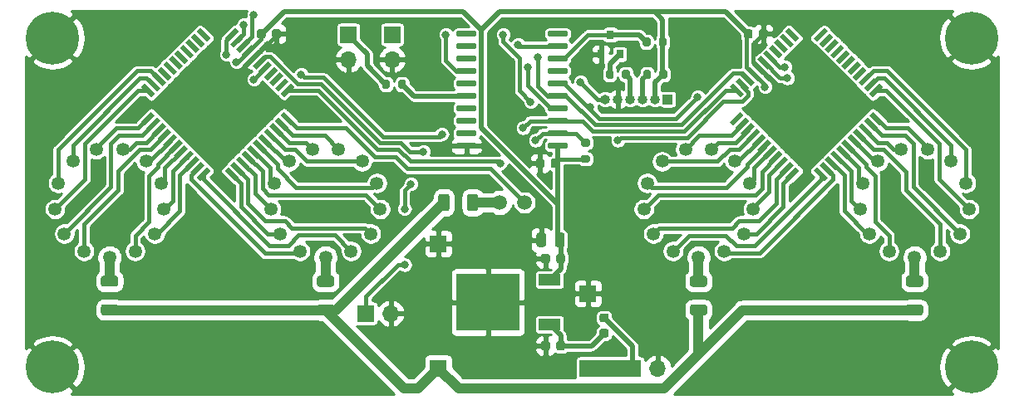
<source format=gbr>
G04 #@! TF.GenerationSoftware,KiCad,Pcbnew,(5.1.8)-1*
G04 #@! TF.CreationDate,2020-11-08T19:12:23+01:00*
G04 #@! TF.ProjectId,MainBoard,4d61696e-426f-4617-9264-2e6b69636164,rev?*
G04 #@! TF.SameCoordinates,Original*
G04 #@! TF.FileFunction,Copper,L1,Top*
G04 #@! TF.FilePolarity,Positive*
%FSLAX46Y46*%
G04 Gerber Fmt 4.6, Leading zero omitted, Abs format (unit mm)*
G04 Created by KiCad (PCBNEW (5.1.8)-1) date 2020-11-08 19:12:23*
%MOMM*%
%LPD*%
G01*
G04 APERTURE LIST*
G04 #@! TA.AperFunction,ComponentPad*
%ADD10O,1.700000X1.700000*%
G04 #@! TD*
G04 #@! TA.AperFunction,ComponentPad*
%ADD11R,1.700000X1.700000*%
G04 #@! TD*
G04 #@! TA.AperFunction,ComponentPad*
%ADD12C,0.800000*%
G04 #@! TD*
G04 #@! TA.AperFunction,ComponentPad*
%ADD13C,5.400000*%
G04 #@! TD*
G04 #@! TA.AperFunction,SMDPad,CuDef*
%ADD14R,6.400000X5.800000*%
G04 #@! TD*
G04 #@! TA.AperFunction,SMDPad,CuDef*
%ADD15R,2.200000X1.200000*%
G04 #@! TD*
G04 #@! TA.AperFunction,ComponentPad*
%ADD16O,1.000000X1.000000*%
G04 #@! TD*
G04 #@! TA.AperFunction,ComponentPad*
%ADD17R,1.000000X1.000000*%
G04 #@! TD*
G04 #@! TA.AperFunction,SMDPad,CuDef*
%ADD18R,0.800000X0.900000*%
G04 #@! TD*
G04 #@! TA.AperFunction,ComponentPad*
%ADD19C,1.346200*%
G04 #@! TD*
G04 #@! TA.AperFunction,SMDPad,CuDef*
%ADD20C,0.100000*%
G04 #@! TD*
G04 #@! TA.AperFunction,ComponentPad*
%ADD21C,1.500000*%
G04 #@! TD*
G04 #@! TA.AperFunction,ViaPad*
%ADD22C,0.800000*%
G04 #@! TD*
G04 #@! TA.AperFunction,Conductor*
%ADD23C,0.400000*%
G04 #@! TD*
G04 #@! TA.AperFunction,Conductor*
%ADD24C,0.500000*%
G04 #@! TD*
G04 #@! TA.AperFunction,Conductor*
%ADD25C,1.000000*%
G04 #@! TD*
G04 #@! TA.AperFunction,Conductor*
%ADD26C,1.700000*%
G04 #@! TD*
G04 #@! TA.AperFunction,Conductor*
%ADD27C,0.254000*%
G04 #@! TD*
G04 #@! TA.AperFunction,Conductor*
%ADD28C,0.100000*%
G04 #@! TD*
G04 APERTURE END LIST*
G04 #@! TA.AperFunction,SMDPad,CuDef*
G36*
G01*
X84094000Y-23347000D02*
X84094000Y-23897000D01*
G75*
G02*
X83894000Y-24097000I-200000J0D01*
G01*
X83494000Y-24097000D01*
G75*
G02*
X83294000Y-23897000I0J200000D01*
G01*
X83294000Y-23347000D01*
G75*
G02*
X83494000Y-23147000I200000J0D01*
G01*
X83894000Y-23147000D01*
G75*
G02*
X84094000Y-23347000I0J-200000D01*
G01*
G37*
G04 #@! TD.AperFunction*
G04 #@! TA.AperFunction,SMDPad,CuDef*
G36*
G01*
X85744000Y-23347000D02*
X85744000Y-23897000D01*
G75*
G02*
X85544000Y-24097000I-200000J0D01*
G01*
X85144000Y-24097000D01*
G75*
G02*
X84944000Y-23897000I0J200000D01*
G01*
X84944000Y-23347000D01*
G75*
G02*
X85144000Y-23147000I200000J0D01*
G01*
X85544000Y-23147000D01*
G75*
G02*
X85744000Y-23347000I0J-200000D01*
G01*
G37*
G04 #@! TD.AperFunction*
G04 #@! TA.AperFunction,SMDPad,CuDef*
G36*
G01*
X79118750Y-52902500D02*
X79631250Y-52902500D01*
G75*
G02*
X79850000Y-53121250I0J-218750D01*
G01*
X79850000Y-53558750D01*
G75*
G02*
X79631250Y-53777500I-218750J0D01*
G01*
X79118750Y-53777500D01*
G75*
G02*
X78900000Y-53558750I0J218750D01*
G01*
X78900000Y-53121250D01*
G75*
G02*
X79118750Y-52902500I218750J0D01*
G01*
G37*
G04 #@! TD.AperFunction*
G04 #@! TA.AperFunction,SMDPad,CuDef*
G36*
G01*
X79118750Y-51327500D02*
X79631250Y-51327500D01*
G75*
G02*
X79850000Y-51546250I0J-218750D01*
G01*
X79850000Y-51983750D01*
G75*
G02*
X79631250Y-52202500I-218750J0D01*
G01*
X79118750Y-52202500D01*
G75*
G02*
X78900000Y-51983750I0J218750D01*
G01*
X78900000Y-51546250D01*
G75*
G02*
X79118750Y-51327500I218750J0D01*
G01*
G37*
G04 #@! TD.AperFunction*
D10*
X57658000Y-51308000D03*
D11*
X55118000Y-51308000D03*
G04 #@! TA.AperFunction,SMDPad,CuDef*
G36*
G01*
X77195000Y-35160000D02*
X77745000Y-35160000D01*
G75*
G02*
X77945000Y-35360000I0J-200000D01*
G01*
X77945000Y-35760000D01*
G75*
G02*
X77745000Y-35960000I-200000J0D01*
G01*
X77195000Y-35960000D01*
G75*
G02*
X76995000Y-35760000I0J200000D01*
G01*
X76995000Y-35360000D01*
G75*
G02*
X77195000Y-35160000I200000J0D01*
G01*
G37*
G04 #@! TD.AperFunction*
G04 #@! TA.AperFunction,SMDPad,CuDef*
G36*
G01*
X77195000Y-33510000D02*
X77745000Y-33510000D01*
G75*
G02*
X77945000Y-33710000I0J-200000D01*
G01*
X77945000Y-34110000D01*
G75*
G02*
X77745000Y-34310000I-200000J0D01*
G01*
X77195000Y-34310000D01*
G75*
G02*
X76995000Y-34110000I0J200000D01*
G01*
X76995000Y-33710000D01*
G75*
G02*
X77195000Y-33510000I200000J0D01*
G01*
G37*
G04 #@! TD.AperFunction*
D12*
X118231891Y-55368109D03*
X116800000Y-54775000D03*
X115368109Y-55368109D03*
X114775000Y-56800000D03*
X115368109Y-58231891D03*
X116800000Y-58825000D03*
X118231891Y-58231891D03*
X118825000Y-56800000D03*
D13*
X116800000Y-56800000D03*
D12*
X118231891Y-21768109D03*
X116800000Y-21175000D03*
X115368109Y-21768109D03*
X114775000Y-23200000D03*
X115368109Y-24631891D03*
X116800000Y-25225000D03*
X118231891Y-24631891D03*
X118825000Y-23200000D03*
D13*
X116800000Y-23200000D03*
D12*
X24631891Y-55368109D03*
X23200000Y-54775000D03*
X21768109Y-55368109D03*
X21175000Y-56800000D03*
X21768109Y-58231891D03*
X23200000Y-58825000D03*
X24631891Y-58231891D03*
X25225000Y-56800000D03*
D13*
X23200000Y-56800000D03*
D12*
X24631891Y-21768109D03*
X23200000Y-21175000D03*
X21768109Y-21768109D03*
X21175000Y-23200000D03*
X21768109Y-24631891D03*
X23200000Y-25225000D03*
X24631891Y-24631891D03*
X25225000Y-23200000D03*
D13*
X23200000Y-23200000D03*
G04 #@! TA.AperFunction,SMDPad,CuDef*
G36*
G01*
X58400000Y-28215000D02*
X58400000Y-27665000D01*
G75*
G02*
X58600000Y-27465000I200000J0D01*
G01*
X59000000Y-27465000D01*
G75*
G02*
X59200000Y-27665000I0J-200000D01*
G01*
X59200000Y-28215000D01*
G75*
G02*
X59000000Y-28415000I-200000J0D01*
G01*
X58600000Y-28415000D01*
G75*
G02*
X58400000Y-28215000I0J200000D01*
G01*
G37*
G04 #@! TD.AperFunction*
G04 #@! TA.AperFunction,SMDPad,CuDef*
G36*
G01*
X56750000Y-28215000D02*
X56750000Y-27665000D01*
G75*
G02*
X56950000Y-27465000I200000J0D01*
G01*
X57350000Y-27465000D01*
G75*
G02*
X57550000Y-27665000I0J-200000D01*
G01*
X57550000Y-28215000D01*
G75*
G02*
X57350000Y-28415000I-200000J0D01*
G01*
X56950000Y-28415000D01*
G75*
G02*
X56750000Y-28215000I0J200000D01*
G01*
G37*
G04 #@! TD.AperFunction*
D14*
X67540000Y-50165000D03*
D15*
X73840000Y-47885000D03*
X73840000Y-52445000D03*
G04 #@! TA.AperFunction,SMDPad,CuDef*
G36*
G01*
X73856000Y-54360000D02*
X73856000Y-54860000D01*
G75*
G02*
X73631000Y-55085000I-225000J0D01*
G01*
X73181000Y-55085000D01*
G75*
G02*
X72956000Y-54860000I0J225000D01*
G01*
X72956000Y-54360000D01*
G75*
G02*
X73181000Y-54135000I225000J0D01*
G01*
X73631000Y-54135000D01*
G75*
G02*
X73856000Y-54360000I0J-225000D01*
G01*
G37*
G04 #@! TD.AperFunction*
G04 #@! TA.AperFunction,SMDPad,CuDef*
G36*
G01*
X75406000Y-54360000D02*
X75406000Y-54860000D01*
G75*
G02*
X75181000Y-55085000I-225000J0D01*
G01*
X74731000Y-55085000D01*
G75*
G02*
X74506000Y-54860000I0J225000D01*
G01*
X74506000Y-54360000D01*
G75*
G02*
X74731000Y-54135000I225000J0D01*
G01*
X75181000Y-54135000D01*
G75*
G02*
X75406000Y-54360000I0J-225000D01*
G01*
G37*
G04 #@! TD.AperFunction*
G04 #@! TA.AperFunction,SMDPad,CuDef*
G36*
G01*
X65412500Y-40625001D02*
X65412500Y-39374999D01*
G75*
G02*
X65662499Y-39125000I249999J0D01*
G01*
X66287501Y-39125000D01*
G75*
G02*
X66537500Y-39374999I0J-249999D01*
G01*
X66537500Y-40625001D01*
G75*
G02*
X66287501Y-40875000I-249999J0D01*
G01*
X65662499Y-40875000D01*
G75*
G02*
X65412500Y-40625001I0J249999D01*
G01*
G37*
G04 #@! TD.AperFunction*
G04 #@! TA.AperFunction,SMDPad,CuDef*
G36*
G01*
X62487500Y-40625001D02*
X62487500Y-39374999D01*
G75*
G02*
X62737499Y-39125000I249999J0D01*
G01*
X63362501Y-39125000D01*
G75*
G02*
X63612500Y-39374999I0J-249999D01*
G01*
X63612500Y-40625001D01*
G75*
G02*
X63362501Y-40875000I-249999J0D01*
G01*
X62737499Y-40875000D01*
G75*
G02*
X62487500Y-40625001I0J249999D01*
G01*
G37*
G04 #@! TD.AperFunction*
G04 #@! TA.AperFunction,SMDPad,CuDef*
G36*
G01*
X84157000Y-26649000D02*
X84157000Y-27199000D01*
G75*
G02*
X83957000Y-27399000I-200000J0D01*
G01*
X83557000Y-27399000D01*
G75*
G02*
X83357000Y-27199000I0J200000D01*
G01*
X83357000Y-26649000D01*
G75*
G02*
X83557000Y-26449000I200000J0D01*
G01*
X83957000Y-26449000D01*
G75*
G02*
X84157000Y-26649000I0J-200000D01*
G01*
G37*
G04 #@! TD.AperFunction*
G04 #@! TA.AperFunction,SMDPad,CuDef*
G36*
G01*
X85807000Y-26649000D02*
X85807000Y-27199000D01*
G75*
G02*
X85607000Y-27399000I-200000J0D01*
G01*
X85207000Y-27399000D01*
G75*
G02*
X85007000Y-27199000I0J200000D01*
G01*
X85007000Y-26649000D01*
G75*
G02*
X85207000Y-26449000I200000J0D01*
G01*
X85607000Y-26449000D01*
G75*
G02*
X85807000Y-26649000I0J-200000D01*
G01*
G37*
G04 #@! TD.AperFunction*
G04 #@! TA.AperFunction,SMDPad,CuDef*
G36*
G01*
X111625001Y-48600000D02*
X110374999Y-48600000D01*
G75*
G02*
X110125000Y-48350001I0J249999D01*
G01*
X110125000Y-47724999D01*
G75*
G02*
X110374999Y-47475000I249999J0D01*
G01*
X111625001Y-47475000D01*
G75*
G02*
X111875000Y-47724999I0J-249999D01*
G01*
X111875000Y-48350001D01*
G75*
G02*
X111625001Y-48600000I-249999J0D01*
G01*
G37*
G04 #@! TD.AperFunction*
G04 #@! TA.AperFunction,SMDPad,CuDef*
G36*
G01*
X111625001Y-51525000D02*
X110374999Y-51525000D01*
G75*
G02*
X110125000Y-51275001I0J249999D01*
G01*
X110125000Y-50649999D01*
G75*
G02*
X110374999Y-50400000I249999J0D01*
G01*
X111625001Y-50400000D01*
G75*
G02*
X111875000Y-50649999I0J-249999D01*
G01*
X111875000Y-51275001D01*
G75*
G02*
X111625001Y-51525000I-249999J0D01*
G01*
G37*
G04 #@! TD.AperFunction*
G04 #@! TA.AperFunction,SMDPad,CuDef*
G36*
G01*
X89625001Y-48600000D02*
X88374999Y-48600000D01*
G75*
G02*
X88125000Y-48350001I0J249999D01*
G01*
X88125000Y-47724999D01*
G75*
G02*
X88374999Y-47475000I249999J0D01*
G01*
X89625001Y-47475000D01*
G75*
G02*
X89875000Y-47724999I0J-249999D01*
G01*
X89875000Y-48350001D01*
G75*
G02*
X89625001Y-48600000I-249999J0D01*
G01*
G37*
G04 #@! TD.AperFunction*
G04 #@! TA.AperFunction,SMDPad,CuDef*
G36*
G01*
X89625001Y-51525000D02*
X88374999Y-51525000D01*
G75*
G02*
X88125000Y-51275001I0J249999D01*
G01*
X88125000Y-50649999D01*
G75*
G02*
X88374999Y-50400000I249999J0D01*
G01*
X89625001Y-50400000D01*
G75*
G02*
X89875000Y-50649999I0J-249999D01*
G01*
X89875000Y-51275001D01*
G75*
G02*
X89625001Y-51525000I-249999J0D01*
G01*
G37*
G04 #@! TD.AperFunction*
G04 #@! TA.AperFunction,SMDPad,CuDef*
G36*
G01*
X51625001Y-48600000D02*
X50374999Y-48600000D01*
G75*
G02*
X50125000Y-48350001I0J249999D01*
G01*
X50125000Y-47724999D01*
G75*
G02*
X50374999Y-47475000I249999J0D01*
G01*
X51625001Y-47475000D01*
G75*
G02*
X51875000Y-47724999I0J-249999D01*
G01*
X51875000Y-48350001D01*
G75*
G02*
X51625001Y-48600000I-249999J0D01*
G01*
G37*
G04 #@! TD.AperFunction*
G04 #@! TA.AperFunction,SMDPad,CuDef*
G36*
G01*
X51625001Y-51525000D02*
X50374999Y-51525000D01*
G75*
G02*
X50125000Y-51275001I0J249999D01*
G01*
X50125000Y-50649999D01*
G75*
G02*
X50374999Y-50400000I249999J0D01*
G01*
X51625001Y-50400000D01*
G75*
G02*
X51875000Y-50649999I0J-249999D01*
G01*
X51875000Y-51275001D01*
G75*
G02*
X51625001Y-51525000I-249999J0D01*
G01*
G37*
G04 #@! TD.AperFunction*
G04 #@! TA.AperFunction,SMDPad,CuDef*
G36*
G01*
X29625001Y-48587500D02*
X28374999Y-48587500D01*
G75*
G02*
X28125000Y-48337501I0J249999D01*
G01*
X28125000Y-47712499D01*
G75*
G02*
X28374999Y-47462500I249999J0D01*
G01*
X29625001Y-47462500D01*
G75*
G02*
X29875000Y-47712499I0J-249999D01*
G01*
X29875000Y-48337501D01*
G75*
G02*
X29625001Y-48587500I-249999J0D01*
G01*
G37*
G04 #@! TD.AperFunction*
G04 #@! TA.AperFunction,SMDPad,CuDef*
G36*
G01*
X29625001Y-51512500D02*
X28374999Y-51512500D01*
G75*
G02*
X28125000Y-51262501I0J249999D01*
G01*
X28125000Y-50637499D01*
G75*
G02*
X28374999Y-50387500I249999J0D01*
G01*
X29625001Y-50387500D01*
G75*
G02*
X29875000Y-50637499I0J-249999D01*
G01*
X29875000Y-51262501D01*
G75*
G02*
X29625001Y-51512500I-249999J0D01*
G01*
G37*
G04 #@! TD.AperFunction*
G04 #@! TA.AperFunction,SMDPad,CuDef*
G36*
G01*
X73464000Y-43340000D02*
X73464000Y-44290000D01*
G75*
G02*
X73214000Y-44540000I-250000J0D01*
G01*
X72714000Y-44540000D01*
G75*
G02*
X72464000Y-44290000I0J250000D01*
G01*
X72464000Y-43340000D01*
G75*
G02*
X72714000Y-43090000I250000J0D01*
G01*
X73214000Y-43090000D01*
G75*
G02*
X73464000Y-43340000I0J-250000D01*
G01*
G37*
G04 #@! TD.AperFunction*
G04 #@! TA.AperFunction,SMDPad,CuDef*
G36*
G01*
X75364000Y-43340000D02*
X75364000Y-44290000D01*
G75*
G02*
X75114000Y-44540000I-250000J0D01*
G01*
X74614000Y-44540000D01*
G75*
G02*
X74364000Y-44290000I0J250000D01*
G01*
X74364000Y-43340000D01*
G75*
G02*
X74614000Y-43090000I250000J0D01*
G01*
X75114000Y-43090000D01*
G75*
G02*
X75364000Y-43340000I0J-250000D01*
G01*
G37*
G04 #@! TD.AperFunction*
G04 #@! TA.AperFunction,SMDPad,CuDef*
G36*
G01*
X73856000Y-45470000D02*
X73856000Y-45970000D01*
G75*
G02*
X73631000Y-46195000I-225000J0D01*
G01*
X73181000Y-46195000D01*
G75*
G02*
X72956000Y-45970000I0J225000D01*
G01*
X72956000Y-45470000D01*
G75*
G02*
X73181000Y-45245000I225000J0D01*
G01*
X73631000Y-45245000D01*
G75*
G02*
X73856000Y-45470000I0J-225000D01*
G01*
G37*
G04 #@! TD.AperFunction*
G04 #@! TA.AperFunction,SMDPad,CuDef*
G36*
G01*
X75406000Y-45470000D02*
X75406000Y-45970000D01*
G75*
G02*
X75181000Y-46195000I-225000J0D01*
G01*
X74731000Y-46195000D01*
G75*
G02*
X74506000Y-45970000I0J225000D01*
G01*
X74506000Y-45470000D01*
G75*
G02*
X74731000Y-45245000I225000J0D01*
G01*
X75181000Y-45245000D01*
G75*
G02*
X75406000Y-45470000I0J-225000D01*
G01*
G37*
G04 #@! TD.AperFunction*
G04 #@! TA.AperFunction,SMDPad,CuDef*
G36*
G01*
X45550000Y-23050000D02*
X45550000Y-22550000D01*
G75*
G02*
X45775000Y-22325000I225000J0D01*
G01*
X46225000Y-22325000D01*
G75*
G02*
X46450000Y-22550000I0J-225000D01*
G01*
X46450000Y-23050000D01*
G75*
G02*
X46225000Y-23275000I-225000J0D01*
G01*
X45775000Y-23275000D01*
G75*
G02*
X45550000Y-23050000I0J225000D01*
G01*
G37*
G04 #@! TD.AperFunction*
G04 #@! TA.AperFunction,SMDPad,CuDef*
G36*
G01*
X44000000Y-23050000D02*
X44000000Y-22550000D01*
G75*
G02*
X44225000Y-22325000I225000J0D01*
G01*
X44675000Y-22325000D01*
G75*
G02*
X44900000Y-22550000I0J-225000D01*
G01*
X44900000Y-23050000D01*
G75*
G02*
X44675000Y-23275000I-225000J0D01*
G01*
X44225000Y-23275000D01*
G75*
G02*
X44000000Y-23050000I0J225000D01*
G01*
G37*
G04 #@! TD.AperFunction*
G04 #@! TA.AperFunction,SMDPad,CuDef*
G36*
G01*
X95150000Y-23050000D02*
X95150000Y-22550000D01*
G75*
G02*
X95375000Y-22325000I225000J0D01*
G01*
X95825000Y-22325000D01*
G75*
G02*
X96050000Y-22550000I0J-225000D01*
G01*
X96050000Y-23050000D01*
G75*
G02*
X95825000Y-23275000I-225000J0D01*
G01*
X95375000Y-23275000D01*
G75*
G02*
X95150000Y-23050000I0J225000D01*
G01*
G37*
G04 #@! TD.AperFunction*
G04 #@! TA.AperFunction,SMDPad,CuDef*
G36*
G01*
X93600000Y-23050000D02*
X93600000Y-22550000D01*
G75*
G02*
X93825000Y-22325000I225000J0D01*
G01*
X94275000Y-22325000D01*
G75*
G02*
X94500000Y-22550000I0J-225000D01*
G01*
X94500000Y-23050000D01*
G75*
G02*
X94275000Y-23275000I-225000J0D01*
G01*
X93825000Y-23275000D01*
G75*
G02*
X93600000Y-23050000I0J225000D01*
G01*
G37*
G04 #@! TD.AperFunction*
G04 #@! TA.AperFunction,SMDPad,CuDef*
G36*
G01*
X73300000Y-35750000D02*
X73300000Y-36250000D01*
G75*
G02*
X73075000Y-36475000I-225000J0D01*
G01*
X72625000Y-36475000D01*
G75*
G02*
X72400000Y-36250000I0J225000D01*
G01*
X72400000Y-35750000D01*
G75*
G02*
X72625000Y-35525000I225000J0D01*
G01*
X73075000Y-35525000D01*
G75*
G02*
X73300000Y-35750000I0J-225000D01*
G01*
G37*
G04 #@! TD.AperFunction*
G04 #@! TA.AperFunction,SMDPad,CuDef*
G36*
G01*
X74850000Y-35750000D02*
X74850000Y-36250000D01*
G75*
G02*
X74625000Y-36475000I-225000J0D01*
G01*
X74175000Y-36475000D01*
G75*
G02*
X73950000Y-36250000I0J225000D01*
G01*
X73950000Y-35750000D01*
G75*
G02*
X74175000Y-35525000I225000J0D01*
G01*
X74625000Y-35525000D01*
G75*
G02*
X74850000Y-35750000I0J-225000D01*
G01*
G37*
G04 #@! TD.AperFunction*
D16*
X79502000Y-29464000D03*
X80772000Y-29464000D03*
X82042000Y-29464000D03*
X83312000Y-29464000D03*
X84582000Y-29464000D03*
D17*
X85852000Y-29464000D03*
G04 #@! TA.AperFunction,SMDPad,CuDef*
G36*
G01*
X80347000Y-26649000D02*
X80347000Y-27199000D01*
G75*
G02*
X80147000Y-27399000I-200000J0D01*
G01*
X79747000Y-27399000D01*
G75*
G02*
X79547000Y-27199000I0J200000D01*
G01*
X79547000Y-26649000D01*
G75*
G02*
X79747000Y-26449000I200000J0D01*
G01*
X80147000Y-26449000D01*
G75*
G02*
X80347000Y-26649000I0J-200000D01*
G01*
G37*
G04 #@! TD.AperFunction*
G04 #@! TA.AperFunction,SMDPad,CuDef*
G36*
G01*
X81997000Y-26649000D02*
X81997000Y-27199000D01*
G75*
G02*
X81797000Y-27399000I-200000J0D01*
G01*
X81397000Y-27399000D01*
G75*
G02*
X81197000Y-27199000I0J200000D01*
G01*
X81197000Y-26649000D01*
G75*
G02*
X81397000Y-26449000I200000J0D01*
G01*
X81797000Y-26449000D01*
G75*
G02*
X81997000Y-26649000I0J-200000D01*
G01*
G37*
G04 #@! TD.AperFunction*
D18*
X80010000Y-22876000D03*
X80960000Y-24876000D03*
X79060000Y-24876000D03*
D11*
X77724000Y-49276000D03*
X62484000Y-44196000D03*
X62484000Y-56896000D03*
X77724000Y-56896000D03*
G04 #@! TA.AperFunction,SMDPad,CuDef*
G36*
G01*
X66375000Y-34065000D02*
X66375000Y-34365000D01*
G75*
G02*
X66225000Y-34515000I-150000J0D01*
G01*
X64475000Y-34515000D01*
G75*
G02*
X64325000Y-34365000I0J150000D01*
G01*
X64325000Y-34065000D01*
G75*
G02*
X64475000Y-33915000I150000J0D01*
G01*
X66225000Y-33915000D01*
G75*
G02*
X66375000Y-34065000I0J-150000D01*
G01*
G37*
G04 #@! TD.AperFunction*
G04 #@! TA.AperFunction,SMDPad,CuDef*
G36*
G01*
X66375000Y-32795000D02*
X66375000Y-33095000D01*
G75*
G02*
X66225000Y-33245000I-150000J0D01*
G01*
X64475000Y-33245000D01*
G75*
G02*
X64325000Y-33095000I0J150000D01*
G01*
X64325000Y-32795000D01*
G75*
G02*
X64475000Y-32645000I150000J0D01*
G01*
X66225000Y-32645000D01*
G75*
G02*
X66375000Y-32795000I0J-150000D01*
G01*
G37*
G04 #@! TD.AperFunction*
G04 #@! TA.AperFunction,SMDPad,CuDef*
G36*
G01*
X66375000Y-31525000D02*
X66375000Y-31825000D01*
G75*
G02*
X66225000Y-31975000I-150000J0D01*
G01*
X64475000Y-31975000D01*
G75*
G02*
X64325000Y-31825000I0J150000D01*
G01*
X64325000Y-31525000D01*
G75*
G02*
X64475000Y-31375000I150000J0D01*
G01*
X66225000Y-31375000D01*
G75*
G02*
X66375000Y-31525000I0J-150000D01*
G01*
G37*
G04 #@! TD.AperFunction*
G04 #@! TA.AperFunction,SMDPad,CuDef*
G36*
G01*
X66375000Y-30255000D02*
X66375000Y-30555000D01*
G75*
G02*
X66225000Y-30705000I-150000J0D01*
G01*
X64475000Y-30705000D01*
G75*
G02*
X64325000Y-30555000I0J150000D01*
G01*
X64325000Y-30255000D01*
G75*
G02*
X64475000Y-30105000I150000J0D01*
G01*
X66225000Y-30105000D01*
G75*
G02*
X66375000Y-30255000I0J-150000D01*
G01*
G37*
G04 #@! TD.AperFunction*
G04 #@! TA.AperFunction,SMDPad,CuDef*
G36*
G01*
X66375000Y-28985000D02*
X66375000Y-29285000D01*
G75*
G02*
X66225000Y-29435000I-150000J0D01*
G01*
X64475000Y-29435000D01*
G75*
G02*
X64325000Y-29285000I0J150000D01*
G01*
X64325000Y-28985000D01*
G75*
G02*
X64475000Y-28835000I150000J0D01*
G01*
X66225000Y-28835000D01*
G75*
G02*
X66375000Y-28985000I0J-150000D01*
G01*
G37*
G04 #@! TD.AperFunction*
G04 #@! TA.AperFunction,SMDPad,CuDef*
G36*
G01*
X66375000Y-27715000D02*
X66375000Y-28015000D01*
G75*
G02*
X66225000Y-28165000I-150000J0D01*
G01*
X64475000Y-28165000D01*
G75*
G02*
X64325000Y-28015000I0J150000D01*
G01*
X64325000Y-27715000D01*
G75*
G02*
X64475000Y-27565000I150000J0D01*
G01*
X66225000Y-27565000D01*
G75*
G02*
X66375000Y-27715000I0J-150000D01*
G01*
G37*
G04 #@! TD.AperFunction*
G04 #@! TA.AperFunction,SMDPad,CuDef*
G36*
G01*
X66375000Y-26445000D02*
X66375000Y-26745000D01*
G75*
G02*
X66225000Y-26895000I-150000J0D01*
G01*
X64475000Y-26895000D01*
G75*
G02*
X64325000Y-26745000I0J150000D01*
G01*
X64325000Y-26445000D01*
G75*
G02*
X64475000Y-26295000I150000J0D01*
G01*
X66225000Y-26295000D01*
G75*
G02*
X66375000Y-26445000I0J-150000D01*
G01*
G37*
G04 #@! TD.AperFunction*
G04 #@! TA.AperFunction,SMDPad,CuDef*
G36*
G01*
X66375000Y-25175000D02*
X66375000Y-25475000D01*
G75*
G02*
X66225000Y-25625000I-150000J0D01*
G01*
X64475000Y-25625000D01*
G75*
G02*
X64325000Y-25475000I0J150000D01*
G01*
X64325000Y-25175000D01*
G75*
G02*
X64475000Y-25025000I150000J0D01*
G01*
X66225000Y-25025000D01*
G75*
G02*
X66375000Y-25175000I0J-150000D01*
G01*
G37*
G04 #@! TD.AperFunction*
G04 #@! TA.AperFunction,SMDPad,CuDef*
G36*
G01*
X66375000Y-23905000D02*
X66375000Y-24205000D01*
G75*
G02*
X66225000Y-24355000I-150000J0D01*
G01*
X64475000Y-24355000D01*
G75*
G02*
X64325000Y-24205000I0J150000D01*
G01*
X64325000Y-23905000D01*
G75*
G02*
X64475000Y-23755000I150000J0D01*
G01*
X66225000Y-23755000D01*
G75*
G02*
X66375000Y-23905000I0J-150000D01*
G01*
G37*
G04 #@! TD.AperFunction*
G04 #@! TA.AperFunction,SMDPad,CuDef*
G36*
G01*
X66375000Y-22635000D02*
X66375000Y-22935000D01*
G75*
G02*
X66225000Y-23085000I-150000J0D01*
G01*
X64475000Y-23085000D01*
G75*
G02*
X64325000Y-22935000I0J150000D01*
G01*
X64325000Y-22635000D01*
G75*
G02*
X64475000Y-22485000I150000J0D01*
G01*
X66225000Y-22485000D01*
G75*
G02*
X66375000Y-22635000I0J-150000D01*
G01*
G37*
G04 #@! TD.AperFunction*
G04 #@! TA.AperFunction,SMDPad,CuDef*
G36*
G01*
X75675000Y-22635000D02*
X75675000Y-22935000D01*
G75*
G02*
X75525000Y-23085000I-150000J0D01*
G01*
X73775000Y-23085000D01*
G75*
G02*
X73625000Y-22935000I0J150000D01*
G01*
X73625000Y-22635000D01*
G75*
G02*
X73775000Y-22485000I150000J0D01*
G01*
X75525000Y-22485000D01*
G75*
G02*
X75675000Y-22635000I0J-150000D01*
G01*
G37*
G04 #@! TD.AperFunction*
G04 #@! TA.AperFunction,SMDPad,CuDef*
G36*
G01*
X75675000Y-23905000D02*
X75675000Y-24205000D01*
G75*
G02*
X75525000Y-24355000I-150000J0D01*
G01*
X73775000Y-24355000D01*
G75*
G02*
X73625000Y-24205000I0J150000D01*
G01*
X73625000Y-23905000D01*
G75*
G02*
X73775000Y-23755000I150000J0D01*
G01*
X75525000Y-23755000D01*
G75*
G02*
X75675000Y-23905000I0J-150000D01*
G01*
G37*
G04 #@! TD.AperFunction*
G04 #@! TA.AperFunction,SMDPad,CuDef*
G36*
G01*
X75675000Y-25175000D02*
X75675000Y-25475000D01*
G75*
G02*
X75525000Y-25625000I-150000J0D01*
G01*
X73775000Y-25625000D01*
G75*
G02*
X73625000Y-25475000I0J150000D01*
G01*
X73625000Y-25175000D01*
G75*
G02*
X73775000Y-25025000I150000J0D01*
G01*
X75525000Y-25025000D01*
G75*
G02*
X75675000Y-25175000I0J-150000D01*
G01*
G37*
G04 #@! TD.AperFunction*
G04 #@! TA.AperFunction,SMDPad,CuDef*
G36*
G01*
X75675000Y-26445000D02*
X75675000Y-26745000D01*
G75*
G02*
X75525000Y-26895000I-150000J0D01*
G01*
X73775000Y-26895000D01*
G75*
G02*
X73625000Y-26745000I0J150000D01*
G01*
X73625000Y-26445000D01*
G75*
G02*
X73775000Y-26295000I150000J0D01*
G01*
X75525000Y-26295000D01*
G75*
G02*
X75675000Y-26445000I0J-150000D01*
G01*
G37*
G04 #@! TD.AperFunction*
G04 #@! TA.AperFunction,SMDPad,CuDef*
G36*
G01*
X75675000Y-27715000D02*
X75675000Y-28015000D01*
G75*
G02*
X75525000Y-28165000I-150000J0D01*
G01*
X73775000Y-28165000D01*
G75*
G02*
X73625000Y-28015000I0J150000D01*
G01*
X73625000Y-27715000D01*
G75*
G02*
X73775000Y-27565000I150000J0D01*
G01*
X75525000Y-27565000D01*
G75*
G02*
X75675000Y-27715000I0J-150000D01*
G01*
G37*
G04 #@! TD.AperFunction*
G04 #@! TA.AperFunction,SMDPad,CuDef*
G36*
G01*
X75675000Y-28985000D02*
X75675000Y-29285000D01*
G75*
G02*
X75525000Y-29435000I-150000J0D01*
G01*
X73775000Y-29435000D01*
G75*
G02*
X73625000Y-29285000I0J150000D01*
G01*
X73625000Y-28985000D01*
G75*
G02*
X73775000Y-28835000I150000J0D01*
G01*
X75525000Y-28835000D01*
G75*
G02*
X75675000Y-28985000I0J-150000D01*
G01*
G37*
G04 #@! TD.AperFunction*
G04 #@! TA.AperFunction,SMDPad,CuDef*
G36*
G01*
X75675000Y-30255000D02*
X75675000Y-30555000D01*
G75*
G02*
X75525000Y-30705000I-150000J0D01*
G01*
X73775000Y-30705000D01*
G75*
G02*
X73625000Y-30555000I0J150000D01*
G01*
X73625000Y-30255000D01*
G75*
G02*
X73775000Y-30105000I150000J0D01*
G01*
X75525000Y-30105000D01*
G75*
G02*
X75675000Y-30255000I0J-150000D01*
G01*
G37*
G04 #@! TD.AperFunction*
G04 #@! TA.AperFunction,SMDPad,CuDef*
G36*
G01*
X75675000Y-31525000D02*
X75675000Y-31825000D01*
G75*
G02*
X75525000Y-31975000I-150000J0D01*
G01*
X73775000Y-31975000D01*
G75*
G02*
X73625000Y-31825000I0J150000D01*
G01*
X73625000Y-31525000D01*
G75*
G02*
X73775000Y-31375000I150000J0D01*
G01*
X75525000Y-31375000D01*
G75*
G02*
X75675000Y-31525000I0J-150000D01*
G01*
G37*
G04 #@! TD.AperFunction*
G04 #@! TA.AperFunction,SMDPad,CuDef*
G36*
G01*
X75675000Y-32795000D02*
X75675000Y-33095000D01*
G75*
G02*
X75525000Y-33245000I-150000J0D01*
G01*
X73775000Y-33245000D01*
G75*
G02*
X73625000Y-33095000I0J150000D01*
G01*
X73625000Y-32795000D01*
G75*
G02*
X73775000Y-32645000I150000J0D01*
G01*
X75525000Y-32645000D01*
G75*
G02*
X75675000Y-32795000I0J-150000D01*
G01*
G37*
G04 #@! TD.AperFunction*
G04 #@! TA.AperFunction,SMDPad,CuDef*
G36*
G01*
X75675000Y-34065000D02*
X75675000Y-34365000D01*
G75*
G02*
X75525000Y-34515000I-150000J0D01*
G01*
X73775000Y-34515000D01*
G75*
G02*
X73625000Y-34365000I0J150000D01*
G01*
X73625000Y-34065000D01*
G75*
G02*
X73775000Y-33915000I150000J0D01*
G01*
X75525000Y-33915000D01*
G75*
G02*
X75675000Y-34065000I0J-150000D01*
G01*
G37*
G04 #@! TD.AperFunction*
D10*
X84836000Y-56896000D03*
D11*
X82296000Y-56896000D03*
D10*
X57785000Y-25400000D03*
D11*
X57785000Y-22860000D03*
D10*
X53340000Y-25400000D03*
D11*
X53340000Y-22860000D03*
D19*
X91602450Y-44958554D03*
X93608710Y-43181163D03*
X94559170Y-40675005D03*
X94236091Y-38014213D03*
X92713487Y-35808340D03*
X90340168Y-34562726D03*
X87659832Y-34562726D03*
X85286513Y-35808340D03*
X83763909Y-38014213D03*
X83440830Y-40675005D03*
X84391290Y-43181163D03*
X86397550Y-44958554D03*
X89000000Y-45600000D03*
X31602450Y-44958554D03*
X33608710Y-43181163D03*
X34559170Y-40675005D03*
X34236091Y-38014213D03*
X32713487Y-35808340D03*
X30340168Y-34562726D03*
X27659832Y-34562726D03*
X25286513Y-35808340D03*
X23763909Y-38014213D03*
X23440830Y-40675005D03*
X24391290Y-43181163D03*
X26397550Y-44958554D03*
X29000000Y-45600000D03*
X113602450Y-44958554D03*
X115608710Y-43181163D03*
X116559170Y-40675005D03*
X116236091Y-38014213D03*
X114713487Y-35808340D03*
X112340168Y-34562726D03*
X109659832Y-34562726D03*
X107286513Y-35808340D03*
X105763909Y-38014213D03*
X105440830Y-40675005D03*
X106391290Y-43181163D03*
X108397550Y-44958554D03*
X111000000Y-45600000D03*
X53602450Y-44958554D03*
X55608710Y-43181163D03*
X56559170Y-40675005D03*
X56236091Y-38014213D03*
X54713487Y-35808340D03*
X52340168Y-34562726D03*
X49659832Y-34562726D03*
X47286513Y-35808340D03*
X45763909Y-38014213D03*
X45440830Y-40675005D03*
X46391290Y-43181163D03*
X48397550Y-44958554D03*
X51000000Y-45600000D03*
G04 #@! TA.AperFunction,SMDPad,CuDef*
D20*
G36*
X99264609Y-36759941D02*
G01*
X98203949Y-37820601D01*
X97836253Y-37452905D01*
X98896913Y-36392245D01*
X99264609Y-36759941D01*
G37*
G04 #@! TD.AperFunction*
G04 #@! TA.AperFunction,SMDPad,CuDef*
G36*
X98698924Y-36194256D02*
G01*
X97638264Y-37254916D01*
X97270568Y-36887220D01*
X98331228Y-35826560D01*
X98698924Y-36194256D01*
G37*
G04 #@! TD.AperFunction*
G04 #@! TA.AperFunction,SMDPad,CuDef*
G36*
X98133238Y-35628570D02*
G01*
X97072578Y-36689230D01*
X96704882Y-36321534D01*
X97765542Y-35260874D01*
X98133238Y-35628570D01*
G37*
G04 #@! TD.AperFunction*
G04 #@! TA.AperFunction,SMDPad,CuDef*
G36*
X97567553Y-35062885D02*
G01*
X96506893Y-36123545D01*
X96139197Y-35755849D01*
X97199857Y-34695189D01*
X97567553Y-35062885D01*
G37*
G04 #@! TD.AperFunction*
G04 #@! TA.AperFunction,SMDPad,CuDef*
G36*
X97001867Y-34497199D02*
G01*
X95941207Y-35557859D01*
X95573511Y-35190163D01*
X96634171Y-34129503D01*
X97001867Y-34497199D01*
G37*
G04 #@! TD.AperFunction*
G04 #@! TA.AperFunction,SMDPad,CuDef*
G36*
X96436182Y-33931514D02*
G01*
X95375522Y-34992174D01*
X95007826Y-34624478D01*
X96068486Y-33563818D01*
X96436182Y-33931514D01*
G37*
G04 #@! TD.AperFunction*
G04 #@! TA.AperFunction,SMDPad,CuDef*
G36*
X95870497Y-33365829D02*
G01*
X94809837Y-34426489D01*
X94442141Y-34058793D01*
X95502801Y-32998133D01*
X95870497Y-33365829D01*
G37*
G04 #@! TD.AperFunction*
G04 #@! TA.AperFunction,SMDPad,CuDef*
G36*
X95304811Y-32800143D02*
G01*
X94244151Y-33860803D01*
X93876455Y-33493107D01*
X94937115Y-32432447D01*
X95304811Y-32800143D01*
G37*
G04 #@! TD.AperFunction*
G04 #@! TA.AperFunction,SMDPad,CuDef*
G36*
X94739126Y-32234458D02*
G01*
X93678466Y-33295118D01*
X93310770Y-32927422D01*
X94371430Y-31866762D01*
X94739126Y-32234458D01*
G37*
G04 #@! TD.AperFunction*
G04 #@! TA.AperFunction,SMDPad,CuDef*
G36*
X94173440Y-31668772D02*
G01*
X93112780Y-32729432D01*
X92745084Y-32361736D01*
X93805744Y-31301076D01*
X94173440Y-31668772D01*
G37*
G04 #@! TD.AperFunction*
G04 #@! TA.AperFunction,SMDPad,CuDef*
G36*
X93607755Y-31103087D02*
G01*
X92547095Y-32163747D01*
X92179399Y-31796051D01*
X93240059Y-30735391D01*
X93607755Y-31103087D01*
G37*
G04 #@! TD.AperFunction*
G04 #@! TA.AperFunction,SMDPad,CuDef*
G36*
X93607755Y-28896913D02*
G01*
X93240059Y-29264609D01*
X92179399Y-28203949D01*
X92547095Y-27836253D01*
X93607755Y-28896913D01*
G37*
G04 #@! TD.AperFunction*
G04 #@! TA.AperFunction,SMDPad,CuDef*
G36*
X94173440Y-28331228D02*
G01*
X93805744Y-28698924D01*
X92745084Y-27638264D01*
X93112780Y-27270568D01*
X94173440Y-28331228D01*
G37*
G04 #@! TD.AperFunction*
G04 #@! TA.AperFunction,SMDPad,CuDef*
G36*
X94739126Y-27765542D02*
G01*
X94371430Y-28133238D01*
X93310770Y-27072578D01*
X93678466Y-26704882D01*
X94739126Y-27765542D01*
G37*
G04 #@! TD.AperFunction*
G04 #@! TA.AperFunction,SMDPad,CuDef*
G36*
X95304811Y-27199857D02*
G01*
X94937115Y-27567553D01*
X93876455Y-26506893D01*
X94244151Y-26139197D01*
X95304811Y-27199857D01*
G37*
G04 #@! TD.AperFunction*
G04 #@! TA.AperFunction,SMDPad,CuDef*
G36*
X95870497Y-26634171D02*
G01*
X95502801Y-27001867D01*
X94442141Y-25941207D01*
X94809837Y-25573511D01*
X95870497Y-26634171D01*
G37*
G04 #@! TD.AperFunction*
G04 #@! TA.AperFunction,SMDPad,CuDef*
G36*
X96436182Y-26068486D02*
G01*
X96068486Y-26436182D01*
X95007826Y-25375522D01*
X95375522Y-25007826D01*
X96436182Y-26068486D01*
G37*
G04 #@! TD.AperFunction*
G04 #@! TA.AperFunction,SMDPad,CuDef*
G36*
X97001867Y-25502801D02*
G01*
X96634171Y-25870497D01*
X95573511Y-24809837D01*
X95941207Y-24442141D01*
X97001867Y-25502801D01*
G37*
G04 #@! TD.AperFunction*
G04 #@! TA.AperFunction,SMDPad,CuDef*
G36*
X97567553Y-24937115D02*
G01*
X97199857Y-25304811D01*
X96139197Y-24244151D01*
X96506893Y-23876455D01*
X97567553Y-24937115D01*
G37*
G04 #@! TD.AperFunction*
G04 #@! TA.AperFunction,SMDPad,CuDef*
G36*
X98133238Y-24371430D02*
G01*
X97765542Y-24739126D01*
X96704882Y-23678466D01*
X97072578Y-23310770D01*
X98133238Y-24371430D01*
G37*
G04 #@! TD.AperFunction*
G04 #@! TA.AperFunction,SMDPad,CuDef*
G36*
X98698924Y-23805744D02*
G01*
X98331228Y-24173440D01*
X97270568Y-23112780D01*
X97638264Y-22745084D01*
X98698924Y-23805744D01*
G37*
G04 #@! TD.AperFunction*
G04 #@! TA.AperFunction,SMDPad,CuDef*
G36*
X99264609Y-23240059D02*
G01*
X98896913Y-23607755D01*
X97836253Y-22547095D01*
X98203949Y-22179399D01*
X99264609Y-23240059D01*
G37*
G04 #@! TD.AperFunction*
G04 #@! TA.AperFunction,SMDPad,CuDef*
G36*
X102163747Y-22547095D02*
G01*
X101103087Y-23607755D01*
X100735391Y-23240059D01*
X101796051Y-22179399D01*
X102163747Y-22547095D01*
G37*
G04 #@! TD.AperFunction*
G04 #@! TA.AperFunction,SMDPad,CuDef*
G36*
X102729432Y-23112780D02*
G01*
X101668772Y-24173440D01*
X101301076Y-23805744D01*
X102361736Y-22745084D01*
X102729432Y-23112780D01*
G37*
G04 #@! TD.AperFunction*
G04 #@! TA.AperFunction,SMDPad,CuDef*
G36*
X103295118Y-23678466D02*
G01*
X102234458Y-24739126D01*
X101866762Y-24371430D01*
X102927422Y-23310770D01*
X103295118Y-23678466D01*
G37*
G04 #@! TD.AperFunction*
G04 #@! TA.AperFunction,SMDPad,CuDef*
G36*
X103860803Y-24244151D02*
G01*
X102800143Y-25304811D01*
X102432447Y-24937115D01*
X103493107Y-23876455D01*
X103860803Y-24244151D01*
G37*
G04 #@! TD.AperFunction*
G04 #@! TA.AperFunction,SMDPad,CuDef*
G36*
X104426489Y-24809837D02*
G01*
X103365829Y-25870497D01*
X102998133Y-25502801D01*
X104058793Y-24442141D01*
X104426489Y-24809837D01*
G37*
G04 #@! TD.AperFunction*
G04 #@! TA.AperFunction,SMDPad,CuDef*
G36*
X104992174Y-25375522D02*
G01*
X103931514Y-26436182D01*
X103563818Y-26068486D01*
X104624478Y-25007826D01*
X104992174Y-25375522D01*
G37*
G04 #@! TD.AperFunction*
G04 #@! TA.AperFunction,SMDPad,CuDef*
G36*
X105557859Y-25941207D02*
G01*
X104497199Y-27001867D01*
X104129503Y-26634171D01*
X105190163Y-25573511D01*
X105557859Y-25941207D01*
G37*
G04 #@! TD.AperFunction*
G04 #@! TA.AperFunction,SMDPad,CuDef*
G36*
X106123545Y-26506893D02*
G01*
X105062885Y-27567553D01*
X104695189Y-27199857D01*
X105755849Y-26139197D01*
X106123545Y-26506893D01*
G37*
G04 #@! TD.AperFunction*
G04 #@! TA.AperFunction,SMDPad,CuDef*
G36*
X106689230Y-27072578D02*
G01*
X105628570Y-28133238D01*
X105260874Y-27765542D01*
X106321534Y-26704882D01*
X106689230Y-27072578D01*
G37*
G04 #@! TD.AperFunction*
G04 #@! TA.AperFunction,SMDPad,CuDef*
G36*
X107254916Y-27638264D02*
G01*
X106194256Y-28698924D01*
X105826560Y-28331228D01*
X106887220Y-27270568D01*
X107254916Y-27638264D01*
G37*
G04 #@! TD.AperFunction*
G04 #@! TA.AperFunction,SMDPad,CuDef*
G36*
X107820601Y-28203949D02*
G01*
X106759941Y-29264609D01*
X106392245Y-28896913D01*
X107452905Y-27836253D01*
X107820601Y-28203949D01*
G37*
G04 #@! TD.AperFunction*
G04 #@! TA.AperFunction,SMDPad,CuDef*
G36*
X107820601Y-31796051D02*
G01*
X107452905Y-32163747D01*
X106392245Y-31103087D01*
X106759941Y-30735391D01*
X107820601Y-31796051D01*
G37*
G04 #@! TD.AperFunction*
G04 #@! TA.AperFunction,SMDPad,CuDef*
G36*
X107254916Y-32361736D02*
G01*
X106887220Y-32729432D01*
X105826560Y-31668772D01*
X106194256Y-31301076D01*
X107254916Y-32361736D01*
G37*
G04 #@! TD.AperFunction*
G04 #@! TA.AperFunction,SMDPad,CuDef*
G36*
X106689230Y-32927422D02*
G01*
X106321534Y-33295118D01*
X105260874Y-32234458D01*
X105628570Y-31866762D01*
X106689230Y-32927422D01*
G37*
G04 #@! TD.AperFunction*
G04 #@! TA.AperFunction,SMDPad,CuDef*
G36*
X106123545Y-33493107D02*
G01*
X105755849Y-33860803D01*
X104695189Y-32800143D01*
X105062885Y-32432447D01*
X106123545Y-33493107D01*
G37*
G04 #@! TD.AperFunction*
G04 #@! TA.AperFunction,SMDPad,CuDef*
G36*
X105557859Y-34058793D02*
G01*
X105190163Y-34426489D01*
X104129503Y-33365829D01*
X104497199Y-32998133D01*
X105557859Y-34058793D01*
G37*
G04 #@! TD.AperFunction*
G04 #@! TA.AperFunction,SMDPad,CuDef*
G36*
X104992174Y-34624478D02*
G01*
X104624478Y-34992174D01*
X103563818Y-33931514D01*
X103931514Y-33563818D01*
X104992174Y-34624478D01*
G37*
G04 #@! TD.AperFunction*
G04 #@! TA.AperFunction,SMDPad,CuDef*
G36*
X104426489Y-35190163D02*
G01*
X104058793Y-35557859D01*
X102998133Y-34497199D01*
X103365829Y-34129503D01*
X104426489Y-35190163D01*
G37*
G04 #@! TD.AperFunction*
G04 #@! TA.AperFunction,SMDPad,CuDef*
G36*
X103860803Y-35755849D02*
G01*
X103493107Y-36123545D01*
X102432447Y-35062885D01*
X102800143Y-34695189D01*
X103860803Y-35755849D01*
G37*
G04 #@! TD.AperFunction*
G04 #@! TA.AperFunction,SMDPad,CuDef*
G36*
X103295118Y-36321534D02*
G01*
X102927422Y-36689230D01*
X101866762Y-35628570D01*
X102234458Y-35260874D01*
X103295118Y-36321534D01*
G37*
G04 #@! TD.AperFunction*
G04 #@! TA.AperFunction,SMDPad,CuDef*
G36*
X102729432Y-36887220D02*
G01*
X102361736Y-37254916D01*
X101301076Y-36194256D01*
X101668772Y-35826560D01*
X102729432Y-36887220D01*
G37*
G04 #@! TD.AperFunction*
G04 #@! TA.AperFunction,SMDPad,CuDef*
G36*
X102163747Y-37452905D02*
G01*
X101796051Y-37820601D01*
X100735391Y-36759941D01*
X101103087Y-36392245D01*
X102163747Y-37452905D01*
G37*
G04 #@! TD.AperFunction*
G04 #@! TA.AperFunction,SMDPad,CuDef*
G36*
X33240059Y-29264609D02*
G01*
X32179399Y-28203949D01*
X32547095Y-27836253D01*
X33607755Y-28896913D01*
X33240059Y-29264609D01*
G37*
G04 #@! TD.AperFunction*
G04 #@! TA.AperFunction,SMDPad,CuDef*
G36*
X33805744Y-28698924D02*
G01*
X32745084Y-27638264D01*
X33112780Y-27270568D01*
X34173440Y-28331228D01*
X33805744Y-28698924D01*
G37*
G04 #@! TD.AperFunction*
G04 #@! TA.AperFunction,SMDPad,CuDef*
G36*
X34371430Y-28133238D02*
G01*
X33310770Y-27072578D01*
X33678466Y-26704882D01*
X34739126Y-27765542D01*
X34371430Y-28133238D01*
G37*
G04 #@! TD.AperFunction*
G04 #@! TA.AperFunction,SMDPad,CuDef*
G36*
X34937115Y-27567553D02*
G01*
X33876455Y-26506893D01*
X34244151Y-26139197D01*
X35304811Y-27199857D01*
X34937115Y-27567553D01*
G37*
G04 #@! TD.AperFunction*
G04 #@! TA.AperFunction,SMDPad,CuDef*
G36*
X35502801Y-27001867D02*
G01*
X34442141Y-25941207D01*
X34809837Y-25573511D01*
X35870497Y-26634171D01*
X35502801Y-27001867D01*
G37*
G04 #@! TD.AperFunction*
G04 #@! TA.AperFunction,SMDPad,CuDef*
G36*
X36068486Y-26436182D02*
G01*
X35007826Y-25375522D01*
X35375522Y-25007826D01*
X36436182Y-26068486D01*
X36068486Y-26436182D01*
G37*
G04 #@! TD.AperFunction*
G04 #@! TA.AperFunction,SMDPad,CuDef*
G36*
X36634171Y-25870497D02*
G01*
X35573511Y-24809837D01*
X35941207Y-24442141D01*
X37001867Y-25502801D01*
X36634171Y-25870497D01*
G37*
G04 #@! TD.AperFunction*
G04 #@! TA.AperFunction,SMDPad,CuDef*
G36*
X37199857Y-25304811D02*
G01*
X36139197Y-24244151D01*
X36506893Y-23876455D01*
X37567553Y-24937115D01*
X37199857Y-25304811D01*
G37*
G04 #@! TD.AperFunction*
G04 #@! TA.AperFunction,SMDPad,CuDef*
G36*
X37765542Y-24739126D02*
G01*
X36704882Y-23678466D01*
X37072578Y-23310770D01*
X38133238Y-24371430D01*
X37765542Y-24739126D01*
G37*
G04 #@! TD.AperFunction*
G04 #@! TA.AperFunction,SMDPad,CuDef*
G36*
X38331228Y-24173440D02*
G01*
X37270568Y-23112780D01*
X37638264Y-22745084D01*
X38698924Y-23805744D01*
X38331228Y-24173440D01*
G37*
G04 #@! TD.AperFunction*
G04 #@! TA.AperFunction,SMDPad,CuDef*
G36*
X38896913Y-23607755D02*
G01*
X37836253Y-22547095D01*
X38203949Y-22179399D01*
X39264609Y-23240059D01*
X38896913Y-23607755D01*
G37*
G04 #@! TD.AperFunction*
G04 #@! TA.AperFunction,SMDPad,CuDef*
G36*
X41103087Y-23607755D02*
G01*
X40735391Y-23240059D01*
X41796051Y-22179399D01*
X42163747Y-22547095D01*
X41103087Y-23607755D01*
G37*
G04 #@! TD.AperFunction*
G04 #@! TA.AperFunction,SMDPad,CuDef*
G36*
X41668772Y-24173440D02*
G01*
X41301076Y-23805744D01*
X42361736Y-22745084D01*
X42729432Y-23112780D01*
X41668772Y-24173440D01*
G37*
G04 #@! TD.AperFunction*
G04 #@! TA.AperFunction,SMDPad,CuDef*
G36*
X42234458Y-24739126D02*
G01*
X41866762Y-24371430D01*
X42927422Y-23310770D01*
X43295118Y-23678466D01*
X42234458Y-24739126D01*
G37*
G04 #@! TD.AperFunction*
G04 #@! TA.AperFunction,SMDPad,CuDef*
G36*
X42800143Y-25304811D02*
G01*
X42432447Y-24937115D01*
X43493107Y-23876455D01*
X43860803Y-24244151D01*
X42800143Y-25304811D01*
G37*
G04 #@! TD.AperFunction*
G04 #@! TA.AperFunction,SMDPad,CuDef*
G36*
X43365829Y-25870497D02*
G01*
X42998133Y-25502801D01*
X44058793Y-24442141D01*
X44426489Y-24809837D01*
X43365829Y-25870497D01*
G37*
G04 #@! TD.AperFunction*
G04 #@! TA.AperFunction,SMDPad,CuDef*
G36*
X43931514Y-26436182D02*
G01*
X43563818Y-26068486D01*
X44624478Y-25007826D01*
X44992174Y-25375522D01*
X43931514Y-26436182D01*
G37*
G04 #@! TD.AperFunction*
G04 #@! TA.AperFunction,SMDPad,CuDef*
G36*
X44497199Y-27001867D02*
G01*
X44129503Y-26634171D01*
X45190163Y-25573511D01*
X45557859Y-25941207D01*
X44497199Y-27001867D01*
G37*
G04 #@! TD.AperFunction*
G04 #@! TA.AperFunction,SMDPad,CuDef*
G36*
X45062885Y-27567553D02*
G01*
X44695189Y-27199857D01*
X45755849Y-26139197D01*
X46123545Y-26506893D01*
X45062885Y-27567553D01*
G37*
G04 #@! TD.AperFunction*
G04 #@! TA.AperFunction,SMDPad,CuDef*
G36*
X45628570Y-28133238D02*
G01*
X45260874Y-27765542D01*
X46321534Y-26704882D01*
X46689230Y-27072578D01*
X45628570Y-28133238D01*
G37*
G04 #@! TD.AperFunction*
G04 #@! TA.AperFunction,SMDPad,CuDef*
G36*
X46194256Y-28698924D02*
G01*
X45826560Y-28331228D01*
X46887220Y-27270568D01*
X47254916Y-27638264D01*
X46194256Y-28698924D01*
G37*
G04 #@! TD.AperFunction*
G04 #@! TA.AperFunction,SMDPad,CuDef*
G36*
X46759941Y-29264609D02*
G01*
X46392245Y-28896913D01*
X47452905Y-27836253D01*
X47820601Y-28203949D01*
X46759941Y-29264609D01*
G37*
G04 #@! TD.AperFunction*
G04 #@! TA.AperFunction,SMDPad,CuDef*
G36*
X47452905Y-32163747D02*
G01*
X46392245Y-31103087D01*
X46759941Y-30735391D01*
X47820601Y-31796051D01*
X47452905Y-32163747D01*
G37*
G04 #@! TD.AperFunction*
G04 #@! TA.AperFunction,SMDPad,CuDef*
G36*
X46887220Y-32729432D02*
G01*
X45826560Y-31668772D01*
X46194256Y-31301076D01*
X47254916Y-32361736D01*
X46887220Y-32729432D01*
G37*
G04 #@! TD.AperFunction*
G04 #@! TA.AperFunction,SMDPad,CuDef*
G36*
X46321534Y-33295118D02*
G01*
X45260874Y-32234458D01*
X45628570Y-31866762D01*
X46689230Y-32927422D01*
X46321534Y-33295118D01*
G37*
G04 #@! TD.AperFunction*
G04 #@! TA.AperFunction,SMDPad,CuDef*
G36*
X45755849Y-33860803D02*
G01*
X44695189Y-32800143D01*
X45062885Y-32432447D01*
X46123545Y-33493107D01*
X45755849Y-33860803D01*
G37*
G04 #@! TD.AperFunction*
G04 #@! TA.AperFunction,SMDPad,CuDef*
G36*
X45190163Y-34426489D02*
G01*
X44129503Y-33365829D01*
X44497199Y-32998133D01*
X45557859Y-34058793D01*
X45190163Y-34426489D01*
G37*
G04 #@! TD.AperFunction*
G04 #@! TA.AperFunction,SMDPad,CuDef*
G36*
X44624478Y-34992174D02*
G01*
X43563818Y-33931514D01*
X43931514Y-33563818D01*
X44992174Y-34624478D01*
X44624478Y-34992174D01*
G37*
G04 #@! TD.AperFunction*
G04 #@! TA.AperFunction,SMDPad,CuDef*
G36*
X44058793Y-35557859D02*
G01*
X42998133Y-34497199D01*
X43365829Y-34129503D01*
X44426489Y-35190163D01*
X44058793Y-35557859D01*
G37*
G04 #@! TD.AperFunction*
G04 #@! TA.AperFunction,SMDPad,CuDef*
G36*
X43493107Y-36123545D02*
G01*
X42432447Y-35062885D01*
X42800143Y-34695189D01*
X43860803Y-35755849D01*
X43493107Y-36123545D01*
G37*
G04 #@! TD.AperFunction*
G04 #@! TA.AperFunction,SMDPad,CuDef*
G36*
X42927422Y-36689230D02*
G01*
X41866762Y-35628570D01*
X42234458Y-35260874D01*
X43295118Y-36321534D01*
X42927422Y-36689230D01*
G37*
G04 #@! TD.AperFunction*
G04 #@! TA.AperFunction,SMDPad,CuDef*
G36*
X42361736Y-37254916D02*
G01*
X41301076Y-36194256D01*
X41668772Y-35826560D01*
X42729432Y-36887220D01*
X42361736Y-37254916D01*
G37*
G04 #@! TD.AperFunction*
G04 #@! TA.AperFunction,SMDPad,CuDef*
G36*
X41796051Y-37820601D02*
G01*
X40735391Y-36759941D01*
X41103087Y-36392245D01*
X42163747Y-37452905D01*
X41796051Y-37820601D01*
G37*
G04 #@! TD.AperFunction*
G04 #@! TA.AperFunction,SMDPad,CuDef*
G36*
X38203949Y-37820601D02*
G01*
X37836253Y-37452905D01*
X38896913Y-36392245D01*
X39264609Y-36759941D01*
X38203949Y-37820601D01*
G37*
G04 #@! TD.AperFunction*
G04 #@! TA.AperFunction,SMDPad,CuDef*
G36*
X37638264Y-37254916D02*
G01*
X37270568Y-36887220D01*
X38331228Y-35826560D01*
X38698924Y-36194256D01*
X37638264Y-37254916D01*
G37*
G04 #@! TD.AperFunction*
G04 #@! TA.AperFunction,SMDPad,CuDef*
G36*
X37072578Y-36689230D02*
G01*
X36704882Y-36321534D01*
X37765542Y-35260874D01*
X38133238Y-35628570D01*
X37072578Y-36689230D01*
G37*
G04 #@! TD.AperFunction*
G04 #@! TA.AperFunction,SMDPad,CuDef*
G36*
X36506893Y-36123545D02*
G01*
X36139197Y-35755849D01*
X37199857Y-34695189D01*
X37567553Y-35062885D01*
X36506893Y-36123545D01*
G37*
G04 #@! TD.AperFunction*
G04 #@! TA.AperFunction,SMDPad,CuDef*
G36*
X35941207Y-35557859D02*
G01*
X35573511Y-35190163D01*
X36634171Y-34129503D01*
X37001867Y-34497199D01*
X35941207Y-35557859D01*
G37*
G04 #@! TD.AperFunction*
G04 #@! TA.AperFunction,SMDPad,CuDef*
G36*
X35375522Y-34992174D02*
G01*
X35007826Y-34624478D01*
X36068486Y-33563818D01*
X36436182Y-33931514D01*
X35375522Y-34992174D01*
G37*
G04 #@! TD.AperFunction*
G04 #@! TA.AperFunction,SMDPad,CuDef*
G36*
X34809837Y-34426489D02*
G01*
X34442141Y-34058793D01*
X35502801Y-32998133D01*
X35870497Y-33365829D01*
X34809837Y-34426489D01*
G37*
G04 #@! TD.AperFunction*
G04 #@! TA.AperFunction,SMDPad,CuDef*
G36*
X34244151Y-33860803D02*
G01*
X33876455Y-33493107D01*
X34937115Y-32432447D01*
X35304811Y-32800143D01*
X34244151Y-33860803D01*
G37*
G04 #@! TD.AperFunction*
G04 #@! TA.AperFunction,SMDPad,CuDef*
G36*
X33678466Y-33295118D02*
G01*
X33310770Y-32927422D01*
X34371430Y-31866762D01*
X34739126Y-32234458D01*
X33678466Y-33295118D01*
G37*
G04 #@! TD.AperFunction*
G04 #@! TA.AperFunction,SMDPad,CuDef*
G36*
X33112780Y-32729432D02*
G01*
X32745084Y-32361736D01*
X33805744Y-31301076D01*
X34173440Y-31668772D01*
X33112780Y-32729432D01*
G37*
G04 #@! TD.AperFunction*
G04 #@! TA.AperFunction,SMDPad,CuDef*
G36*
X32547095Y-32163747D02*
G01*
X32179399Y-31796051D01*
X33240059Y-30735391D01*
X33607755Y-31103087D01*
X32547095Y-32163747D01*
G37*
G04 #@! TD.AperFunction*
D21*
X68730000Y-40000000D03*
X71270000Y-40000000D03*
D22*
X66040000Y-45720000D03*
X67310000Y-54610000D03*
X67310000Y-45720000D03*
X68580000Y-54610000D03*
X66040000Y-54610000D03*
X68580000Y-45720000D03*
X64770000Y-54610000D03*
X64770000Y-45720000D03*
X69850000Y-54610000D03*
X69850000Y-45720000D03*
X90932000Y-23622000D03*
X69215000Y-26035000D03*
X69215000Y-29845000D03*
X61595000Y-31750000D03*
X56515000Y-30480000D03*
X60960000Y-24130000D03*
X49530000Y-24130000D03*
X38100000Y-29845000D03*
X41910000Y-31115000D03*
X98425000Y-30480000D03*
X102870000Y-29210000D03*
X109855000Y-41275000D03*
X86995000Y-40640000D03*
X53340000Y-40640000D03*
X30480000Y-41275000D03*
X39370000Y-46355000D03*
X100965000Y-46355000D03*
X78105000Y-39370000D03*
X99695000Y-21590000D03*
X40640000Y-21590000D03*
X48260000Y-22860000D03*
X97155000Y-21590000D03*
X82804000Y-49530000D03*
X83058000Y-25146000D03*
X77216000Y-25908000D03*
X76708000Y-21844000D03*
X41910000Y-25654000D03*
X43688000Y-27432000D03*
X95758000Y-28194000D03*
X97790000Y-26162000D03*
X80772000Y-33655000D03*
X68800000Y-36000000D03*
X62865000Y-33020000D03*
X71120000Y-32385000D03*
X48514000Y-26924000D03*
X40894000Y-24892000D03*
X71628000Y-26162000D03*
X42672000Y-21844000D03*
X43688000Y-20828000D03*
X72644000Y-25146000D03*
X88900000Y-29210000D03*
X98044000Y-27305000D03*
X77978000Y-30226000D03*
X60960000Y-34798000D03*
X70612000Y-23876000D03*
X71882000Y-29718000D03*
X76962000Y-27686000D03*
X63246000Y-22860000D03*
X69088000Y-22860000D03*
X59690000Y-38100000D03*
X72390000Y-33655000D03*
X59055000Y-40640000D03*
X59055000Y-46355000D03*
D23*
X46000000Y-22868630D02*
X43712311Y-25156319D01*
X46000000Y-22800000D02*
X46000000Y-22868630D01*
X94557816Y-25689186D02*
X94557816Y-23842184D01*
X95156319Y-26287689D02*
X94557816Y-25689186D01*
X94557816Y-23842184D02*
X95600000Y-22800000D01*
D24*
X74650000Y-34215000D02*
X74650000Y-40550000D01*
D23*
X44450000Y-23287258D02*
X43146625Y-24590633D01*
X44450000Y-22800000D02*
X44450000Y-23287258D01*
X93907806Y-26170548D02*
X94590633Y-26853375D01*
X93907806Y-22942194D02*
X93907806Y-26170548D01*
X94050000Y-22800000D02*
X93907806Y-22942194D01*
X95758000Y-28020742D02*
X94590633Y-26853375D01*
X95758000Y-28194000D02*
X95758000Y-28020742D01*
X44832311Y-26287689D02*
X43688000Y-27432000D01*
X44843681Y-26287689D02*
X44832311Y-26287689D01*
X42083258Y-25654000D02*
X43146625Y-24590633D01*
X41910000Y-25654000D02*
X42083258Y-25654000D01*
X97293370Y-26162000D02*
X97790000Y-26162000D01*
X96287689Y-25156319D02*
X97293370Y-26162000D01*
D24*
X74650000Y-40920000D02*
X74650000Y-40517998D01*
X74650000Y-40550000D02*
X74650000Y-40920000D01*
X74650000Y-40920000D02*
X74650000Y-43982000D01*
X66875010Y-22365754D02*
X65034266Y-20525010D01*
X44499680Y-22800000D02*
X44450000Y-22800000D01*
X46774670Y-20525010D02*
X44499680Y-22800000D01*
X65034266Y-20525010D02*
X46774670Y-20525010D01*
X68715754Y-20525010D02*
X66875010Y-22365754D01*
X91775010Y-20525010D02*
X94050000Y-22800000D01*
X84533010Y-20525010D02*
X91775010Y-20525010D01*
X68715754Y-20525010D02*
X84533010Y-20525010D01*
X74650000Y-40168002D02*
X74650000Y-40550000D01*
X66875010Y-32393012D02*
X74650000Y-40168002D01*
X66875010Y-22365754D02*
X66875010Y-32393012D01*
X74956000Y-46769000D02*
X73840000Y-47885000D01*
X74956000Y-45720000D02*
X74956000Y-46769000D01*
X74956000Y-43907000D02*
X74864000Y-43815000D01*
X74956000Y-45720000D02*
X74956000Y-43907000D01*
D23*
X74840000Y-35560000D02*
X74400000Y-36000000D01*
X77470000Y-35560000D02*
X74840000Y-35560000D01*
D24*
X85344000Y-21336000D02*
X84533010Y-20525010D01*
X85344000Y-23622000D02*
X85344000Y-21336000D01*
X85344000Y-26861000D02*
X85407000Y-26924000D01*
X85344000Y-23622000D02*
X85344000Y-26861000D01*
X84582000Y-27749000D02*
X84582000Y-29464000D01*
X85407000Y-26924000D02*
X84582000Y-27749000D01*
D25*
X29000000Y-48025000D02*
X29000000Y-45600000D01*
X51000000Y-48037500D02*
X51000000Y-45600000D01*
X89000000Y-48037500D02*
X89000000Y-45600000D01*
X111000000Y-48037500D02*
X111000000Y-45600000D01*
D23*
X94057765Y-29083315D02*
X93426461Y-29714619D01*
X94057765Y-28710511D02*
X94057765Y-29083315D01*
X93459262Y-28112008D02*
X94057765Y-28710511D01*
X93459262Y-27984746D02*
X93459262Y-28112008D01*
X93426461Y-29714619D02*
X91475549Y-29714619D01*
X91475549Y-29714619D02*
X87830543Y-33359625D01*
X59627370Y-35794980D02*
X68594980Y-35794980D01*
X68594980Y-35794980D02*
X68800000Y-36000000D01*
X47106423Y-28550431D02*
X50268558Y-28550431D01*
X56302380Y-34584253D02*
X58416644Y-34584254D01*
X58416644Y-34584254D02*
X59627370Y-35794980D01*
X50268558Y-28550431D02*
X56302380Y-34584253D01*
X81067375Y-33359625D02*
X80772000Y-33655000D01*
X87830543Y-33359625D02*
X81067375Y-33359625D01*
D25*
X58987490Y-58974990D02*
X51000000Y-50987500D01*
X29012500Y-50987500D02*
X29000000Y-50975000D01*
X51000000Y-50987500D02*
X29012500Y-50987500D01*
X89000000Y-55470002D02*
X89000000Y-50987500D01*
X93482502Y-50987500D02*
X89000000Y-55470002D01*
X111000000Y-50987500D02*
X93482502Y-50987500D01*
X52037500Y-50987500D02*
X63025000Y-40000000D01*
X51000000Y-50987500D02*
X52037500Y-50987500D01*
X85495012Y-58974990D02*
X89000000Y-55470002D01*
X64562990Y-58974990D02*
X62484000Y-56896000D01*
X85495012Y-58974990D02*
X64562990Y-58974990D01*
X60405010Y-58974990D02*
X62484000Y-56896000D01*
X58987490Y-58974990D02*
X60405010Y-58974990D01*
D23*
X34590633Y-33160753D02*
X33146147Y-34605239D01*
X34590633Y-33146625D02*
X34590633Y-33160753D01*
X26397550Y-44958554D02*
X26397550Y-42207293D01*
X26397550Y-42207293D02*
X29867077Y-38737766D01*
X32027151Y-34605239D02*
X33146147Y-34605239D01*
X29867077Y-36765313D02*
X32027151Y-34605239D01*
X29867077Y-38737766D02*
X29867077Y-36765313D01*
X33916588Y-36069286D02*
X33916588Y-36385829D01*
X35707878Y-34277996D02*
X33916588Y-36069286D01*
X35722004Y-34277996D02*
X35707878Y-34277996D01*
X33916588Y-36385829D02*
X33032990Y-37269427D01*
X33032990Y-41978062D02*
X33031221Y-41978062D01*
X33032990Y-37269427D02*
X33032990Y-41978062D01*
X31602450Y-43406833D02*
X31602450Y-44958554D01*
X33031221Y-41978062D02*
X31602450Y-43406833D01*
X35439192Y-39794983D02*
X34559170Y-40675005D01*
X35439192Y-36809422D02*
X35439192Y-39794983D01*
X36839247Y-35409367D02*
X35439192Y-36809422D01*
X36853375Y-35409367D02*
X36839247Y-35409367D01*
X34646598Y-37603706D02*
X34236091Y-38014213D01*
X34646598Y-36470646D02*
X34646598Y-37603706D01*
X36273563Y-34843681D02*
X34646598Y-36470646D01*
X36287689Y-34843681D02*
X36273563Y-34843681D01*
X33060290Y-35808340D02*
X32713487Y-35808340D01*
X35156319Y-33712311D02*
X33060290Y-35808340D01*
X31037274Y-34562726D02*
X30340168Y-34562726D01*
X31724771Y-33875229D02*
X31037274Y-34562726D01*
X34010820Y-32580940D02*
X32716531Y-33875229D01*
X32716531Y-33875229D02*
X31724771Y-33875229D01*
X34024948Y-32580940D02*
X34010820Y-32580940D01*
X27659832Y-34562726D02*
X27659832Y-34430082D01*
X27659832Y-34430082D02*
X29674705Y-32415209D01*
X31927937Y-32415209D02*
X32893577Y-31449569D01*
X29674705Y-32415209D02*
X31927937Y-32415209D01*
X25286513Y-34123065D02*
X25286513Y-35808340D01*
X32103335Y-27306243D02*
X25286513Y-34123065D01*
X32780759Y-27306243D02*
X32103335Y-27306243D01*
X33459262Y-27984746D02*
X32780759Y-27306243D01*
X23763909Y-34613279D02*
X23763909Y-38014213D01*
X31800954Y-26576234D02*
X23763909Y-34613279D01*
X33182122Y-26576234D02*
X31800954Y-26576234D01*
X34024948Y-27419060D02*
X33182122Y-26576234D01*
X26489614Y-37626221D02*
X23440830Y-40675005D01*
X26456731Y-35197968D02*
X26489614Y-35230851D01*
X26456731Y-33985237D02*
X26456731Y-35197968D01*
X31891537Y-28550431D02*
X26456731Y-33985237D01*
X26489614Y-35230851D02*
X26489614Y-37626221D01*
X32893577Y-28550431D02*
X31891537Y-28550431D01*
X29977085Y-33145219D02*
X29137067Y-33985237D01*
X33459262Y-32029382D02*
X32343425Y-33145219D01*
X32343425Y-33145219D02*
X29977085Y-33145219D01*
X33459262Y-32015254D02*
X33459262Y-32029382D01*
X29137067Y-38435386D02*
X24391290Y-43181163D01*
X29137067Y-33985237D02*
X29137067Y-38435386D01*
X33833602Y-43181163D02*
X33608710Y-43181163D01*
X36169202Y-40845563D02*
X33833602Y-43181163D01*
X36169202Y-37239038D02*
X36169202Y-40845563D01*
X37419060Y-35989180D02*
X36169202Y-37239038D01*
X37419060Y-35975052D02*
X37419060Y-35989180D01*
X37306243Y-37672445D02*
X44833798Y-45200000D01*
X37306243Y-37205113D02*
X37306243Y-37672445D01*
X37970618Y-36540738D02*
X37306243Y-37205113D01*
X37984746Y-36540738D02*
X37970618Y-36540738D01*
X48156104Y-45200000D02*
X48397550Y-44958554D01*
X44833798Y-45200000D02*
X48156104Y-45200000D01*
X45304719Y-44384264D02*
X47194449Y-44384264D01*
X38550431Y-37629976D02*
X45304719Y-44384264D01*
X38550431Y-37106423D02*
X38550431Y-37629976D01*
X47194449Y-44384264D02*
X48245029Y-43333684D01*
X51977580Y-43333684D02*
X53602450Y-44958554D01*
X48245029Y-43333684D02*
X51977580Y-43333684D01*
X44560808Y-36809422D02*
X44560808Y-38591702D01*
X43160753Y-35409367D02*
X44560808Y-36809422D01*
X43146625Y-35409367D02*
X43160753Y-35409367D01*
X44560808Y-38591702D02*
X45186420Y-39217314D01*
X55101479Y-39217314D02*
X56559170Y-40675005D01*
X45186420Y-39217314D02*
X55101479Y-39217314D01*
X44277996Y-34277996D02*
X44277996Y-34292122D01*
X46083412Y-36553126D02*
X48000000Y-38469714D01*
X46083412Y-36069286D02*
X46083412Y-36553126D01*
X44292122Y-34277996D02*
X46083412Y-36069286D01*
X44277996Y-34277996D02*
X44292122Y-34277996D01*
X55780590Y-38469714D02*
X56236091Y-38014213D01*
X48000000Y-38469714D02*
X55780590Y-38469714D01*
X49124856Y-35808340D02*
X54713487Y-35808340D01*
X46853853Y-34605239D02*
X47921755Y-34605239D01*
X45409367Y-33160753D02*
X46853853Y-34605239D01*
X47921755Y-34605239D02*
X49124856Y-35808340D01*
X45409367Y-33146625D02*
X45409367Y-33160753D01*
X50922661Y-33145219D02*
X52340168Y-34562726D01*
X47656575Y-33145219D02*
X50922661Y-33145219D01*
X46540738Y-32029382D02*
X47656575Y-33145219D01*
X46540738Y-32015254D02*
X46540738Y-32029382D01*
X48972335Y-33875229D02*
X49659832Y-34562726D01*
X47283469Y-33875229D02*
X48972335Y-33875229D01*
X45989180Y-32580940D02*
X47283469Y-33875229D01*
X45975052Y-32580940D02*
X45989180Y-32580940D01*
X46939710Y-35808340D02*
X47286513Y-35808340D01*
X44843681Y-33712311D02*
X46939710Y-35808340D01*
X45353402Y-37603706D02*
X45763909Y-38014213D01*
X45353402Y-36484772D02*
X45353402Y-37603706D01*
X43712311Y-34843681D02*
X45353402Y-36484772D01*
X42580940Y-35989180D02*
X43830798Y-37239038D01*
X42580940Y-35975052D02*
X42580940Y-35989180D01*
X43830798Y-39064973D02*
X45440830Y-40675005D01*
X43830798Y-37239038D02*
X43830798Y-39064973D01*
X45134008Y-43181163D02*
X46391290Y-43181163D01*
X45134008Y-43181163D02*
X42370778Y-40417933D01*
X42370778Y-38027632D02*
X41449569Y-37106423D01*
X42370778Y-40417933D02*
X42370778Y-38027632D01*
X42029382Y-36540738D02*
X43100788Y-37612144D01*
X43100788Y-37612144D02*
X43100788Y-40115553D01*
X43100788Y-40115553D02*
X44863341Y-41878106D01*
X42015254Y-36540738D02*
X42029382Y-36540738D01*
X44863341Y-41878106D02*
X46868823Y-41878106D01*
X55452990Y-43025443D02*
X55608710Y-43181163D01*
X46868823Y-41878106D02*
X47594391Y-42603674D01*
X55031221Y-42603674D02*
X55608710Y-43181163D01*
X47594391Y-42603674D02*
X55031221Y-42603674D01*
X86397550Y-44958554D02*
X88000000Y-43356104D01*
X91780590Y-43356104D02*
X92824486Y-44400000D01*
X88000000Y-43356104D02*
X91780590Y-43356104D01*
X101449569Y-37629976D02*
X101449569Y-37106423D01*
X94679545Y-44400000D02*
X101449569Y-37629976D01*
X92824486Y-44400000D02*
X94679545Y-44400000D01*
X91773906Y-45130010D02*
X91602450Y-44958554D01*
X95236192Y-45130010D02*
X91773906Y-45130010D01*
X102693757Y-37672445D02*
X95236192Y-45130010D01*
X102693757Y-37219241D02*
X102693757Y-37672445D01*
X102015254Y-36540738D02*
X102693757Y-37219241D01*
X97404934Y-35975052D02*
X96169202Y-37210784D01*
X97419060Y-35975052D02*
X97404934Y-35975052D01*
X96169202Y-37210784D02*
X96169201Y-38894083D01*
X94559170Y-40504114D02*
X94559170Y-40675005D01*
X96169201Y-38894083D02*
X94559170Y-40504114D01*
X94646598Y-37603706D02*
X94236091Y-38014213D01*
X94646598Y-36470646D02*
X94646598Y-37603706D01*
X96273563Y-34843681D02*
X94646598Y-36470646D01*
X96287689Y-34843681D02*
X96273563Y-34843681D01*
X93060290Y-35808340D02*
X92713487Y-35808340D01*
X95156319Y-33712311D02*
X93060290Y-35808340D01*
X94024948Y-32595066D02*
X92744785Y-33875229D01*
X94024948Y-32580940D02*
X94024948Y-32595066D01*
X91027665Y-33875229D02*
X90340168Y-34562726D01*
X92744785Y-33875229D02*
X91027665Y-33875229D01*
X93459262Y-32029382D02*
X92343425Y-33145219D01*
X93459262Y-32015254D02*
X93459262Y-32029382D01*
X89077339Y-33145219D02*
X87659832Y-34562726D01*
X92343425Y-33145219D02*
X89077339Y-33145219D01*
X94576507Y-33146625D02*
X93117893Y-34605239D01*
X94590633Y-33146625D02*
X94576507Y-33146625D01*
X90932897Y-35808340D02*
X85286513Y-35808340D01*
X92135998Y-34605239D02*
X90932897Y-35808340D01*
X93117893Y-34605239D02*
X92135998Y-34605239D01*
X93916588Y-36097538D02*
X93916588Y-36385829D01*
X95722004Y-34292122D02*
X93916588Y-36097538D01*
X95722004Y-34277996D02*
X95722004Y-34292122D01*
X93916588Y-36385829D02*
X91815113Y-38487304D01*
X84237000Y-38487304D02*
X83763909Y-38014213D01*
X91815113Y-38487304D02*
X84237000Y-38487304D01*
X95439192Y-38591702D02*
X94813580Y-39217314D01*
X95439192Y-36837676D02*
X95439192Y-38591702D01*
X96853375Y-35423493D02*
X95439192Y-36837676D01*
X96853375Y-35409367D02*
X96853375Y-35423493D01*
X84898521Y-39217314D02*
X83440830Y-40675005D01*
X94813580Y-39217314D02*
X84898521Y-39217314D01*
X84946359Y-42626094D02*
X84391290Y-43181163D01*
X96899213Y-40115552D02*
X95136659Y-41878106D01*
X96899213Y-37612143D02*
X96899213Y-40115552D01*
X97970618Y-36540738D02*
X96899213Y-37612143D01*
X97984746Y-36540738D02*
X97970618Y-36540738D01*
X84946359Y-42626094D02*
X92405609Y-42626094D01*
X93131177Y-41878106D02*
X95136659Y-41878106D01*
X92405609Y-42603674D02*
X93131177Y-41878106D01*
X92405609Y-42626094D02*
X92405609Y-42603674D01*
X93608710Y-43181163D02*
X94865992Y-43181163D01*
X94865992Y-43181163D02*
X97629223Y-40417932D01*
X97629223Y-38027631D02*
X98550431Y-37106423D01*
X97629223Y-40417932D02*
X97629223Y-38027631D01*
X106083412Y-36097538D02*
X106083412Y-36385829D01*
X104277996Y-34292122D02*
X106083412Y-36097538D01*
X104277996Y-34277996D02*
X104277996Y-34292122D01*
X106083412Y-36385829D02*
X106967010Y-37269427D01*
X106967010Y-41978062D02*
X106968779Y-41978062D01*
X106967010Y-37269427D02*
X106967010Y-41978062D01*
X108397550Y-43406833D02*
X108397550Y-44958554D01*
X106968779Y-41978062D02*
X108397550Y-43406833D01*
X106853853Y-34605239D02*
X107864002Y-34605239D01*
X105409367Y-33160753D02*
X106853853Y-34605239D01*
X105409367Y-33146625D02*
X105409367Y-33160753D01*
X107864002Y-34605239D02*
X110132923Y-36874160D01*
X110132923Y-36874160D02*
X110132924Y-38737767D01*
X113602450Y-42207293D02*
X113602450Y-44958554D01*
X110132924Y-38737767D02*
X113602450Y-42207293D01*
X113543269Y-33985237D02*
X113543269Y-35197968D01*
X108108463Y-28550431D02*
X113543269Y-33985237D01*
X107106423Y-28550431D02*
X108108463Y-28550431D01*
X113510386Y-35230851D02*
X113510386Y-37626221D01*
X113510386Y-37626221D02*
X116559170Y-40675005D01*
X113543269Y-35197968D02*
X113510386Y-35230851D01*
X106817879Y-26576233D02*
X108199046Y-26576234D01*
X105975052Y-27419060D02*
X106817879Y-26576233D01*
X116236091Y-34613279D02*
X116236091Y-38014213D01*
X108199046Y-26576234D02*
X116236091Y-34613279D01*
X114713487Y-34123065D02*
X114713487Y-35808340D01*
X107896665Y-27306243D02*
X114713487Y-34123065D01*
X107219241Y-27306243D02*
X107896665Y-27306243D01*
X106540738Y-27984746D02*
X107219241Y-27306243D01*
X112340168Y-34562726D02*
X112340168Y-34430082D01*
X112340168Y-34430082D02*
X110310086Y-32400000D01*
X108056854Y-32400000D02*
X107106423Y-31449569D01*
X110310086Y-32400000D02*
X108056854Y-32400000D01*
X105975052Y-32595066D02*
X107255215Y-33875229D01*
X105975052Y-32580940D02*
X105975052Y-32595066D01*
X107255215Y-33875229D02*
X108166382Y-33875229D01*
X108853879Y-34562726D02*
X109659832Y-34562726D01*
X108166382Y-33875229D02*
X108853879Y-34562726D01*
X106939710Y-35808340D02*
X107286513Y-35808340D01*
X104843681Y-33712311D02*
X106939710Y-35808340D01*
X103712311Y-34857809D02*
X105290818Y-36436316D01*
X103712311Y-34843681D02*
X103712311Y-34857809D01*
X105290818Y-37541122D02*
X105763909Y-38014213D01*
X105290818Y-36436316D02*
X105290818Y-37541122D01*
X103160753Y-35409367D02*
X104560808Y-36809422D01*
X103146625Y-35409367D02*
X103160753Y-35409367D01*
X104560808Y-39794983D02*
X105440830Y-40675005D01*
X104560808Y-36809422D02*
X104560808Y-39794983D01*
X102595066Y-35975052D02*
X103830798Y-37210784D01*
X102580940Y-35975052D02*
X102595066Y-35975052D01*
X106166398Y-43181163D02*
X106391290Y-43181163D01*
X103830798Y-40845563D02*
X106166398Y-43181163D01*
X103830798Y-37210784D02*
X103830798Y-40845563D01*
X110862933Y-38435386D02*
X115608710Y-43181163D01*
X110862933Y-33985237D02*
X110862933Y-38435386D01*
X110022915Y-33145219D02*
X110862933Y-33985237D01*
X107656575Y-33145219D02*
X110022915Y-33145219D01*
X106540738Y-32029382D02*
X107656575Y-33145219D01*
X106540738Y-32015254D02*
X106540738Y-32029382D01*
X75275000Y-31675000D02*
X74650000Y-31675000D01*
X77155748Y-31675000D02*
X74650000Y-31675000D01*
X78190363Y-32709615D02*
X77155748Y-31675000D01*
X87561301Y-32709615D02*
X78190363Y-32709615D01*
X91720485Y-28550431D02*
X87561301Y-32709615D01*
X92893577Y-28550431D02*
X91720485Y-28550431D01*
X40851066Y-23492080D02*
X41449569Y-22893577D01*
X40894000Y-24892000D02*
X40851066Y-24849066D01*
X40851066Y-24849066D02*
X40851066Y-23492080D01*
X56840866Y-33284235D02*
X62600765Y-33284235D01*
X50807042Y-27250411D02*
X56840866Y-33284235D01*
X62600765Y-33284235D02*
X62865000Y-33020000D01*
X48840411Y-27250411D02*
X50807042Y-27250411D01*
X48514000Y-26924000D02*
X48840411Y-27250411D01*
X71830000Y-31675000D02*
X71120000Y-32385000D01*
X74650000Y-31675000D02*
X71830000Y-31675000D01*
X73975748Y-30405000D02*
X71628000Y-28057252D01*
X74650000Y-30405000D02*
X73975748Y-30405000D01*
X42672000Y-22802516D02*
X42672000Y-21844000D01*
X42015254Y-23459262D02*
X42672000Y-22802516D01*
X71628000Y-28057252D02*
X71628000Y-26162000D01*
X93426446Y-26820558D02*
X92514879Y-26820558D01*
X94024948Y-27419060D02*
X93426446Y-26820558D01*
X92514879Y-26820558D02*
X87275832Y-32059605D01*
X87275832Y-32059605D02*
X78459605Y-32059605D01*
X75535000Y-29135000D02*
X74650000Y-29135000D01*
X78459605Y-32059605D02*
X75535000Y-29135000D01*
X73625000Y-29135000D02*
X72644000Y-28154000D01*
X74650000Y-29135000D02*
X73625000Y-29135000D01*
X43522001Y-20993999D02*
X43688000Y-20828000D01*
X43522001Y-23083887D02*
X43522001Y-20993999D01*
X42580940Y-24024948D02*
X43522001Y-23083887D01*
X72644000Y-28154000D02*
X72644000Y-25146000D01*
X95722004Y-25722004D02*
X97178000Y-27178000D01*
X59549640Y-34798000D02*
X58685885Y-33934245D01*
X58685885Y-33934245D02*
X56571624Y-33934245D01*
X56571624Y-33934245D02*
X50537800Y-27900421D01*
X50537800Y-27900421D02*
X48153485Y-27900421D01*
X44876499Y-25123501D02*
X44277996Y-25722004D01*
X45376565Y-25123501D02*
X44876499Y-25123501D01*
X48153485Y-27900421D02*
X45376565Y-25123501D01*
X59549640Y-34798000D02*
X60960000Y-34798000D01*
X97305000Y-27305000D02*
X97178000Y-27178000D01*
X98044000Y-27305000D02*
X97305000Y-27305000D01*
X75363000Y-27865000D02*
X74650000Y-27865000D01*
X78907595Y-31409595D02*
X75363000Y-27865000D01*
X86700405Y-31409595D02*
X78907595Y-31409595D01*
X88900000Y-29210000D02*
X86700405Y-31409595D01*
D24*
X53340000Y-22953002D02*
X55245000Y-24858002D01*
X53340000Y-22860000D02*
X53340000Y-22953002D01*
X55245000Y-26035000D02*
X57150000Y-27940000D01*
X55245000Y-24858002D02*
X55245000Y-26035000D01*
D23*
X70791000Y-24055000D02*
X70612000Y-23876000D01*
X74650000Y-24055000D02*
X70791000Y-24055000D01*
D24*
X59995000Y-29135000D02*
X65350000Y-29135000D01*
X58800000Y-27940000D02*
X59995000Y-29135000D01*
D26*
X77724000Y-56896000D02*
X82296000Y-56896000D01*
D24*
X82296000Y-54686000D02*
X79375000Y-51765000D01*
X82296000Y-56896000D02*
X82296000Y-54686000D01*
D25*
X66000000Y-40000000D02*
X68730000Y-40000000D01*
D23*
X71270000Y-40000000D02*
X67794990Y-36524990D01*
X48056854Y-32400000D02*
X47106423Y-31449569D01*
X53085737Y-32400000D02*
X48056854Y-32400000D01*
X53085737Y-32400000D02*
X56000000Y-35314263D01*
X56000000Y-35314263D02*
X58114263Y-35314263D01*
X59324990Y-36524990D02*
X67794990Y-36524990D01*
X58114263Y-35314263D02*
X59324990Y-36524990D01*
D24*
X74956000Y-53561000D02*
X73840000Y-52445000D01*
X74956000Y-53561000D02*
X74956000Y-54610000D01*
X78105000Y-54610000D02*
X79375000Y-53340000D01*
X74956000Y-54610000D02*
X78105000Y-54610000D01*
D23*
X78740000Y-29464000D02*
X76962000Y-27686000D01*
X79502000Y-29464000D02*
X78740000Y-29464000D01*
X70777999Y-25300001D02*
X69088000Y-23610002D01*
X69088000Y-23610002D02*
X69088000Y-22860000D01*
X70777999Y-28613999D02*
X70777999Y-25300001D01*
X64325000Y-26595000D02*
X63246000Y-25516000D01*
X71882000Y-29718000D02*
X70777999Y-28613999D01*
X65350000Y-26595000D02*
X64325000Y-26595000D01*
X63246000Y-25516000D02*
X63246000Y-22860000D01*
D24*
X82948000Y-22876000D02*
X83694000Y-23622000D01*
X80010000Y-22876000D02*
X82948000Y-22876000D01*
D23*
X75253544Y-25325000D02*
X74650000Y-25325000D01*
X77702544Y-22876000D02*
X75253544Y-25325000D01*
X80010000Y-22876000D02*
X77702544Y-22876000D01*
D24*
X83312000Y-27369000D02*
X83757000Y-26924000D01*
X83312000Y-29464000D02*
X83312000Y-27369000D01*
X82042000Y-27369000D02*
X82042000Y-29464000D01*
X81597000Y-26924000D02*
X82042000Y-27369000D01*
X79947000Y-25889000D02*
X80960000Y-24876000D01*
X79947000Y-26924000D02*
X79947000Y-25889000D01*
D23*
X76505000Y-32945000D02*
X77470000Y-33910000D01*
X74650000Y-32945000D02*
X74650000Y-32945000D01*
X74650000Y-32945000D02*
X76505000Y-32945000D01*
X73100000Y-32945000D02*
X72390000Y-33655000D01*
X74650000Y-32945000D02*
X73100000Y-32945000D01*
X59055000Y-38735000D02*
X59690000Y-38100000D01*
X59055000Y-38735000D02*
X59055000Y-40640000D01*
X58367070Y-46355000D02*
X59055000Y-46355000D01*
X55118000Y-49604070D02*
X58367070Y-46355000D01*
X55118000Y-51308000D02*
X55118000Y-49604070D01*
D27*
X42892782Y-20586773D02*
X42861000Y-20746548D01*
X42861000Y-20909452D01*
X42887705Y-21043705D01*
X42753452Y-21017000D01*
X42590548Y-21017000D01*
X42430773Y-21048782D01*
X42280269Y-21111123D01*
X42144819Y-21201628D01*
X42029628Y-21316819D01*
X41939123Y-21452269D01*
X41876782Y-21602773D01*
X41846443Y-21755296D01*
X41796051Y-21750333D01*
X41712344Y-21758577D01*
X41631855Y-21782994D01*
X41557675Y-21822644D01*
X41492656Y-21876004D01*
X40431996Y-22936664D01*
X40378636Y-23001683D01*
X40338986Y-23075863D01*
X40314569Y-23156352D01*
X40313439Y-23167822D01*
X40289114Y-23213332D01*
X40268992Y-23250977D01*
X40233139Y-23369168D01*
X40221033Y-23492080D01*
X40224067Y-23522884D01*
X40224066Y-24406068D01*
X40161123Y-24500269D01*
X40098782Y-24650773D01*
X40067000Y-24810548D01*
X40067000Y-24973452D01*
X40098782Y-25133227D01*
X40161123Y-25283731D01*
X40251628Y-25419181D01*
X40366819Y-25534372D01*
X40502269Y-25624877D01*
X40652773Y-25687218D01*
X40812548Y-25719000D01*
X40975452Y-25719000D01*
X41083000Y-25697607D01*
X41083000Y-25735452D01*
X41114782Y-25895227D01*
X41177123Y-26045731D01*
X41267628Y-26181181D01*
X41382819Y-26296372D01*
X41518269Y-26386877D01*
X41668773Y-26449218D01*
X41828548Y-26481000D01*
X41991452Y-26481000D01*
X42151227Y-26449218D01*
X42301731Y-26386877D01*
X42437181Y-26296372D01*
X42552372Y-26181181D01*
X42642877Y-26045731D01*
X42688584Y-25935385D01*
X42690363Y-25933606D01*
X42755419Y-25933606D01*
X43014759Y-25674266D01*
X43038519Y-25661566D01*
X43103538Y-25608206D01*
X44164198Y-24547546D01*
X44217558Y-24482527D01*
X44230258Y-24458767D01*
X44489598Y-24199427D01*
X44489598Y-24134372D01*
X44871578Y-23752392D01*
X44895501Y-23732759D01*
X44973853Y-23637286D01*
X44980558Y-23624742D01*
X45008842Y-23609624D01*
X45019463Y-23629494D01*
X45098815Y-23726185D01*
X45195506Y-23805537D01*
X45305820Y-23864502D01*
X45425518Y-23900812D01*
X45550000Y-23913072D01*
X45714250Y-23910000D01*
X45873000Y-23751250D01*
X45873000Y-22927000D01*
X46127000Y-22927000D01*
X46127000Y-23751250D01*
X46285750Y-23910000D01*
X46450000Y-23913072D01*
X46574482Y-23900812D01*
X46694180Y-23864502D01*
X46804494Y-23805537D01*
X46901185Y-23726185D01*
X46980537Y-23629494D01*
X47039502Y-23519180D01*
X47075812Y-23399482D01*
X47088072Y-23275000D01*
X47085000Y-23085750D01*
X46926250Y-22927000D01*
X46127000Y-22927000D01*
X45873000Y-22927000D01*
X45853000Y-22927000D01*
X45853000Y-22673000D01*
X45873000Y-22673000D01*
X45873000Y-22653000D01*
X46127000Y-22653000D01*
X46127000Y-22673000D01*
X46926250Y-22673000D01*
X47085000Y-22514250D01*
X47088072Y-22325000D01*
X47075812Y-22200518D01*
X47039502Y-22080820D01*
X46980537Y-21970506D01*
X46901185Y-21873815D01*
X46804494Y-21794463D01*
X46694180Y-21735498D01*
X46574482Y-21699188D01*
X46559400Y-21697703D01*
X47055093Y-21202010D01*
X64753844Y-21202010D01*
X65607768Y-22055934D01*
X64475000Y-22055934D01*
X64362030Y-22067061D01*
X64253401Y-22100013D01*
X64153288Y-22153524D01*
X64065539Y-22225539D01*
X63993524Y-22313288D01*
X63940992Y-22411570D01*
X63888372Y-22332819D01*
X63773181Y-22217628D01*
X63637731Y-22127123D01*
X63487227Y-22064782D01*
X63327452Y-22033000D01*
X63164548Y-22033000D01*
X63004773Y-22064782D01*
X62854269Y-22127123D01*
X62718819Y-22217628D01*
X62603628Y-22332819D01*
X62513123Y-22468269D01*
X62450782Y-22618773D01*
X62419000Y-22778548D01*
X62419000Y-22941452D01*
X62450782Y-23101227D01*
X62513123Y-23251731D01*
X62603628Y-23387181D01*
X62619001Y-23402554D01*
X62619000Y-25485206D01*
X62615967Y-25516000D01*
X62624151Y-25599092D01*
X62628073Y-25638912D01*
X62663925Y-25757102D01*
X62722147Y-25866027D01*
X62800499Y-25961501D01*
X62824427Y-25981138D01*
X63859866Y-27016578D01*
X63879499Y-27040501D01*
X63974972Y-27118853D01*
X64083897Y-27177075D01*
X64098486Y-27181501D01*
X64153288Y-27226476D01*
X64159881Y-27230000D01*
X64153288Y-27233524D01*
X64065539Y-27305539D01*
X63993524Y-27393288D01*
X63940013Y-27493401D01*
X63907061Y-27602030D01*
X63895934Y-27715000D01*
X63895934Y-28015000D01*
X63907061Y-28127970D01*
X63940013Y-28236599D01*
X63993524Y-28336712D01*
X64065539Y-28424461D01*
X64106406Y-28458000D01*
X60275422Y-28458000D01*
X59629066Y-27811644D01*
X59629066Y-27665000D01*
X59616979Y-27542275D01*
X59581181Y-27424267D01*
X59523049Y-27315510D01*
X59444817Y-27220183D01*
X59349490Y-27141951D01*
X59240733Y-27083819D01*
X59122725Y-27048021D01*
X59000000Y-27035934D01*
X58600000Y-27035934D01*
X58477275Y-27048021D01*
X58359267Y-27083819D01*
X58250510Y-27141951D01*
X58155183Y-27220183D01*
X58076951Y-27315510D01*
X58018819Y-27424267D01*
X57983021Y-27542275D01*
X57975000Y-27623716D01*
X57966979Y-27542275D01*
X57931181Y-27424267D01*
X57873049Y-27315510D01*
X57794817Y-27220183D01*
X57699490Y-27141951D01*
X57590733Y-27083819D01*
X57472725Y-27048021D01*
X57350000Y-27035934D01*
X57203357Y-27035934D01*
X55924313Y-25756890D01*
X56343524Y-25756890D01*
X56388175Y-25904099D01*
X56513359Y-26166920D01*
X56687412Y-26400269D01*
X56903645Y-26595178D01*
X57153748Y-26744157D01*
X57428109Y-26841481D01*
X57658000Y-26720814D01*
X57658000Y-25527000D01*
X57912000Y-25527000D01*
X57912000Y-26720814D01*
X58141891Y-26841481D01*
X58416252Y-26744157D01*
X58666355Y-26595178D01*
X58882588Y-26400269D01*
X59056641Y-26166920D01*
X59181825Y-25904099D01*
X59226476Y-25756890D01*
X59105155Y-25527000D01*
X57912000Y-25527000D01*
X57658000Y-25527000D01*
X56464845Y-25527000D01*
X56343524Y-25756890D01*
X55924313Y-25756890D01*
X55922000Y-25754578D01*
X55922000Y-25043110D01*
X56343524Y-25043110D01*
X56464845Y-25273000D01*
X57658000Y-25273000D01*
X57658000Y-25253000D01*
X57912000Y-25253000D01*
X57912000Y-25273000D01*
X59105155Y-25273000D01*
X59226476Y-25043110D01*
X59181825Y-24895901D01*
X59056641Y-24633080D01*
X58882588Y-24399731D01*
X58666355Y-24204822D01*
X58555965Y-24139066D01*
X58635000Y-24139066D01*
X58718707Y-24130822D01*
X58799196Y-24106405D01*
X58873376Y-24066755D01*
X58938395Y-24013395D01*
X58991755Y-23948376D01*
X59031405Y-23874196D01*
X59055822Y-23793707D01*
X59064066Y-23710000D01*
X59064066Y-22010000D01*
X59055822Y-21926293D01*
X59031405Y-21845804D01*
X58991755Y-21771624D01*
X58938395Y-21706605D01*
X58873376Y-21653245D01*
X58799196Y-21613595D01*
X58718707Y-21589178D01*
X58635000Y-21580934D01*
X56935000Y-21580934D01*
X56851293Y-21589178D01*
X56770804Y-21613595D01*
X56696624Y-21653245D01*
X56631605Y-21706605D01*
X56578245Y-21771624D01*
X56538595Y-21845804D01*
X56514178Y-21926293D01*
X56505934Y-22010000D01*
X56505934Y-23710000D01*
X56514178Y-23793707D01*
X56538595Y-23874196D01*
X56578245Y-23948376D01*
X56631605Y-24013395D01*
X56696624Y-24066755D01*
X56770804Y-24106405D01*
X56851293Y-24130822D01*
X56935000Y-24139066D01*
X57014035Y-24139066D01*
X56903645Y-24204822D01*
X56687412Y-24399731D01*
X56513359Y-24633080D01*
X56388175Y-24895901D01*
X56343524Y-25043110D01*
X55922000Y-25043110D01*
X55922000Y-24891254D01*
X55925275Y-24858002D01*
X55912204Y-24725287D01*
X55873492Y-24597672D01*
X55810628Y-24480061D01*
X55747224Y-24402803D01*
X55747218Y-24402797D01*
X55726026Y-24376975D01*
X55700206Y-24355785D01*
X54619066Y-23274646D01*
X54619066Y-22010000D01*
X54610822Y-21926293D01*
X54586405Y-21845804D01*
X54546755Y-21771624D01*
X54493395Y-21706605D01*
X54428376Y-21653245D01*
X54354196Y-21613595D01*
X54273707Y-21589178D01*
X54190000Y-21580934D01*
X52490000Y-21580934D01*
X52406293Y-21589178D01*
X52325804Y-21613595D01*
X52251624Y-21653245D01*
X52186605Y-21706605D01*
X52133245Y-21771624D01*
X52093595Y-21845804D01*
X52069178Y-21926293D01*
X52060934Y-22010000D01*
X52060934Y-23710000D01*
X52069178Y-23793707D01*
X52093595Y-23874196D01*
X52133245Y-23948376D01*
X52186605Y-24013395D01*
X52251624Y-24066755D01*
X52325804Y-24106405D01*
X52406293Y-24130822D01*
X52490000Y-24139066D01*
X52569035Y-24139066D01*
X52458645Y-24204822D01*
X52242412Y-24399731D01*
X52068359Y-24633080D01*
X51943175Y-24895901D01*
X51898524Y-25043110D01*
X52019845Y-25273000D01*
X53213000Y-25273000D01*
X53213000Y-25253000D01*
X53467000Y-25253000D01*
X53467000Y-25273000D01*
X53487000Y-25273000D01*
X53487000Y-25527000D01*
X53467000Y-25527000D01*
X53467000Y-26720814D01*
X53696891Y-26841481D01*
X53971252Y-26744157D01*
X54221355Y-26595178D01*
X54437588Y-26400269D01*
X54587410Y-26199406D01*
X54616508Y-26295329D01*
X54679372Y-26412940D01*
X54742776Y-26490198D01*
X54742779Y-26490201D01*
X54763974Y-26516027D01*
X54789800Y-26537222D01*
X56320934Y-28068357D01*
X56320934Y-28215000D01*
X56333021Y-28337725D01*
X56368819Y-28455733D01*
X56426951Y-28564490D01*
X56505183Y-28659817D01*
X56600510Y-28738049D01*
X56709267Y-28796181D01*
X56827275Y-28831979D01*
X56950000Y-28844066D01*
X57350000Y-28844066D01*
X57472725Y-28831979D01*
X57590733Y-28796181D01*
X57699490Y-28738049D01*
X57794817Y-28659817D01*
X57873049Y-28564490D01*
X57931181Y-28455733D01*
X57966979Y-28337725D01*
X57975000Y-28256284D01*
X57983021Y-28337725D01*
X58018819Y-28455733D01*
X58076951Y-28564490D01*
X58155183Y-28659817D01*
X58250510Y-28738049D01*
X58359267Y-28796181D01*
X58477275Y-28831979D01*
X58600000Y-28844066D01*
X58746644Y-28844066D01*
X59492774Y-29590196D01*
X59513973Y-29616027D01*
X59617059Y-29700628D01*
X59734670Y-29763492D01*
X59862285Y-29802204D01*
X59961748Y-29812000D01*
X59961757Y-29812000D01*
X59994999Y-29815274D01*
X60028241Y-29812000D01*
X64106406Y-29812000D01*
X64065539Y-29845539D01*
X63993524Y-29933288D01*
X63940013Y-30033401D01*
X63907061Y-30142030D01*
X63895934Y-30255000D01*
X63895934Y-30555000D01*
X63907061Y-30667970D01*
X63940013Y-30776599D01*
X63993524Y-30876712D01*
X64065539Y-30964461D01*
X64153288Y-31036476D01*
X64159881Y-31040000D01*
X64153288Y-31043524D01*
X64065539Y-31115539D01*
X63993524Y-31203288D01*
X63940013Y-31303401D01*
X63907061Y-31412030D01*
X63895934Y-31525000D01*
X63895934Y-31825000D01*
X63907061Y-31937970D01*
X63940013Y-32046599D01*
X63993524Y-32146712D01*
X64065539Y-32234461D01*
X64153288Y-32306476D01*
X64159881Y-32310000D01*
X64153288Y-32313524D01*
X64065539Y-32385539D01*
X63993524Y-32473288D01*
X63940013Y-32573401D01*
X63907061Y-32682030D01*
X63895934Y-32795000D01*
X63895934Y-33095000D01*
X63907061Y-33207970D01*
X63940013Y-33316599D01*
X63975002Y-33382060D01*
X63970506Y-33384463D01*
X63873815Y-33463815D01*
X63794463Y-33560506D01*
X63735498Y-33670820D01*
X63699188Y-33790518D01*
X63686928Y-33915000D01*
X63690000Y-33929250D01*
X63848750Y-34088000D01*
X65223000Y-34088000D01*
X65223000Y-34068000D01*
X65477000Y-34068000D01*
X65477000Y-34088000D01*
X66851250Y-34088000D01*
X67010000Y-33929250D01*
X67013072Y-33915000D01*
X67000812Y-33790518D01*
X66964502Y-33670820D01*
X66905537Y-33560506D01*
X66826185Y-33463815D01*
X66729494Y-33384463D01*
X66724998Y-33382060D01*
X66759987Y-33316599D01*
X66778883Y-33254307D01*
X68699852Y-35175276D01*
X68625774Y-35167980D01*
X68594980Y-35164947D01*
X68564186Y-35167980D01*
X61701887Y-35167980D01*
X61755218Y-35039227D01*
X61787000Y-34879452D01*
X61787000Y-34716548D01*
X61755218Y-34556773D01*
X61737916Y-34515000D01*
X63686928Y-34515000D01*
X63699188Y-34639482D01*
X63735498Y-34759180D01*
X63794463Y-34869494D01*
X63873815Y-34966185D01*
X63970506Y-35045537D01*
X64080820Y-35104502D01*
X64200518Y-35140812D01*
X64325000Y-35153072D01*
X65064250Y-35150000D01*
X65223000Y-34991250D01*
X65223000Y-34342000D01*
X65477000Y-34342000D01*
X65477000Y-34991250D01*
X65635750Y-35150000D01*
X66375000Y-35153072D01*
X66499482Y-35140812D01*
X66619180Y-35104502D01*
X66729494Y-35045537D01*
X66826185Y-34966185D01*
X66905537Y-34869494D01*
X66964502Y-34759180D01*
X67000812Y-34639482D01*
X67013072Y-34515000D01*
X67010000Y-34500750D01*
X66851250Y-34342000D01*
X65477000Y-34342000D01*
X65223000Y-34342000D01*
X63848750Y-34342000D01*
X63690000Y-34500750D01*
X63686928Y-34515000D01*
X61737916Y-34515000D01*
X61692877Y-34406269D01*
X61602372Y-34270819D01*
X61487181Y-34155628D01*
X61351731Y-34065123D01*
X61201227Y-34002782D01*
X61041452Y-33971000D01*
X60878548Y-33971000D01*
X60718773Y-34002782D01*
X60568269Y-34065123D01*
X60432819Y-34155628D01*
X60417447Y-34171000D01*
X59809352Y-34171000D01*
X59549586Y-33911235D01*
X62569971Y-33911235D01*
X62600765Y-33914268D01*
X62631559Y-33911235D01*
X62723678Y-33902162D01*
X62841868Y-33866310D01*
X62877994Y-33847000D01*
X62946452Y-33847000D01*
X63106227Y-33815218D01*
X63256731Y-33752877D01*
X63392181Y-33662372D01*
X63507372Y-33547181D01*
X63597877Y-33411731D01*
X63660218Y-33261227D01*
X63692000Y-33101452D01*
X63692000Y-32938548D01*
X63660218Y-32778773D01*
X63597877Y-32628269D01*
X63507372Y-32492819D01*
X63392181Y-32377628D01*
X63256731Y-32287123D01*
X63106227Y-32224782D01*
X62946452Y-32193000D01*
X62783548Y-32193000D01*
X62623773Y-32224782D01*
X62473269Y-32287123D01*
X62337819Y-32377628D01*
X62222628Y-32492819D01*
X62132123Y-32628269D01*
X62120125Y-32657235D01*
X57100578Y-32657235D01*
X51272180Y-26828838D01*
X51252543Y-26804910D01*
X51157070Y-26726558D01*
X51048145Y-26668336D01*
X50929955Y-26632484D01*
X50837836Y-26623411D01*
X50807042Y-26620378D01*
X50776248Y-26623411D01*
X49284629Y-26623411D01*
X49246877Y-26532269D01*
X49156372Y-26396819D01*
X49041181Y-26281628D01*
X48905731Y-26191123D01*
X48755227Y-26128782D01*
X48595452Y-26097000D01*
X48432548Y-26097000D01*
X48272773Y-26128782D01*
X48122269Y-26191123D01*
X47986819Y-26281628D01*
X47871628Y-26396819D01*
X47781123Y-26532269D01*
X47749175Y-26609399D01*
X46896666Y-25756890D01*
X51898524Y-25756890D01*
X51943175Y-25904099D01*
X52068359Y-26166920D01*
X52242412Y-26400269D01*
X52458645Y-26595178D01*
X52708748Y-26744157D01*
X52983109Y-26841481D01*
X53213000Y-26720814D01*
X53213000Y-25527000D01*
X52019845Y-25527000D01*
X51898524Y-25756890D01*
X46896666Y-25756890D01*
X45841703Y-24701928D01*
X45822066Y-24678000D01*
X45726593Y-24599648D01*
X45617668Y-24541426D01*
X45499478Y-24505574D01*
X45407359Y-24496501D01*
X45376565Y-24493468D01*
X45345771Y-24496501D01*
X44979293Y-24496501D01*
X44961263Y-24461767D01*
X44893710Y-24379032D01*
X44669203Y-24379032D01*
X44409866Y-24638369D01*
X44386102Y-24651071D01*
X44321083Y-24704431D01*
X43260423Y-25765091D01*
X43207063Y-25830110D01*
X43194361Y-25853874D01*
X42935024Y-26113211D01*
X42935024Y-26337718D01*
X43017759Y-26405271D01*
X43128776Y-26462900D01*
X43248903Y-26497764D01*
X43373524Y-26508523D01*
X43394719Y-26506177D01*
X43512291Y-26623749D01*
X43446773Y-26636782D01*
X43296269Y-26699123D01*
X43160819Y-26789628D01*
X43045628Y-26904819D01*
X42955123Y-27040269D01*
X42892782Y-27190773D01*
X42861000Y-27350548D01*
X42861000Y-27513452D01*
X42892782Y-27673227D01*
X42955123Y-27823731D01*
X43045628Y-27959181D01*
X43160819Y-28074372D01*
X43296269Y-28164877D01*
X43446773Y-28227218D01*
X43606548Y-28259000D01*
X43769452Y-28259000D01*
X43929227Y-28227218D01*
X44079731Y-28164877D01*
X44215181Y-28074372D01*
X44330372Y-27959181D01*
X44420877Y-27823731D01*
X44483218Y-27673227D01*
X44496251Y-27607709D01*
X44759490Y-27870948D01*
X44824509Y-27924308D01*
X44876389Y-27952038D01*
X44904119Y-28003918D01*
X44957479Y-28068937D01*
X45325175Y-28436633D01*
X45390194Y-28489993D01*
X45442074Y-28517724D01*
X45469805Y-28569604D01*
X45523165Y-28634623D01*
X45890861Y-29002319D01*
X45955880Y-29055679D01*
X46007760Y-29083409D01*
X46035490Y-29135289D01*
X46088850Y-29200308D01*
X46456546Y-29568004D01*
X46521565Y-29621364D01*
X46595745Y-29661014D01*
X46676234Y-29685431D01*
X46759941Y-29693675D01*
X46843648Y-29685431D01*
X46924137Y-29661014D01*
X46998317Y-29621364D01*
X47063336Y-29568004D01*
X47453909Y-29177431D01*
X50008847Y-29177431D01*
X52574416Y-31743000D01*
X48328993Y-31743000D01*
X48261641Y-31675648D01*
X48244857Y-31620319D01*
X48202421Y-31540927D01*
X48145312Y-31471340D01*
X47084652Y-30410680D01*
X47015065Y-30353571D01*
X46935673Y-30311135D01*
X46849529Y-30285004D01*
X46759941Y-30276180D01*
X46670353Y-30285004D01*
X46584209Y-30311135D01*
X46504817Y-30353571D01*
X46435230Y-30410680D01*
X46067534Y-30778376D01*
X46010425Y-30847963D01*
X45985592Y-30894423D01*
X45939132Y-30919256D01*
X45869545Y-30976365D01*
X45501849Y-31344061D01*
X45444740Y-31413648D01*
X45419906Y-31460108D01*
X45373446Y-31484942D01*
X45303859Y-31542051D01*
X44936163Y-31909747D01*
X44879054Y-31979334D01*
X44854221Y-32025794D01*
X44807761Y-32050627D01*
X44738174Y-32107736D01*
X44370478Y-32475432D01*
X44313369Y-32545019D01*
X44288535Y-32591479D01*
X44242075Y-32616313D01*
X44172488Y-32673422D01*
X43804792Y-33041118D01*
X43747683Y-33110705D01*
X43722850Y-33157165D01*
X43676390Y-33181998D01*
X43606803Y-33239107D01*
X43239107Y-33606803D01*
X43181998Y-33676390D01*
X43157165Y-33722850D01*
X43110705Y-33747683D01*
X43041118Y-33804792D01*
X42673422Y-34172488D01*
X42616313Y-34242075D01*
X42591479Y-34288535D01*
X42545019Y-34313369D01*
X42475432Y-34370478D01*
X42107736Y-34738174D01*
X42050627Y-34807761D01*
X42025794Y-34854221D01*
X41979334Y-34879054D01*
X41909747Y-34936163D01*
X41542051Y-35303859D01*
X41484942Y-35373446D01*
X41460108Y-35419906D01*
X41413648Y-35444740D01*
X41344061Y-35501849D01*
X40976365Y-35869545D01*
X40919256Y-35939132D01*
X40894423Y-35985592D01*
X40847963Y-36010425D01*
X40778376Y-36067534D01*
X40410680Y-36435230D01*
X40353571Y-36504817D01*
X40311135Y-36584209D01*
X40285004Y-36670353D01*
X40276180Y-36759941D01*
X40285004Y-36849529D01*
X40311135Y-36935673D01*
X40353571Y-37015065D01*
X40410680Y-37084652D01*
X41471340Y-38145312D01*
X41540927Y-38202421D01*
X41620319Y-38244857D01*
X41675648Y-38261641D01*
X41713779Y-38299771D01*
X41713778Y-39864186D01*
X39261782Y-37412190D01*
X39589320Y-37084652D01*
X39646429Y-37015065D01*
X39688865Y-36935673D01*
X39714996Y-36849529D01*
X39723820Y-36759941D01*
X39714996Y-36670353D01*
X39688865Y-36584209D01*
X39646429Y-36504817D01*
X39589320Y-36435230D01*
X39221624Y-36067534D01*
X39152037Y-36010425D01*
X39105577Y-35985592D01*
X39080744Y-35939132D01*
X39023635Y-35869545D01*
X38655939Y-35501849D01*
X38586352Y-35444740D01*
X38539892Y-35419906D01*
X38515058Y-35373446D01*
X38457949Y-35303859D01*
X38090253Y-34936163D01*
X38020666Y-34879054D01*
X37974206Y-34854221D01*
X37949373Y-34807761D01*
X37892264Y-34738174D01*
X37524568Y-34370478D01*
X37454981Y-34313369D01*
X37408521Y-34288535D01*
X37383687Y-34242075D01*
X37326578Y-34172488D01*
X36958882Y-33804792D01*
X36889295Y-33747683D01*
X36842835Y-33722850D01*
X36818002Y-33676390D01*
X36760893Y-33606803D01*
X36393197Y-33239107D01*
X36323610Y-33181998D01*
X36277150Y-33157165D01*
X36252317Y-33110705D01*
X36195208Y-33041118D01*
X35827512Y-32673422D01*
X35757925Y-32616313D01*
X35711465Y-32591479D01*
X35686631Y-32545019D01*
X35629522Y-32475432D01*
X35261826Y-32107736D01*
X35192239Y-32050627D01*
X35145779Y-32025794D01*
X35120946Y-31979334D01*
X35063837Y-31909747D01*
X34696141Y-31542051D01*
X34626554Y-31484942D01*
X34580094Y-31460108D01*
X34555260Y-31413648D01*
X34498151Y-31344061D01*
X34130455Y-30976365D01*
X34060868Y-30919256D01*
X34014408Y-30894423D01*
X33989575Y-30847963D01*
X33932466Y-30778376D01*
X33564770Y-30410680D01*
X33495183Y-30353571D01*
X33415791Y-30311135D01*
X33329647Y-30285004D01*
X33240059Y-30276180D01*
X33150471Y-30285004D01*
X33064327Y-30311135D01*
X32984935Y-30353571D01*
X32915348Y-30410680D01*
X31854688Y-31471340D01*
X31797579Y-31540927D01*
X31755143Y-31620319D01*
X31738359Y-31675649D01*
X31655800Y-31758209D01*
X29706962Y-31758209D01*
X29674705Y-31755032D01*
X29642448Y-31758209D01*
X29642438Y-31758209D01*
X29609670Y-31761436D01*
X32163676Y-29207431D01*
X32533459Y-29207431D01*
X32915348Y-29589320D01*
X32984935Y-29646429D01*
X33064327Y-29688865D01*
X33150471Y-29714996D01*
X33240059Y-29723820D01*
X33329647Y-29714996D01*
X33415791Y-29688865D01*
X33495183Y-29646429D01*
X33564770Y-29589320D01*
X33932466Y-29221624D01*
X33989575Y-29152037D01*
X34014408Y-29105577D01*
X34060868Y-29080744D01*
X34130455Y-29023635D01*
X34498151Y-28655939D01*
X34555260Y-28586352D01*
X34580094Y-28539892D01*
X34626554Y-28515058D01*
X34696141Y-28457949D01*
X35063837Y-28090253D01*
X35120946Y-28020666D01*
X35163382Y-27941274D01*
X35167181Y-27928750D01*
X35175491Y-27924308D01*
X35240510Y-27870948D01*
X35608206Y-27503252D01*
X35661566Y-27438233D01*
X35689297Y-27386353D01*
X35741177Y-27358622D01*
X35806196Y-27305262D01*
X36173892Y-26937566D01*
X36227252Y-26872547D01*
X36254982Y-26820667D01*
X36306862Y-26792937D01*
X36371881Y-26739577D01*
X36739577Y-26371881D01*
X36792937Y-26306862D01*
X36820667Y-26254982D01*
X36872547Y-26227252D01*
X36937566Y-26173892D01*
X37305262Y-25806196D01*
X37358622Y-25741177D01*
X37386353Y-25689297D01*
X37438233Y-25661566D01*
X37503252Y-25608206D01*
X37870948Y-25240510D01*
X37924308Y-25175491D01*
X37952038Y-25123611D01*
X38003918Y-25095881D01*
X38068937Y-25042521D01*
X38436633Y-24674825D01*
X38489993Y-24609806D01*
X38517724Y-24557926D01*
X38569604Y-24530195D01*
X38634623Y-24476835D01*
X39002319Y-24109139D01*
X39055679Y-24044120D01*
X39083409Y-23992240D01*
X39135289Y-23964510D01*
X39200308Y-23911150D01*
X39568004Y-23543454D01*
X39621364Y-23478435D01*
X39661014Y-23404255D01*
X39685431Y-23323766D01*
X39693675Y-23240059D01*
X39685431Y-23156352D01*
X39661014Y-23075863D01*
X39621364Y-23001683D01*
X39568004Y-22936664D01*
X38507344Y-21876004D01*
X38442325Y-21822644D01*
X38368145Y-21782994D01*
X38287656Y-21758577D01*
X38203949Y-21750333D01*
X38120242Y-21758577D01*
X38039753Y-21782994D01*
X37965573Y-21822644D01*
X37900554Y-21876004D01*
X37532858Y-22243700D01*
X37479498Y-22308719D01*
X37451768Y-22360599D01*
X37399888Y-22388329D01*
X37334869Y-22441689D01*
X36967173Y-22809385D01*
X36913813Y-22874404D01*
X36886082Y-22926284D01*
X36834202Y-22954015D01*
X36769183Y-23007375D01*
X36401487Y-23375071D01*
X36348127Y-23440090D01*
X36320397Y-23491970D01*
X36268517Y-23519700D01*
X36203498Y-23573060D01*
X35835802Y-23940756D01*
X35782442Y-24005775D01*
X35754711Y-24057655D01*
X35702831Y-24085386D01*
X35637812Y-24138746D01*
X35270116Y-24506442D01*
X35216756Y-24571461D01*
X35189026Y-24623341D01*
X35137146Y-24651071D01*
X35072127Y-24704431D01*
X34704431Y-25072127D01*
X34651071Y-25137146D01*
X34623341Y-25189026D01*
X34571461Y-25216756D01*
X34506442Y-25270116D01*
X34138746Y-25637812D01*
X34085386Y-25702831D01*
X34057655Y-25754711D01*
X34005775Y-25782442D01*
X33940756Y-25835802D01*
X33657143Y-26119415D01*
X33648938Y-26109418D01*
X33548897Y-26027316D01*
X33434761Y-25966309D01*
X33310916Y-25928741D01*
X33214389Y-25919234D01*
X33214379Y-25919234D01*
X33182122Y-25916057D01*
X33149865Y-25919234D01*
X31833210Y-25919234D01*
X31800953Y-25916057D01*
X31768696Y-25919234D01*
X31768687Y-25919234D01*
X31672160Y-25928741D01*
X31548315Y-25966309D01*
X31434179Y-26027316D01*
X31334138Y-26109418D01*
X31313570Y-26134480D01*
X23322160Y-34125891D01*
X23297093Y-34146463D01*
X23214991Y-34246505D01*
X23153984Y-34360641D01*
X23116416Y-34484486D01*
X23106909Y-34581013D01*
X23106909Y-34581022D01*
X23103732Y-34613279D01*
X23106909Y-34645536D01*
X23106910Y-37094046D01*
X23043512Y-37136407D01*
X22886103Y-37293816D01*
X22762427Y-37478910D01*
X22677238Y-37684575D01*
X22633809Y-37902908D01*
X22633809Y-38125518D01*
X22677238Y-38343851D01*
X22762427Y-38549516D01*
X22886103Y-38734610D01*
X23043512Y-38892019D01*
X23228606Y-39015695D01*
X23434271Y-39100884D01*
X23652604Y-39144313D01*
X23875214Y-39144313D01*
X24083893Y-39102804D01*
X23626918Y-39559780D01*
X23552135Y-39544905D01*
X23329525Y-39544905D01*
X23111192Y-39588334D01*
X22905527Y-39673523D01*
X22720433Y-39797199D01*
X22563024Y-39954608D01*
X22439348Y-40139702D01*
X22354159Y-40345367D01*
X22310730Y-40563700D01*
X22310730Y-40786310D01*
X22354159Y-41004643D01*
X22439348Y-41210308D01*
X22563024Y-41395402D01*
X22720433Y-41552811D01*
X22905527Y-41676487D01*
X23111192Y-41761676D01*
X23329525Y-41805105D01*
X23552135Y-41805105D01*
X23770468Y-41761676D01*
X23976133Y-41676487D01*
X24161227Y-41552811D01*
X24318636Y-41395402D01*
X24442312Y-41210308D01*
X24527501Y-41004643D01*
X24570930Y-40786310D01*
X24570930Y-40563700D01*
X24556055Y-40488917D01*
X26931368Y-38113605D01*
X26956430Y-38093037D01*
X26994639Y-38046480D01*
X27038532Y-37992997D01*
X27099539Y-37878861D01*
X27117896Y-37818344D01*
X27137107Y-37755015D01*
X27146614Y-37658488D01*
X27146614Y-37658478D01*
X27149791Y-37626221D01*
X27146614Y-37593964D01*
X27146614Y-35573356D01*
X27330194Y-35649397D01*
X27548527Y-35692826D01*
X27771137Y-35692826D01*
X27989470Y-35649397D01*
X28195135Y-35564208D01*
X28380229Y-35440532D01*
X28480067Y-35340694D01*
X28480068Y-38163246D01*
X24577378Y-42065938D01*
X24502595Y-42051063D01*
X24279985Y-42051063D01*
X24061652Y-42094492D01*
X23855987Y-42179681D01*
X23670893Y-42303357D01*
X23513484Y-42460766D01*
X23389808Y-42645860D01*
X23304619Y-42851525D01*
X23261190Y-43069858D01*
X23261190Y-43292468D01*
X23304619Y-43510801D01*
X23389808Y-43716466D01*
X23513484Y-43901560D01*
X23670893Y-44058969D01*
X23855987Y-44182645D01*
X24061652Y-44267834D01*
X24279985Y-44311263D01*
X24502595Y-44311263D01*
X24720928Y-44267834D01*
X24926593Y-44182645D01*
X25111687Y-44058969D01*
X25269096Y-43901560D01*
X25392772Y-43716466D01*
X25477961Y-43510801D01*
X25521390Y-43292468D01*
X25521390Y-43069858D01*
X25506515Y-42995075D01*
X25740551Y-42761040D01*
X25740550Y-44038387D01*
X25677153Y-44080748D01*
X25519744Y-44238157D01*
X25396068Y-44423251D01*
X25310879Y-44628916D01*
X25267450Y-44847249D01*
X25267450Y-45069859D01*
X25310879Y-45288192D01*
X25396068Y-45493857D01*
X25519744Y-45678951D01*
X25677153Y-45836360D01*
X25862247Y-45960036D01*
X26067912Y-46045225D01*
X26286245Y-46088654D01*
X26508855Y-46088654D01*
X26727188Y-46045225D01*
X26932853Y-45960036D01*
X27117947Y-45836360D01*
X27275356Y-45678951D01*
X27399032Y-45493857D01*
X27484221Y-45288192D01*
X27527650Y-45069859D01*
X27527650Y-44847249D01*
X27484221Y-44628916D01*
X27399032Y-44423251D01*
X27275356Y-44238157D01*
X27117947Y-44080748D01*
X27054550Y-44038387D01*
X27054550Y-42479430D01*
X30308838Y-39225144D01*
X30333893Y-39204582D01*
X30354456Y-39179526D01*
X30354462Y-39179520D01*
X30415994Y-39104542D01*
X30415995Y-39104541D01*
X30477002Y-38990405D01*
X30514570Y-38866560D01*
X30524077Y-38770033D01*
X30524077Y-38770024D01*
X30527254Y-38737767D01*
X30524077Y-38705510D01*
X30524077Y-37037450D01*
X31593092Y-35968436D01*
X31626816Y-36137978D01*
X31712005Y-36343643D01*
X31835681Y-36528737D01*
X31993090Y-36686146D01*
X32178184Y-36809822D01*
X32383849Y-36895011D01*
X32478132Y-36913765D01*
X32423065Y-37016789D01*
X32385497Y-37140634D01*
X32375990Y-37237161D01*
X32375990Y-37237170D01*
X32372813Y-37269427D01*
X32375990Y-37301684D01*
X32375991Y-41704153D01*
X31160701Y-42919445D01*
X31135634Y-42940017D01*
X31053532Y-43040059D01*
X30992525Y-43154195D01*
X30954957Y-43278040D01*
X30945450Y-43374567D01*
X30945450Y-43374576D01*
X30942273Y-43406833D01*
X30945450Y-43439090D01*
X30945450Y-44038387D01*
X30882053Y-44080748D01*
X30724644Y-44238157D01*
X30600968Y-44423251D01*
X30515779Y-44628916D01*
X30472350Y-44847249D01*
X30472350Y-45069859D01*
X30515779Y-45288192D01*
X30600968Y-45493857D01*
X30724644Y-45678951D01*
X30882053Y-45836360D01*
X31067147Y-45960036D01*
X31272812Y-46045225D01*
X31491145Y-46088654D01*
X31713755Y-46088654D01*
X31932088Y-46045225D01*
X32137753Y-45960036D01*
X32322847Y-45836360D01*
X32480256Y-45678951D01*
X32603932Y-45493857D01*
X32689121Y-45288192D01*
X32732550Y-45069859D01*
X32732550Y-44847249D01*
X32689121Y-44628916D01*
X32603932Y-44423251D01*
X32480256Y-44238157D01*
X32322847Y-44080748D01*
X32259450Y-44038387D01*
X32259450Y-43678970D01*
X32506374Y-43432047D01*
X32522039Y-43510801D01*
X32607228Y-43716466D01*
X32730904Y-43901560D01*
X32888313Y-44058969D01*
X33073407Y-44182645D01*
X33279072Y-44267834D01*
X33497405Y-44311263D01*
X33720015Y-44311263D01*
X33938348Y-44267834D01*
X34144013Y-44182645D01*
X34329107Y-44058969D01*
X34486516Y-43901560D01*
X34610192Y-43716466D01*
X34695381Y-43510801D01*
X34738810Y-43292468D01*
X34738810Y-43205092D01*
X36610962Y-41332942D01*
X36636018Y-41312379D01*
X36656581Y-41287323D01*
X36656587Y-41287317D01*
X36711600Y-41220282D01*
X36718120Y-41212338D01*
X36779127Y-41098202D01*
X36816695Y-40974357D01*
X36826202Y-40877830D01*
X36826202Y-40877821D01*
X36829379Y-40845564D01*
X36826202Y-40813307D01*
X36826202Y-38123145D01*
X36839428Y-38139261D01*
X36864490Y-38159829D01*
X44346419Y-45641760D01*
X44366982Y-45666816D01*
X44392038Y-45687379D01*
X44392044Y-45687385D01*
X44441534Y-45728000D01*
X44467023Y-45748918D01*
X44581159Y-45809925D01*
X44705004Y-45847493D01*
X44801531Y-45857000D01*
X44801540Y-45857000D01*
X44833797Y-45860177D01*
X44866054Y-45857000D01*
X47708043Y-45857000D01*
X47862247Y-45960036D01*
X48067912Y-46045225D01*
X48286245Y-46088654D01*
X48508855Y-46088654D01*
X48727188Y-46045225D01*
X48932853Y-45960036D01*
X49117947Y-45836360D01*
X49275356Y-45678951D01*
X49399032Y-45493857D01*
X49484221Y-45288192D01*
X49527650Y-45069859D01*
X49527650Y-44847249D01*
X49484221Y-44628916D01*
X49399032Y-44423251D01*
X49275356Y-44238157D01*
X49117947Y-44080748D01*
X48983157Y-43990684D01*
X51705443Y-43990684D01*
X52487225Y-44772467D01*
X52472350Y-44847249D01*
X52472350Y-45069859D01*
X52515779Y-45288192D01*
X52600968Y-45493857D01*
X52724644Y-45678951D01*
X52882053Y-45836360D01*
X53067147Y-45960036D01*
X53272812Y-46045225D01*
X53491145Y-46088654D01*
X53713755Y-46088654D01*
X53932088Y-46045225D01*
X54137753Y-45960036D01*
X54322847Y-45836360D01*
X54480256Y-45678951D01*
X54603932Y-45493857D01*
X54689121Y-45288192D01*
X54732550Y-45069859D01*
X54732550Y-44847249D01*
X54689121Y-44628916D01*
X54603932Y-44423251D01*
X54480256Y-44238157D01*
X54322847Y-44080748D01*
X54137753Y-43957072D01*
X53932088Y-43871883D01*
X53713755Y-43828454D01*
X53491145Y-43828454D01*
X53416363Y-43843329D01*
X52833707Y-43260674D01*
X54478610Y-43260674D01*
X54478610Y-43292468D01*
X54522039Y-43510801D01*
X54607228Y-43716466D01*
X54730904Y-43901560D01*
X54888313Y-44058969D01*
X55073407Y-44182645D01*
X55279072Y-44267834D01*
X55497405Y-44311263D01*
X55720015Y-44311263D01*
X55938348Y-44267834D01*
X56144013Y-44182645D01*
X56329107Y-44058969D01*
X56486516Y-43901560D01*
X56610192Y-43716466D01*
X56695381Y-43510801D01*
X56738810Y-43292468D01*
X56738810Y-43069858D01*
X56695381Y-42851525D01*
X56610192Y-42645860D01*
X56486516Y-42460766D01*
X56329107Y-42303357D01*
X56144013Y-42179681D01*
X55938348Y-42094492D01*
X55720015Y-42051063D01*
X55497405Y-42051063D01*
X55413768Y-42067699D01*
X55397996Y-42054756D01*
X55283860Y-41993749D01*
X55160015Y-41956181D01*
X55063488Y-41946674D01*
X55063478Y-41946674D01*
X55031221Y-41943497D01*
X54998964Y-41946674D01*
X47866529Y-41946674D01*
X47356211Y-41436357D01*
X47335639Y-41411290D01*
X47235598Y-41329188D01*
X47121462Y-41268181D01*
X46997617Y-41230613D01*
X46901090Y-41221106D01*
X46901080Y-41221106D01*
X46868823Y-41217929D01*
X46836566Y-41221106D01*
X46435097Y-41221106D01*
X46442312Y-41210308D01*
X46527501Y-41004643D01*
X46570930Y-40786310D01*
X46570930Y-40563700D01*
X46527501Y-40345367D01*
X46442312Y-40139702D01*
X46318636Y-39954608D01*
X46238342Y-39874314D01*
X54829342Y-39874314D01*
X55443945Y-40488918D01*
X55429070Y-40563700D01*
X55429070Y-40786310D01*
X55472499Y-41004643D01*
X55557688Y-41210308D01*
X55681364Y-41395402D01*
X55838773Y-41552811D01*
X56023867Y-41676487D01*
X56229532Y-41761676D01*
X56447865Y-41805105D01*
X56670475Y-41805105D01*
X56888808Y-41761676D01*
X57094473Y-41676487D01*
X57279567Y-41552811D01*
X57436976Y-41395402D01*
X57560652Y-41210308D01*
X57645841Y-41004643D01*
X57689270Y-40786310D01*
X57689270Y-40563700D01*
X57688246Y-40558548D01*
X58228000Y-40558548D01*
X58228000Y-40721452D01*
X58259782Y-40881227D01*
X58322123Y-41031731D01*
X58412628Y-41167181D01*
X58527819Y-41282372D01*
X58663269Y-41372877D01*
X58813773Y-41435218D01*
X58973548Y-41467000D01*
X59136452Y-41467000D01*
X59296227Y-41435218D01*
X59446731Y-41372877D01*
X59582181Y-41282372D01*
X59697372Y-41167181D01*
X59787877Y-41031731D01*
X59850218Y-40881227D01*
X59882000Y-40721452D01*
X59882000Y-40558548D01*
X59850218Y-40398773D01*
X59787877Y-40248269D01*
X59697372Y-40112819D01*
X59682000Y-40097447D01*
X59682000Y-38994711D01*
X59749711Y-38927000D01*
X59771452Y-38927000D01*
X59931227Y-38895218D01*
X60081731Y-38832877D01*
X60217181Y-38742372D01*
X60332372Y-38627181D01*
X60422877Y-38491731D01*
X60485218Y-38341227D01*
X60517000Y-38181452D01*
X60517000Y-38018548D01*
X60485218Y-37858773D01*
X60422877Y-37708269D01*
X60332372Y-37572819D01*
X60217181Y-37457628D01*
X60081731Y-37367123D01*
X59931227Y-37304782D01*
X59771452Y-37273000D01*
X59608548Y-37273000D01*
X59448773Y-37304782D01*
X59298269Y-37367123D01*
X59162819Y-37457628D01*
X59047628Y-37572819D01*
X58957123Y-37708269D01*
X58894782Y-37858773D01*
X58863000Y-38018548D01*
X58863000Y-38040289D01*
X58633427Y-38269862D01*
X58609499Y-38289499D01*
X58531147Y-38384973D01*
X58472925Y-38493898D01*
X58443257Y-38591702D01*
X58437073Y-38612088D01*
X58424967Y-38735000D01*
X58428000Y-38765794D01*
X58428001Y-40097446D01*
X58412628Y-40112819D01*
X58322123Y-40248269D01*
X58259782Y-40398773D01*
X58228000Y-40558548D01*
X57688246Y-40558548D01*
X57645841Y-40345367D01*
X57560652Y-40139702D01*
X57436976Y-39954608D01*
X57279567Y-39797199D01*
X57094473Y-39673523D01*
X56888808Y-39588334D01*
X56670475Y-39544905D01*
X56447865Y-39544905D01*
X56373083Y-39559780D01*
X55925593Y-39112290D01*
X55940722Y-39107701D01*
X56124786Y-39144313D01*
X56347396Y-39144313D01*
X56565729Y-39100884D01*
X56771394Y-39015695D01*
X56956488Y-38892019D01*
X57113897Y-38734610D01*
X57237573Y-38549516D01*
X57322762Y-38343851D01*
X57366191Y-38125518D01*
X57366191Y-37902908D01*
X57322762Y-37684575D01*
X57237573Y-37478910D01*
X57113897Y-37293816D01*
X56956488Y-37136407D01*
X56771394Y-37012731D01*
X56565729Y-36927542D01*
X56347396Y-36884113D01*
X56124786Y-36884113D01*
X55906453Y-36927542D01*
X55700788Y-37012731D01*
X55515694Y-37136407D01*
X55358285Y-37293816D01*
X55234609Y-37478910D01*
X55149420Y-37684575D01*
X55123932Y-37812714D01*
X48272138Y-37812714D01*
X47397856Y-36938432D01*
X47616151Y-36895011D01*
X47821816Y-36809822D01*
X48006910Y-36686146D01*
X48164319Y-36528737D01*
X48287995Y-36343643D01*
X48373184Y-36137978D01*
X48398431Y-36011053D01*
X48637472Y-36250094D01*
X48658040Y-36275156D01*
X48683102Y-36295724D01*
X48683103Y-36295725D01*
X48697478Y-36307522D01*
X48758081Y-36357258D01*
X48795117Y-36377054D01*
X48872216Y-36418265D01*
X48892217Y-36424332D01*
X48996062Y-36455833D01*
X49092589Y-36465340D01*
X49092599Y-36465340D01*
X49124856Y-36468517D01*
X49157113Y-36465340D01*
X53793320Y-36465340D01*
X53835681Y-36528737D01*
X53993090Y-36686146D01*
X54178184Y-36809822D01*
X54383849Y-36895011D01*
X54602182Y-36938440D01*
X54824792Y-36938440D01*
X55043125Y-36895011D01*
X55248790Y-36809822D01*
X55433884Y-36686146D01*
X55591293Y-36528737D01*
X55714969Y-36343643D01*
X55800158Y-36137978D01*
X55837259Y-35951458D01*
X55871206Y-35961756D01*
X55967733Y-35971263D01*
X55967742Y-35971263D01*
X55999999Y-35974440D01*
X56032256Y-35971263D01*
X57842126Y-35971263D01*
X58837604Y-36966742D01*
X58858174Y-36991806D01*
X58883236Y-37012374D01*
X58883237Y-37012375D01*
X58958214Y-37073908D01*
X59072350Y-37134915D01*
X59196195Y-37172483D01*
X59207791Y-37173625D01*
X59292723Y-37181990D01*
X59292730Y-37181990D01*
X59324990Y-37185167D01*
X59357249Y-37181990D01*
X67522853Y-37181990D01*
X68988255Y-38647393D01*
X68865623Y-38623000D01*
X68594377Y-38623000D01*
X68328344Y-38675917D01*
X68077746Y-38779718D01*
X67938139Y-38873000D01*
X67008487Y-38873000D01*
X66909778Y-38752722D01*
X66776421Y-38643279D01*
X66624275Y-38561955D01*
X66459187Y-38511877D01*
X66287501Y-38494967D01*
X65662499Y-38494967D01*
X65490813Y-38511877D01*
X65325725Y-38561955D01*
X65173579Y-38643279D01*
X65040222Y-38752722D01*
X64930779Y-38886079D01*
X64849455Y-39038225D01*
X64799377Y-39203313D01*
X64782467Y-39374999D01*
X64782467Y-40625001D01*
X64799377Y-40796687D01*
X64849455Y-40961775D01*
X64930779Y-41113921D01*
X65040222Y-41247278D01*
X65173579Y-41356721D01*
X65325725Y-41438045D01*
X65490813Y-41488123D01*
X65662499Y-41505033D01*
X66287501Y-41505033D01*
X66459187Y-41488123D01*
X66624275Y-41438045D01*
X66776421Y-41356721D01*
X66909778Y-41247278D01*
X67008487Y-41127000D01*
X67938139Y-41127000D01*
X68077746Y-41220282D01*
X68328344Y-41324083D01*
X68594377Y-41377000D01*
X68865623Y-41377000D01*
X69131656Y-41324083D01*
X69382254Y-41220282D01*
X69607787Y-41069586D01*
X69799586Y-40877787D01*
X69950282Y-40652254D01*
X70054083Y-40401656D01*
X70086665Y-40237853D01*
X70109384Y-40352069D01*
X70200371Y-40571729D01*
X70332462Y-40769418D01*
X70500582Y-40937538D01*
X70698271Y-41069629D01*
X70917931Y-41160616D01*
X71151121Y-41207000D01*
X71388879Y-41207000D01*
X71622069Y-41160616D01*
X71841729Y-41069629D01*
X72039418Y-40937538D01*
X72207538Y-40769418D01*
X72339629Y-40571729D01*
X72430616Y-40352069D01*
X72477000Y-40118879D01*
X72477000Y-39881121D01*
X72430616Y-39647931D01*
X72339629Y-39428271D01*
X72207538Y-39230582D01*
X72039418Y-39062462D01*
X71841729Y-38930371D01*
X71622069Y-38839384D01*
X71388879Y-38793000D01*
X71151121Y-38793000D01*
X71018515Y-38819377D01*
X69002132Y-36802995D01*
X69041227Y-36795218D01*
X69191731Y-36732877D01*
X69327181Y-36642372D01*
X69442372Y-36527181D01*
X69532877Y-36391731D01*
X69595218Y-36241227D01*
X69623520Y-36098944D01*
X73973000Y-40448424D01*
X73973000Y-40886749D01*
X73973001Y-42709264D01*
X73915185Y-42638815D01*
X73818494Y-42559463D01*
X73708180Y-42500498D01*
X73588482Y-42464188D01*
X73464000Y-42451928D01*
X73249750Y-42455000D01*
X73091000Y-42613750D01*
X73091000Y-43688000D01*
X73111000Y-43688000D01*
X73111000Y-43942000D01*
X73091000Y-43942000D01*
X73091000Y-43962000D01*
X72837000Y-43962000D01*
X72837000Y-43942000D01*
X71987750Y-43942000D01*
X71829000Y-44100750D01*
X71825928Y-44540000D01*
X71838188Y-44664482D01*
X71874498Y-44784180D01*
X71933463Y-44894494D01*
X72012815Y-44991185D01*
X72109506Y-45070537D01*
X72219820Y-45129502D01*
X72326127Y-45161750D01*
X72317928Y-45245000D01*
X72321000Y-45434250D01*
X72479750Y-45593000D01*
X73279000Y-45593000D01*
X73279000Y-45573000D01*
X73533000Y-45573000D01*
X73533000Y-45593000D01*
X73553000Y-45593000D01*
X73553000Y-45847000D01*
X73533000Y-45847000D01*
X73533000Y-46671250D01*
X73691750Y-46830000D01*
X73856000Y-46833072D01*
X73943083Y-46824495D01*
X73911644Y-46855934D01*
X72740000Y-46855934D01*
X72656293Y-46864178D01*
X72575804Y-46888595D01*
X72501624Y-46928245D01*
X72436605Y-46981605D01*
X72383245Y-47046624D01*
X72343595Y-47120804D01*
X72319178Y-47201293D01*
X72310934Y-47285000D01*
X72310934Y-48485000D01*
X72319178Y-48568707D01*
X72343595Y-48649196D01*
X72383245Y-48723376D01*
X72436605Y-48788395D01*
X72501624Y-48841755D01*
X72575804Y-48881405D01*
X72656293Y-48905822D01*
X72740000Y-48914066D01*
X74940000Y-48914066D01*
X75023707Y-48905822D01*
X75104196Y-48881405D01*
X75178376Y-48841755D01*
X75243395Y-48788395D01*
X75296755Y-48723376D01*
X75336405Y-48649196D01*
X75360822Y-48568707D01*
X75369066Y-48485000D01*
X75369066Y-48426000D01*
X76235928Y-48426000D01*
X76239000Y-48990250D01*
X76397750Y-49149000D01*
X77597000Y-49149000D01*
X77597000Y-47949750D01*
X77851000Y-47949750D01*
X77851000Y-49149000D01*
X79050250Y-49149000D01*
X79209000Y-48990250D01*
X79212072Y-48426000D01*
X79199812Y-48301518D01*
X79163502Y-48181820D01*
X79104537Y-48071506D01*
X79025185Y-47974815D01*
X78928494Y-47895463D01*
X78818180Y-47836498D01*
X78698482Y-47800188D01*
X78574000Y-47787928D01*
X78009750Y-47791000D01*
X77851000Y-47949750D01*
X77597000Y-47949750D01*
X77438250Y-47791000D01*
X76874000Y-47787928D01*
X76749518Y-47800188D01*
X76629820Y-47836498D01*
X76519506Y-47895463D01*
X76422815Y-47974815D01*
X76343463Y-48071506D01*
X76284498Y-48181820D01*
X76248188Y-48301518D01*
X76235928Y-48426000D01*
X75369066Y-48426000D01*
X75369066Y-47724999D01*
X87494967Y-47724999D01*
X87494967Y-48350001D01*
X87511877Y-48521687D01*
X87561955Y-48686775D01*
X87643279Y-48838921D01*
X87752722Y-48972278D01*
X87886079Y-49081721D01*
X88038225Y-49163045D01*
X88203313Y-49213123D01*
X88374999Y-49230033D01*
X89625001Y-49230033D01*
X89796687Y-49213123D01*
X89961775Y-49163045D01*
X90113921Y-49081721D01*
X90247278Y-48972278D01*
X90356721Y-48838921D01*
X90438045Y-48686775D01*
X90488123Y-48521687D01*
X90505033Y-48350001D01*
X90505033Y-47724999D01*
X109494967Y-47724999D01*
X109494967Y-48350001D01*
X109511877Y-48521687D01*
X109561955Y-48686775D01*
X109643279Y-48838921D01*
X109752722Y-48972278D01*
X109886079Y-49081721D01*
X110038225Y-49163045D01*
X110203313Y-49213123D01*
X110374999Y-49230033D01*
X111625001Y-49230033D01*
X111796687Y-49213123D01*
X111961775Y-49163045D01*
X112113921Y-49081721D01*
X112247278Y-48972278D01*
X112356721Y-48838921D01*
X112438045Y-48686775D01*
X112488123Y-48521687D01*
X112505033Y-48350001D01*
X112505033Y-47724999D01*
X112488123Y-47553313D01*
X112438045Y-47388225D01*
X112356721Y-47236079D01*
X112247278Y-47102722D01*
X112127000Y-47004013D01*
X112127000Y-46253444D01*
X112152134Y-46215828D01*
X112250138Y-45979225D01*
X112300100Y-45728049D01*
X112300100Y-45471951D01*
X112250138Y-45220775D01*
X112152134Y-44984172D01*
X112009854Y-44771234D01*
X111828766Y-44590146D01*
X111615828Y-44447866D01*
X111379225Y-44349862D01*
X111128049Y-44299900D01*
X110871951Y-44299900D01*
X110620775Y-44349862D01*
X110384172Y-44447866D01*
X110171234Y-44590146D01*
X109990146Y-44771234D01*
X109847866Y-44984172D01*
X109749862Y-45220775D01*
X109699900Y-45471951D01*
X109699900Y-45728049D01*
X109749862Y-45979225D01*
X109847866Y-46215828D01*
X109873001Y-46253445D01*
X109873000Y-47004012D01*
X109752722Y-47102722D01*
X109643279Y-47236079D01*
X109561955Y-47388225D01*
X109511877Y-47553313D01*
X109494967Y-47724999D01*
X90505033Y-47724999D01*
X90488123Y-47553313D01*
X90438045Y-47388225D01*
X90356721Y-47236079D01*
X90247278Y-47102722D01*
X90127000Y-47004013D01*
X90127000Y-46253444D01*
X90152134Y-46215828D01*
X90250138Y-45979225D01*
X90300100Y-45728049D01*
X90300100Y-45471951D01*
X90250138Y-45220775D01*
X90152134Y-44984172D01*
X90009854Y-44771234D01*
X89828766Y-44590146D01*
X89615828Y-44447866D01*
X89379225Y-44349862D01*
X89128049Y-44299900D01*
X88871951Y-44299900D01*
X88620775Y-44349862D01*
X88384172Y-44447866D01*
X88171234Y-44590146D01*
X87990146Y-44771234D01*
X87847866Y-44984172D01*
X87749862Y-45220775D01*
X87699900Y-45471951D01*
X87699900Y-45728049D01*
X87749862Y-45979225D01*
X87847866Y-46215828D01*
X87873001Y-46253445D01*
X87873000Y-47004012D01*
X87752722Y-47102722D01*
X87643279Y-47236079D01*
X87561955Y-47388225D01*
X87511877Y-47553313D01*
X87494967Y-47724999D01*
X75369066Y-47724999D01*
X75369066Y-47313356D01*
X75411196Y-47271226D01*
X75437027Y-47250027D01*
X75521628Y-47146941D01*
X75584492Y-47029330D01*
X75623204Y-46901715D01*
X75633000Y-46802252D01*
X75633000Y-46802243D01*
X75636274Y-46769001D01*
X75633000Y-46735759D01*
X75633000Y-46441108D01*
X75643495Y-46432495D01*
X75724836Y-46333380D01*
X75785278Y-46220300D01*
X75822498Y-46097602D01*
X75835066Y-45970000D01*
X75835066Y-45470000D01*
X75822498Y-45342398D01*
X75785278Y-45219700D01*
X75724836Y-45106620D01*
X75643495Y-45007505D01*
X75633000Y-44998892D01*
X75633000Y-44722860D01*
X75678623Y-44667269D01*
X75741375Y-44549867D01*
X75780018Y-44422479D01*
X75793066Y-44290000D01*
X75793066Y-43340000D01*
X75780018Y-43207521D01*
X75741375Y-43080133D01*
X75678623Y-42962731D01*
X75594172Y-42859828D01*
X75491269Y-42775377D01*
X75373867Y-42712625D01*
X75327000Y-42698408D01*
X75327000Y-40201243D01*
X75330274Y-40168001D01*
X75327000Y-40134759D01*
X75327000Y-36187000D01*
X76735561Y-36187000D01*
X76750183Y-36204817D01*
X76845510Y-36283049D01*
X76954267Y-36341181D01*
X77072275Y-36376979D01*
X77195000Y-36389066D01*
X77745000Y-36389066D01*
X77867725Y-36376979D01*
X77985733Y-36341181D01*
X78094490Y-36283049D01*
X78189817Y-36204817D01*
X78268049Y-36109490D01*
X78326181Y-36000733D01*
X78361979Y-35882725D01*
X78374066Y-35760000D01*
X78374066Y-35360000D01*
X78361979Y-35237275D01*
X78326181Y-35119267D01*
X78268049Y-35010510D01*
X78189817Y-34915183D01*
X78094490Y-34836951D01*
X77985733Y-34778819D01*
X77867725Y-34743021D01*
X77786284Y-34735000D01*
X77867725Y-34726979D01*
X77985733Y-34691181D01*
X78094490Y-34633049D01*
X78189817Y-34554817D01*
X78268049Y-34459490D01*
X78326181Y-34350733D01*
X78361979Y-34232725D01*
X78374066Y-34110000D01*
X78374066Y-33710000D01*
X78361979Y-33587275D01*
X78326181Y-33469267D01*
X78268049Y-33360510D01*
X78248439Y-33336615D01*
X80008742Y-33336615D01*
X79976782Y-33413773D01*
X79945000Y-33573548D01*
X79945000Y-33736452D01*
X79976782Y-33896227D01*
X80039123Y-34046731D01*
X80129628Y-34182181D01*
X80244819Y-34297372D01*
X80380269Y-34387877D01*
X80530773Y-34450218D01*
X80690548Y-34482000D01*
X80853452Y-34482000D01*
X81013227Y-34450218D01*
X81163731Y-34387877D01*
X81299181Y-34297372D01*
X81414372Y-34182181D01*
X81504877Y-34046731D01*
X81529774Y-33986625D01*
X86685610Y-33986625D01*
X86658350Y-34027423D01*
X86573161Y-34233088D01*
X86529732Y-34451421D01*
X86529732Y-34674031D01*
X86573161Y-34892364D01*
X86658350Y-35098029D01*
X86693971Y-35151340D01*
X86206680Y-35151340D01*
X86164319Y-35087943D01*
X86006910Y-34930534D01*
X85821816Y-34806858D01*
X85616151Y-34721669D01*
X85397818Y-34678240D01*
X85175208Y-34678240D01*
X84956875Y-34721669D01*
X84751210Y-34806858D01*
X84566116Y-34930534D01*
X84408707Y-35087943D01*
X84285031Y-35273037D01*
X84199842Y-35478702D01*
X84156413Y-35697035D01*
X84156413Y-35919645D01*
X84199842Y-36137978D01*
X84285031Y-36343643D01*
X84408707Y-36528737D01*
X84566116Y-36686146D01*
X84751210Y-36809822D01*
X84956875Y-36895011D01*
X85175208Y-36938440D01*
X85397818Y-36938440D01*
X85616151Y-36895011D01*
X85821816Y-36809822D01*
X86006910Y-36686146D01*
X86164319Y-36528737D01*
X86206680Y-36465340D01*
X90900640Y-36465340D01*
X90932897Y-36468517D01*
X90965154Y-36465340D01*
X90965164Y-36465340D01*
X91061691Y-36455833D01*
X91185536Y-36418265D01*
X91299672Y-36357258D01*
X91399713Y-36275156D01*
X91420285Y-36250089D01*
X91611151Y-36059223D01*
X91626816Y-36137978D01*
X91712005Y-36343643D01*
X91835681Y-36528737D01*
X91993090Y-36686146D01*
X92178184Y-36809822D01*
X92383849Y-36895011D01*
X92462603Y-36910676D01*
X91542976Y-37830304D01*
X84879567Y-37830304D01*
X84850580Y-37684575D01*
X84765391Y-37478910D01*
X84641715Y-37293816D01*
X84484306Y-37136407D01*
X84299212Y-37012731D01*
X84093547Y-36927542D01*
X83875214Y-36884113D01*
X83652604Y-36884113D01*
X83434271Y-36927542D01*
X83228606Y-37012731D01*
X83043512Y-37136407D01*
X82886103Y-37293816D01*
X82762427Y-37478910D01*
X82677238Y-37684575D01*
X82633809Y-37902908D01*
X82633809Y-38125518D01*
X82677238Y-38343851D01*
X82762427Y-38549516D01*
X82886103Y-38734610D01*
X83043512Y-38892019D01*
X83228606Y-39015695D01*
X83434271Y-39100884D01*
X83652604Y-39144313D01*
X83875214Y-39144313D01*
X84034880Y-39112554D01*
X84065005Y-39121692D01*
X83626917Y-39559780D01*
X83552135Y-39544905D01*
X83329525Y-39544905D01*
X83111192Y-39588334D01*
X82905527Y-39673523D01*
X82720433Y-39797199D01*
X82563024Y-39954608D01*
X82439348Y-40139702D01*
X82354159Y-40345367D01*
X82310730Y-40563700D01*
X82310730Y-40786310D01*
X82354159Y-41004643D01*
X82439348Y-41210308D01*
X82563024Y-41395402D01*
X82720433Y-41552811D01*
X82905527Y-41676487D01*
X83111192Y-41761676D01*
X83329525Y-41805105D01*
X83552135Y-41805105D01*
X83770468Y-41761676D01*
X83976133Y-41676487D01*
X84161227Y-41552811D01*
X84318636Y-41395402D01*
X84442312Y-41210308D01*
X84527501Y-41004643D01*
X84570930Y-40786310D01*
X84570930Y-40563700D01*
X84556055Y-40488918D01*
X85170660Y-39874314D01*
X93761658Y-39874314D01*
X93681364Y-39954608D01*
X93557688Y-40139702D01*
X93472499Y-40345367D01*
X93429070Y-40563700D01*
X93429070Y-40786310D01*
X93472499Y-41004643D01*
X93557688Y-41210308D01*
X93564903Y-41221106D01*
X93163433Y-41221106D01*
X93131176Y-41217929D01*
X93098919Y-41221106D01*
X93098910Y-41221106D01*
X93002383Y-41230613D01*
X92878538Y-41268181D01*
X92764402Y-41329188D01*
X92764400Y-41329189D01*
X92764401Y-41329189D01*
X92689423Y-41390721D01*
X92689417Y-41390727D01*
X92664361Y-41411290D01*
X92643797Y-41436347D01*
X92111051Y-41969094D01*
X84978615Y-41969094D01*
X84946358Y-41965917D01*
X84914101Y-41969094D01*
X84914092Y-41969094D01*
X84817565Y-41978601D01*
X84693720Y-42016169D01*
X84594308Y-42069306D01*
X84502595Y-42051063D01*
X84279985Y-42051063D01*
X84061652Y-42094492D01*
X83855987Y-42179681D01*
X83670893Y-42303357D01*
X83513484Y-42460766D01*
X83389808Y-42645860D01*
X83304619Y-42851525D01*
X83261190Y-43069858D01*
X83261190Y-43292468D01*
X83304619Y-43510801D01*
X83389808Y-43716466D01*
X83513484Y-43901560D01*
X83670893Y-44058969D01*
X83855987Y-44182645D01*
X84061652Y-44267834D01*
X84279985Y-44311263D01*
X84502595Y-44311263D01*
X84720928Y-44267834D01*
X84926593Y-44182645D01*
X85111687Y-44058969D01*
X85269096Y-43901560D01*
X85392772Y-43716466D01*
X85477961Y-43510801D01*
X85521390Y-43292468D01*
X85521390Y-43283094D01*
X87143872Y-43283094D01*
X86583637Y-43843329D01*
X86508855Y-43828454D01*
X86286245Y-43828454D01*
X86067912Y-43871883D01*
X85862247Y-43957072D01*
X85677153Y-44080748D01*
X85519744Y-44238157D01*
X85396068Y-44423251D01*
X85310879Y-44628916D01*
X85267450Y-44847249D01*
X85267450Y-45069859D01*
X85310879Y-45288192D01*
X85396068Y-45493857D01*
X85519744Y-45678951D01*
X85677153Y-45836360D01*
X85862247Y-45960036D01*
X86067912Y-46045225D01*
X86286245Y-46088654D01*
X86508855Y-46088654D01*
X86727188Y-46045225D01*
X86932853Y-45960036D01*
X87117947Y-45836360D01*
X87275356Y-45678951D01*
X87399032Y-45493857D01*
X87484221Y-45288192D01*
X87527650Y-45069859D01*
X87527650Y-44847249D01*
X87512775Y-44772467D01*
X88272138Y-44013104D01*
X90983289Y-44013104D01*
X90882053Y-44080748D01*
X90724644Y-44238157D01*
X90600968Y-44423251D01*
X90515779Y-44628916D01*
X90472350Y-44847249D01*
X90472350Y-45069859D01*
X90515779Y-45288192D01*
X90600968Y-45493857D01*
X90724644Y-45678951D01*
X90882053Y-45836360D01*
X91067147Y-45960036D01*
X91272812Y-46045225D01*
X91491145Y-46088654D01*
X91713755Y-46088654D01*
X91932088Y-46045225D01*
X92137753Y-45960036D01*
X92322847Y-45836360D01*
X92372197Y-45787010D01*
X95203935Y-45787010D01*
X95236192Y-45790187D01*
X95268449Y-45787010D01*
X95268459Y-45787010D01*
X95364986Y-45777503D01*
X95488831Y-45739935D01*
X95602967Y-45678928D01*
X95703008Y-45596826D01*
X95723580Y-45571759D01*
X103135511Y-38159829D01*
X103160573Y-38139261D01*
X103173798Y-38123146D01*
X103173799Y-40813296D01*
X103170621Y-40845563D01*
X103183306Y-40974357D01*
X103220874Y-41098202D01*
X103281881Y-41212338D01*
X103339357Y-41282372D01*
X103363983Y-41312379D01*
X103389045Y-41332947D01*
X105261190Y-43205094D01*
X105261190Y-43292468D01*
X105304619Y-43510801D01*
X105389808Y-43716466D01*
X105513484Y-43901560D01*
X105670893Y-44058969D01*
X105855987Y-44182645D01*
X106061652Y-44267834D01*
X106279985Y-44311263D01*
X106502595Y-44311263D01*
X106720928Y-44267834D01*
X106926593Y-44182645D01*
X107111687Y-44058969D01*
X107269096Y-43901560D01*
X107392772Y-43716466D01*
X107477961Y-43510801D01*
X107493626Y-43432047D01*
X107740550Y-43678972D01*
X107740550Y-44038387D01*
X107677153Y-44080748D01*
X107519744Y-44238157D01*
X107396068Y-44423251D01*
X107310879Y-44628916D01*
X107267450Y-44847249D01*
X107267450Y-45069859D01*
X107310879Y-45288192D01*
X107396068Y-45493857D01*
X107519744Y-45678951D01*
X107677153Y-45836360D01*
X107862247Y-45960036D01*
X108067912Y-46045225D01*
X108286245Y-46088654D01*
X108508855Y-46088654D01*
X108727188Y-46045225D01*
X108932853Y-45960036D01*
X109117947Y-45836360D01*
X109275356Y-45678951D01*
X109399032Y-45493857D01*
X109484221Y-45288192D01*
X109527650Y-45069859D01*
X109527650Y-44847249D01*
X109484221Y-44628916D01*
X109399032Y-44423251D01*
X109275356Y-44238157D01*
X109117947Y-44080748D01*
X109054550Y-44038387D01*
X109054550Y-43439089D01*
X109057727Y-43406832D01*
X109054550Y-43374575D01*
X109054550Y-43374566D01*
X109045043Y-43278039D01*
X109007475Y-43154194D01*
X108946468Y-43040058D01*
X108907741Y-42992869D01*
X108884935Y-42965079D01*
X108884929Y-42965073D01*
X108864366Y-42940017D01*
X108839311Y-42919455D01*
X107624010Y-41704156D01*
X107624010Y-37301683D01*
X107627187Y-37269426D01*
X107624010Y-37237169D01*
X107624010Y-37237160D01*
X107614503Y-37140633D01*
X107576935Y-37016788D01*
X107521868Y-36913765D01*
X107616151Y-36895011D01*
X107821816Y-36809822D01*
X108006910Y-36686146D01*
X108164319Y-36528737D01*
X108287995Y-36343643D01*
X108373184Y-36137978D01*
X108388849Y-36059224D01*
X109475923Y-37146298D01*
X109475925Y-38705501D01*
X109472747Y-38737767D01*
X109485432Y-38866561D01*
X109523000Y-38990406D01*
X109584007Y-39104542D01*
X109632756Y-39163942D01*
X109666109Y-39204583D01*
X109691171Y-39225151D01*
X112945450Y-42479431D01*
X112945451Y-44038387D01*
X112882053Y-44080748D01*
X112724644Y-44238157D01*
X112600968Y-44423251D01*
X112515779Y-44628916D01*
X112472350Y-44847249D01*
X112472350Y-45069859D01*
X112515779Y-45288192D01*
X112600968Y-45493857D01*
X112724644Y-45678951D01*
X112882053Y-45836360D01*
X113067147Y-45960036D01*
X113272812Y-46045225D01*
X113491145Y-46088654D01*
X113713755Y-46088654D01*
X113932088Y-46045225D01*
X114137753Y-45960036D01*
X114322847Y-45836360D01*
X114480256Y-45678951D01*
X114603932Y-45493857D01*
X114689121Y-45288192D01*
X114732550Y-45069859D01*
X114732550Y-44847249D01*
X114689121Y-44628916D01*
X114603932Y-44423251D01*
X114480256Y-44238157D01*
X114322847Y-44080748D01*
X114259450Y-44038387D01*
X114259450Y-42761042D01*
X114493485Y-42995077D01*
X114478610Y-43069858D01*
X114478610Y-43292468D01*
X114522039Y-43510801D01*
X114607228Y-43716466D01*
X114730904Y-43901560D01*
X114888313Y-44058969D01*
X115073407Y-44182645D01*
X115279072Y-44267834D01*
X115497405Y-44311263D01*
X115720015Y-44311263D01*
X115938348Y-44267834D01*
X116144013Y-44182645D01*
X116329107Y-44058969D01*
X116486516Y-43901560D01*
X116610192Y-43716466D01*
X116695381Y-43510801D01*
X116738810Y-43292468D01*
X116738810Y-43069858D01*
X116695381Y-42851525D01*
X116610192Y-42645860D01*
X116486516Y-42460766D01*
X116329107Y-42303357D01*
X116144013Y-42179681D01*
X115938348Y-42094492D01*
X115720015Y-42051063D01*
X115497405Y-42051063D01*
X115422624Y-42065938D01*
X111519933Y-38163249D01*
X111519933Y-35340694D01*
X111619771Y-35440532D01*
X111804865Y-35564208D01*
X112010530Y-35649397D01*
X112228863Y-35692826D01*
X112451473Y-35692826D01*
X112669806Y-35649397D01*
X112853386Y-35573356D01*
X112853387Y-37593954D01*
X112850209Y-37626221D01*
X112862894Y-37755015D01*
X112900462Y-37878860D01*
X112961469Y-37992996D01*
X113004524Y-38045458D01*
X113043571Y-38093037D01*
X113068633Y-38113605D01*
X115443945Y-40488918D01*
X115429070Y-40563700D01*
X115429070Y-40786310D01*
X115472499Y-41004643D01*
X115557688Y-41210308D01*
X115681364Y-41395402D01*
X115838773Y-41552811D01*
X116023867Y-41676487D01*
X116229532Y-41761676D01*
X116447865Y-41805105D01*
X116670475Y-41805105D01*
X116888808Y-41761676D01*
X117094473Y-41676487D01*
X117279567Y-41552811D01*
X117436976Y-41395402D01*
X117560652Y-41210308D01*
X117645841Y-41004643D01*
X117689270Y-40786310D01*
X117689270Y-40563700D01*
X117645841Y-40345367D01*
X117560652Y-40139702D01*
X117436976Y-39954608D01*
X117279567Y-39797199D01*
X117094473Y-39673523D01*
X116888808Y-39588334D01*
X116670475Y-39544905D01*
X116447865Y-39544905D01*
X116373083Y-39559780D01*
X115916107Y-39102804D01*
X116124786Y-39144313D01*
X116347396Y-39144313D01*
X116565729Y-39100884D01*
X116771394Y-39015695D01*
X116956488Y-38892019D01*
X117113897Y-38734610D01*
X117237573Y-38549516D01*
X117322762Y-38343851D01*
X117366191Y-38125518D01*
X117366191Y-37902908D01*
X117322762Y-37684575D01*
X117237573Y-37478910D01*
X117113897Y-37293816D01*
X116956488Y-37136407D01*
X116893091Y-37094046D01*
X116893091Y-34645535D01*
X116896268Y-34613278D01*
X116893091Y-34581021D01*
X116893091Y-34581012D01*
X116883584Y-34484485D01*
X116846016Y-34360640D01*
X116785009Y-34246504D01*
X116743716Y-34196189D01*
X116723476Y-34171526D01*
X116723475Y-34171525D01*
X116702907Y-34146463D01*
X116677846Y-34125896D01*
X108686430Y-26134481D01*
X108665862Y-26109419D01*
X108640797Y-26088848D01*
X108565821Y-26027317D01*
X108451685Y-25966310D01*
X108327840Y-25928742D01*
X108199046Y-25916057D01*
X108166780Y-25919235D01*
X106850136Y-25919233D01*
X106817878Y-25916056D01*
X106785621Y-25919233D01*
X106785613Y-25919233D01*
X106689086Y-25928740D01*
X106565241Y-25966308D01*
X106565239Y-25966309D01*
X106451103Y-26027316D01*
X106376125Y-26088848D01*
X106376115Y-26088858D01*
X106351064Y-26109417D01*
X106342858Y-26119416D01*
X106059244Y-25835802D01*
X105994225Y-25782442D01*
X105942345Y-25754711D01*
X105914614Y-25702831D01*
X105861254Y-25637812D01*
X105768816Y-25545374D01*
X114634231Y-25545374D01*
X114934411Y-25983828D01*
X115513356Y-26294296D01*
X116141746Y-26485852D01*
X116795431Y-26551134D01*
X117449293Y-26487634D01*
X118078203Y-26297792D01*
X118657992Y-25988904D01*
X118665589Y-25983828D01*
X118965769Y-25545374D01*
X116800000Y-23379605D01*
X114634231Y-25545374D01*
X105768816Y-25545374D01*
X105493558Y-25270116D01*
X105428539Y-25216756D01*
X105376659Y-25189026D01*
X105348929Y-25137146D01*
X105295569Y-25072127D01*
X104927873Y-24704431D01*
X104862854Y-24651071D01*
X104810974Y-24623341D01*
X104783244Y-24571461D01*
X104729884Y-24506442D01*
X104362188Y-24138746D01*
X104297169Y-24085386D01*
X104245289Y-24057655D01*
X104217558Y-24005775D01*
X104164198Y-23940756D01*
X103796502Y-23573060D01*
X103731483Y-23519700D01*
X103679603Y-23491970D01*
X103651873Y-23440090D01*
X103598513Y-23375071D01*
X103418873Y-23195431D01*
X113448866Y-23195431D01*
X113512366Y-23849293D01*
X113702208Y-24478203D01*
X114011096Y-25057992D01*
X114016172Y-25065589D01*
X114454626Y-25365769D01*
X116620395Y-23200000D01*
X114454626Y-21034231D01*
X114016172Y-21334411D01*
X113705704Y-21913356D01*
X113514148Y-22541746D01*
X113448866Y-23195431D01*
X103418873Y-23195431D01*
X103230817Y-23007375D01*
X103165798Y-22954015D01*
X103113918Y-22926284D01*
X103086187Y-22874404D01*
X103032827Y-22809385D01*
X102665131Y-22441689D01*
X102600112Y-22388329D01*
X102548232Y-22360599D01*
X102520502Y-22308719D01*
X102467142Y-22243700D01*
X102099446Y-21876004D01*
X102034427Y-21822644D01*
X101960247Y-21782994D01*
X101879758Y-21758577D01*
X101796051Y-21750333D01*
X101712344Y-21758577D01*
X101631855Y-21782994D01*
X101557675Y-21822644D01*
X101492656Y-21876004D01*
X100431996Y-22936664D01*
X100378636Y-23001683D01*
X100338986Y-23075863D01*
X100314569Y-23156352D01*
X100306325Y-23240059D01*
X100314569Y-23323766D01*
X100338986Y-23404255D01*
X100378636Y-23478435D01*
X100431996Y-23543454D01*
X100799692Y-23911150D01*
X100864711Y-23964510D01*
X100916591Y-23992240D01*
X100944321Y-24044120D01*
X100997681Y-24109139D01*
X101365377Y-24476835D01*
X101430396Y-24530195D01*
X101482276Y-24557926D01*
X101510007Y-24609806D01*
X101563367Y-24674825D01*
X101931063Y-25042521D01*
X101996082Y-25095881D01*
X102047962Y-25123611D01*
X102075692Y-25175491D01*
X102129052Y-25240510D01*
X102496748Y-25608206D01*
X102561767Y-25661566D01*
X102613647Y-25689297D01*
X102641378Y-25741177D01*
X102694738Y-25806196D01*
X103062434Y-26173892D01*
X103127453Y-26227252D01*
X103179333Y-26254982D01*
X103207063Y-26306862D01*
X103260423Y-26371881D01*
X103628119Y-26739577D01*
X103693138Y-26792937D01*
X103745018Y-26820667D01*
X103772748Y-26872547D01*
X103826108Y-26937566D01*
X104193804Y-27305262D01*
X104258823Y-27358622D01*
X104310703Y-27386353D01*
X104338434Y-27438233D01*
X104391794Y-27503252D01*
X104759490Y-27870948D01*
X104824509Y-27924308D01*
X104832819Y-27928750D01*
X104836618Y-27941274D01*
X104879054Y-28020666D01*
X104936163Y-28090253D01*
X105303859Y-28457949D01*
X105373446Y-28515058D01*
X105419906Y-28539892D01*
X105444740Y-28586352D01*
X105501849Y-28655939D01*
X105869545Y-29023635D01*
X105939132Y-29080744D01*
X105985592Y-29105577D01*
X106010425Y-29152037D01*
X106067534Y-29221624D01*
X106435230Y-29589320D01*
X106504817Y-29646429D01*
X106584209Y-29688865D01*
X106670353Y-29714996D01*
X106759941Y-29723820D01*
X106849529Y-29714996D01*
X106935673Y-29688865D01*
X107015065Y-29646429D01*
X107084652Y-29589320D01*
X107466541Y-29207431D01*
X107836326Y-29207431D01*
X110375121Y-31746227D01*
X110342353Y-31743000D01*
X110342343Y-31743000D01*
X110310086Y-31739823D01*
X110277829Y-31743000D01*
X108328993Y-31743000D01*
X108261641Y-31675648D01*
X108244857Y-31620319D01*
X108202421Y-31540927D01*
X108145312Y-31471340D01*
X107084652Y-30410680D01*
X107015065Y-30353571D01*
X106935673Y-30311135D01*
X106849529Y-30285004D01*
X106759941Y-30276180D01*
X106670353Y-30285004D01*
X106584209Y-30311135D01*
X106504817Y-30353571D01*
X106435230Y-30410680D01*
X106067534Y-30778376D01*
X106010425Y-30847963D01*
X105985592Y-30894423D01*
X105939132Y-30919256D01*
X105869545Y-30976365D01*
X105501849Y-31344061D01*
X105444740Y-31413648D01*
X105419906Y-31460108D01*
X105373446Y-31484942D01*
X105303859Y-31542051D01*
X104936163Y-31909747D01*
X104879054Y-31979334D01*
X104854221Y-32025794D01*
X104807761Y-32050627D01*
X104738174Y-32107736D01*
X104370478Y-32475432D01*
X104313369Y-32545019D01*
X104288535Y-32591479D01*
X104242075Y-32616313D01*
X104172488Y-32673422D01*
X103804792Y-33041118D01*
X103747683Y-33110705D01*
X103722850Y-33157165D01*
X103676390Y-33181998D01*
X103606803Y-33239107D01*
X103239107Y-33606803D01*
X103181998Y-33676390D01*
X103157165Y-33722850D01*
X103110705Y-33747683D01*
X103041118Y-33804792D01*
X102673422Y-34172488D01*
X102616313Y-34242075D01*
X102591479Y-34288535D01*
X102545019Y-34313369D01*
X102475432Y-34370478D01*
X102107736Y-34738174D01*
X102050627Y-34807761D01*
X102025794Y-34854221D01*
X101979334Y-34879054D01*
X101909747Y-34936163D01*
X101542051Y-35303859D01*
X101484942Y-35373446D01*
X101460108Y-35419906D01*
X101413648Y-35444740D01*
X101344061Y-35501849D01*
X100976365Y-35869545D01*
X100919256Y-35939132D01*
X100894423Y-35985592D01*
X100847963Y-36010425D01*
X100778376Y-36067534D01*
X100410680Y-36435230D01*
X100353571Y-36504817D01*
X100311135Y-36584209D01*
X100285004Y-36670353D01*
X100276180Y-36759941D01*
X100285004Y-36849529D01*
X100311135Y-36935673D01*
X100353571Y-37015065D01*
X100410680Y-37084652D01*
X100738218Y-37412190D01*
X98286223Y-39864184D01*
X98286223Y-38299768D01*
X98324350Y-38261641D01*
X98379681Y-38244857D01*
X98459073Y-38202421D01*
X98528660Y-38145312D01*
X99589320Y-37084652D01*
X99646429Y-37015065D01*
X99688865Y-36935673D01*
X99714996Y-36849529D01*
X99723820Y-36759941D01*
X99714996Y-36670353D01*
X99688865Y-36584209D01*
X99646429Y-36504817D01*
X99589320Y-36435230D01*
X99221624Y-36067534D01*
X99152037Y-36010425D01*
X99105577Y-35985592D01*
X99080744Y-35939132D01*
X99023635Y-35869545D01*
X98655939Y-35501849D01*
X98586352Y-35444740D01*
X98539892Y-35419906D01*
X98515058Y-35373446D01*
X98457949Y-35303859D01*
X98090253Y-34936163D01*
X98020666Y-34879054D01*
X97974206Y-34854221D01*
X97949373Y-34807761D01*
X97892264Y-34738174D01*
X97524568Y-34370478D01*
X97454981Y-34313369D01*
X97408521Y-34288535D01*
X97383687Y-34242075D01*
X97326578Y-34172488D01*
X96958882Y-33804792D01*
X96889295Y-33747683D01*
X96842835Y-33722850D01*
X96818002Y-33676390D01*
X96760893Y-33606803D01*
X96393197Y-33239107D01*
X96323610Y-33181998D01*
X96277150Y-33157165D01*
X96252317Y-33110705D01*
X96195208Y-33041118D01*
X95827512Y-32673422D01*
X95757925Y-32616313D01*
X95711465Y-32591479D01*
X95686631Y-32545019D01*
X95629522Y-32475432D01*
X95261826Y-32107736D01*
X95192239Y-32050627D01*
X95145779Y-32025794D01*
X95120946Y-31979334D01*
X95063837Y-31909747D01*
X94696141Y-31542051D01*
X94626554Y-31484942D01*
X94580094Y-31460108D01*
X94555260Y-31413648D01*
X94498151Y-31344061D01*
X94130455Y-30976365D01*
X94060868Y-30919256D01*
X93981476Y-30876820D01*
X93968952Y-30873021D01*
X93964510Y-30864711D01*
X93911150Y-30799692D01*
X93543454Y-30431996D01*
X93478435Y-30378636D01*
X93412234Y-30343251D01*
X93426461Y-30344652D01*
X93457255Y-30341619D01*
X93549374Y-30332546D01*
X93667564Y-30296694D01*
X93776489Y-30238472D01*
X93871962Y-30160120D01*
X93891599Y-30136192D01*
X94479343Y-29548449D01*
X94503266Y-29528816D01*
X94581618Y-29433343D01*
X94639840Y-29324418D01*
X94667157Y-29234363D01*
X94675692Y-29206228D01*
X94687798Y-29083315D01*
X94684765Y-29052521D01*
X94684765Y-28741304D01*
X94687798Y-28710510D01*
X94675692Y-28587598D01*
X94666560Y-28557494D01*
X94639840Y-28469408D01*
X94638330Y-28466584D01*
X94674825Y-28436633D01*
X94931000Y-28180458D01*
X94931000Y-28275452D01*
X94962782Y-28435227D01*
X95025123Y-28585731D01*
X95115628Y-28721181D01*
X95230819Y-28836372D01*
X95366269Y-28926877D01*
X95516773Y-28989218D01*
X95676548Y-29021000D01*
X95839452Y-29021000D01*
X95999227Y-28989218D01*
X96149731Y-28926877D01*
X96285181Y-28836372D01*
X96400372Y-28721181D01*
X96490877Y-28585731D01*
X96553218Y-28435227D01*
X96585000Y-28275452D01*
X96585000Y-28112548D01*
X96553218Y-27952773D01*
X96490877Y-27802269D01*
X96400372Y-27666819D01*
X96285181Y-27551628D01*
X96149731Y-27461123D01*
X96039387Y-27415417D01*
X95933606Y-27309636D01*
X95933606Y-27244581D01*
X95674266Y-26985241D01*
X95661566Y-26961481D01*
X95608206Y-26896462D01*
X94973931Y-26262187D01*
X95130816Y-26105302D01*
X95765091Y-26739577D01*
X95830110Y-26792937D01*
X95853874Y-26805639D01*
X96113211Y-27064976D01*
X96178264Y-27064976D01*
X96756418Y-27643130D01*
X96756424Y-27643135D01*
X96839862Y-27726573D01*
X96859499Y-27750501D01*
X96954972Y-27828853D01*
X97063897Y-27887075D01*
X97173750Y-27920398D01*
X97182087Y-27922927D01*
X97304999Y-27935033D01*
X97335793Y-27932000D01*
X97501447Y-27932000D01*
X97516819Y-27947372D01*
X97652269Y-28037877D01*
X97802773Y-28100218D01*
X97962548Y-28132000D01*
X98125452Y-28132000D01*
X98285227Y-28100218D01*
X98435731Y-28037877D01*
X98571181Y-27947372D01*
X98686372Y-27832181D01*
X98776877Y-27696731D01*
X98839218Y-27546227D01*
X98871000Y-27386452D01*
X98871000Y-27223548D01*
X98839218Y-27063773D01*
X98776877Y-26913269D01*
X98686372Y-26777819D01*
X98571181Y-26662628D01*
X98487483Y-26606702D01*
X98522877Y-26553731D01*
X98585218Y-26403227D01*
X98617000Y-26243452D01*
X98617000Y-26080548D01*
X98585218Y-25920773D01*
X98522877Y-25770269D01*
X98432372Y-25634819D01*
X98317181Y-25519628D01*
X98181731Y-25429123D01*
X98031227Y-25366782D01*
X97871452Y-25335000D01*
X97776458Y-25335000D01*
X97870948Y-25240510D01*
X97924308Y-25175491D01*
X97952038Y-25123611D01*
X98003918Y-25095881D01*
X98068937Y-25042521D01*
X98436633Y-24674825D01*
X98489993Y-24609806D01*
X98517724Y-24557926D01*
X98569604Y-24530195D01*
X98634623Y-24476835D01*
X99002319Y-24109139D01*
X99055679Y-24044120D01*
X99083409Y-23992240D01*
X99135289Y-23964510D01*
X99200308Y-23911150D01*
X99568004Y-23543454D01*
X99621364Y-23478435D01*
X99661014Y-23404255D01*
X99685431Y-23323766D01*
X99693675Y-23240059D01*
X99685431Y-23156352D01*
X99661014Y-23075863D01*
X99621364Y-23001683D01*
X99568004Y-22936664D01*
X98507344Y-21876004D01*
X98442325Y-21822644D01*
X98368145Y-21782994D01*
X98287656Y-21758577D01*
X98203949Y-21750333D01*
X98120242Y-21758577D01*
X98039753Y-21782994D01*
X97965573Y-21822644D01*
X97900554Y-21876004D01*
X97532858Y-22243700D01*
X97479498Y-22308719D01*
X97451768Y-22360599D01*
X97399888Y-22388329D01*
X97334869Y-22441689D01*
X96967173Y-22809385D01*
X96913813Y-22874404D01*
X96886082Y-22926284D01*
X96834202Y-22954015D01*
X96769183Y-23007375D01*
X96685093Y-23091465D01*
X96685000Y-23085750D01*
X96526250Y-22927000D01*
X95727000Y-22927000D01*
X95727000Y-23751250D01*
X95876154Y-23900404D01*
X95835802Y-23940756D01*
X95782442Y-24005775D01*
X95754711Y-24057655D01*
X95702831Y-24085386D01*
X95637812Y-24138746D01*
X95270116Y-24506442D01*
X95216756Y-24571461D01*
X95189026Y-24623341D01*
X95137146Y-24651071D01*
X95072127Y-24704431D01*
X94838727Y-24937831D01*
X94817532Y-24935485D01*
X94692911Y-24946244D01*
X94572784Y-24981108D01*
X94534806Y-25000822D01*
X94534806Y-23649197D01*
X94608842Y-23609624D01*
X94619463Y-23629494D01*
X94698815Y-23726185D01*
X94795506Y-23805537D01*
X94905820Y-23864502D01*
X95025518Y-23900812D01*
X95150000Y-23913072D01*
X95314250Y-23910000D01*
X95473000Y-23751250D01*
X95473000Y-22927000D01*
X95453000Y-22927000D01*
X95453000Y-22673000D01*
X95473000Y-22673000D01*
X95473000Y-21848750D01*
X95727000Y-21848750D01*
X95727000Y-22673000D01*
X96526250Y-22673000D01*
X96685000Y-22514250D01*
X96688072Y-22325000D01*
X96675812Y-22200518D01*
X96639502Y-22080820D01*
X96580537Y-21970506D01*
X96501185Y-21873815D01*
X96404494Y-21794463D01*
X96294180Y-21735498D01*
X96174482Y-21699188D01*
X96050000Y-21686928D01*
X95885750Y-21690000D01*
X95727000Y-21848750D01*
X95473000Y-21848750D01*
X95314250Y-21690000D01*
X95150000Y-21686928D01*
X95025518Y-21699188D01*
X94905820Y-21735498D01*
X94795506Y-21794463D01*
X94698815Y-21873815D01*
X94619463Y-21970506D01*
X94608842Y-21990376D01*
X94525300Y-21945722D01*
X94402602Y-21908502D01*
X94275000Y-21895934D01*
X94103357Y-21895934D01*
X92659422Y-20452000D01*
X114909882Y-20452000D01*
X114634231Y-20854626D01*
X116800000Y-23020395D01*
X116814143Y-23006253D01*
X116993748Y-23185858D01*
X116979605Y-23200000D01*
X119145374Y-25365769D01*
X119548000Y-25090118D01*
X119548001Y-54909883D01*
X119145374Y-54634231D01*
X116979605Y-56800000D01*
X116993748Y-56814143D01*
X116814143Y-56993748D01*
X116800000Y-56979605D01*
X114634231Y-59145374D01*
X114909882Y-59548000D01*
X86515820Y-59548000D01*
X89268389Y-56795431D01*
X113448866Y-56795431D01*
X113512366Y-57449293D01*
X113702208Y-58078203D01*
X114011096Y-58657992D01*
X114016172Y-58665589D01*
X114454626Y-58965769D01*
X116620395Y-56800000D01*
X114454626Y-54634231D01*
X114016172Y-54934411D01*
X113705704Y-55513356D01*
X113514148Y-56141746D01*
X113448866Y-56795431D01*
X89268389Y-56795431D01*
X89757764Y-56306057D01*
X89800765Y-56270767D01*
X89836055Y-56227766D01*
X89836058Y-56227763D01*
X89836062Y-56227758D01*
X91609194Y-54454626D01*
X114634231Y-54454626D01*
X116800000Y-56620395D01*
X118965769Y-54454626D01*
X118665589Y-54016172D01*
X118086644Y-53705704D01*
X117458254Y-53514148D01*
X116804569Y-53448866D01*
X116150707Y-53512366D01*
X115521797Y-53702208D01*
X114942008Y-54011096D01*
X114934411Y-54016172D01*
X114634231Y-54454626D01*
X91609194Y-54454626D01*
X93949321Y-52114500D01*
X110125437Y-52114500D01*
X110203313Y-52138123D01*
X110374999Y-52155033D01*
X111625001Y-52155033D01*
X111796687Y-52138123D01*
X111961775Y-52088045D01*
X112113921Y-52006721D01*
X112247278Y-51897278D01*
X112356721Y-51763921D01*
X112438045Y-51611775D01*
X112488123Y-51446687D01*
X112505033Y-51275001D01*
X112505033Y-50649999D01*
X112488123Y-50478313D01*
X112438045Y-50313225D01*
X112356721Y-50161079D01*
X112247278Y-50027722D01*
X112113921Y-49918279D01*
X111961775Y-49836955D01*
X111796687Y-49786877D01*
X111625001Y-49769967D01*
X110374999Y-49769967D01*
X110203313Y-49786877D01*
X110038225Y-49836955D01*
X109994176Y-49860500D01*
X93537856Y-49860500D01*
X93482501Y-49855048D01*
X93427147Y-49860500D01*
X93427137Y-49860500D01*
X93261571Y-49876807D01*
X93049131Y-49941250D01*
X92887354Y-50027722D01*
X92853345Y-50045900D01*
X92724741Y-50151442D01*
X92724738Y-50151445D01*
X92681737Y-50186735D01*
X92646447Y-50229736D01*
X90127000Y-52749184D01*
X90127000Y-51995987D01*
X90247278Y-51897278D01*
X90356721Y-51763921D01*
X90438045Y-51611775D01*
X90488123Y-51446687D01*
X90505033Y-51275001D01*
X90505033Y-50649999D01*
X90488123Y-50478313D01*
X90438045Y-50313225D01*
X90356721Y-50161079D01*
X90247278Y-50027722D01*
X90113921Y-49918279D01*
X89961775Y-49836955D01*
X89796687Y-49786877D01*
X89625001Y-49769967D01*
X88374999Y-49769967D01*
X88203313Y-49786877D01*
X88038225Y-49836955D01*
X87886079Y-49918279D01*
X87752722Y-50027722D01*
X87643279Y-50161079D01*
X87561955Y-50313225D01*
X87511877Y-50478313D01*
X87494967Y-50649999D01*
X87494967Y-51275001D01*
X87511877Y-51446687D01*
X87561955Y-51611775D01*
X87643279Y-51763921D01*
X87752722Y-51897278D01*
X87873001Y-51995988D01*
X87873000Y-55003183D01*
X86211644Y-56664540D01*
X86277481Y-56539109D01*
X86180157Y-56264748D01*
X86031178Y-56014645D01*
X85836269Y-55798412D01*
X85602920Y-55624359D01*
X85340099Y-55499175D01*
X85192890Y-55454524D01*
X84963000Y-55575845D01*
X84963000Y-56769000D01*
X84983000Y-56769000D01*
X84983000Y-57023000D01*
X84963000Y-57023000D01*
X84963000Y-57043000D01*
X84709000Y-57043000D01*
X84709000Y-57023000D01*
X84689000Y-57023000D01*
X84689000Y-56769000D01*
X84709000Y-56769000D01*
X84709000Y-55575845D01*
X84479110Y-55454524D01*
X84331901Y-55499175D01*
X84069080Y-55624359D01*
X83835731Y-55798412D01*
X83640822Y-56014645D01*
X83575066Y-56125035D01*
X83575066Y-56046000D01*
X83566822Y-55962293D01*
X83542405Y-55881804D01*
X83502755Y-55807624D01*
X83449395Y-55742605D01*
X83384376Y-55689245D01*
X83310196Y-55649595D01*
X83229707Y-55625178D01*
X83146000Y-55616934D01*
X82973000Y-55616934D01*
X82973000Y-54719252D01*
X82976275Y-54686000D01*
X82963204Y-54553285D01*
X82924492Y-54425670D01*
X82861628Y-54308059D01*
X82798224Y-54230801D01*
X82798222Y-54230799D01*
X82777027Y-54204973D01*
X82751201Y-54183778D01*
X80279066Y-51711644D01*
X80279066Y-51546250D01*
X80266618Y-51419867D01*
X80229754Y-51298342D01*
X80169889Y-51186343D01*
X80089325Y-51088175D01*
X79991157Y-51007611D01*
X79879158Y-50947746D01*
X79757633Y-50910882D01*
X79631250Y-50898434D01*
X79118750Y-50898434D01*
X78992367Y-50910882D01*
X78870842Y-50947746D01*
X78758843Y-51007611D01*
X78660675Y-51088175D01*
X78580111Y-51186343D01*
X78520246Y-51298342D01*
X78483382Y-51419867D01*
X78470934Y-51546250D01*
X78470934Y-51983750D01*
X78483382Y-52110133D01*
X78520246Y-52231658D01*
X78580111Y-52343657D01*
X78660675Y-52441825D01*
X78758843Y-52522389D01*
X78815176Y-52552500D01*
X78758843Y-52582611D01*
X78660675Y-52663175D01*
X78580111Y-52761343D01*
X78520246Y-52873342D01*
X78483382Y-52994867D01*
X78470934Y-53121250D01*
X78470934Y-53286644D01*
X77824578Y-53933000D01*
X75672625Y-53933000D01*
X75643495Y-53897505D01*
X75633000Y-53888892D01*
X75633000Y-53594241D01*
X75636274Y-53560999D01*
X75633000Y-53527757D01*
X75633000Y-53527748D01*
X75623204Y-53428285D01*
X75584492Y-53300670D01*
X75521628Y-53183059D01*
X75437026Y-53079973D01*
X75411200Y-53058778D01*
X75369066Y-53016644D01*
X75369066Y-51845000D01*
X75360822Y-51761293D01*
X75336405Y-51680804D01*
X75296755Y-51606624D01*
X75243395Y-51541605D01*
X75178376Y-51488245D01*
X75104196Y-51448595D01*
X75023707Y-51424178D01*
X74940000Y-51415934D01*
X72740000Y-51415934D01*
X72656293Y-51424178D01*
X72575804Y-51448595D01*
X72501624Y-51488245D01*
X72436605Y-51541605D01*
X72383245Y-51606624D01*
X72343595Y-51680804D01*
X72319178Y-51761293D01*
X72310934Y-51845000D01*
X72310934Y-53045000D01*
X72319178Y-53128707D01*
X72343595Y-53209196D01*
X72383245Y-53283376D01*
X72436605Y-53348395D01*
X72501624Y-53401755D01*
X72575804Y-53441405D01*
X72656293Y-53465822D01*
X72740000Y-53474066D01*
X73911644Y-53474066D01*
X73943083Y-53505505D01*
X73856000Y-53496928D01*
X73691750Y-53500000D01*
X73533000Y-53658750D01*
X73533000Y-54483000D01*
X73553000Y-54483000D01*
X73553000Y-54737000D01*
X73533000Y-54737000D01*
X73533000Y-55561250D01*
X73691750Y-55720000D01*
X73856000Y-55723072D01*
X73980482Y-55710812D01*
X74100180Y-55674502D01*
X74210494Y-55615537D01*
X74307185Y-55536185D01*
X74386537Y-55439494D01*
X74397158Y-55419624D01*
X74480700Y-55464278D01*
X74603398Y-55501498D01*
X74731000Y-55514066D01*
X75181000Y-55514066D01*
X75308602Y-55501498D01*
X75431300Y-55464278D01*
X75544380Y-55403836D01*
X75643495Y-55322495D01*
X75672625Y-55287000D01*
X78071755Y-55287000D01*
X78105000Y-55290274D01*
X78138245Y-55287000D01*
X78138252Y-55287000D01*
X78237715Y-55277204D01*
X78365330Y-55238492D01*
X78482941Y-55175628D01*
X78586027Y-55091027D01*
X78607226Y-55065196D01*
X79465856Y-54206566D01*
X79631250Y-54206566D01*
X79757633Y-54194118D01*
X79879158Y-54157254D01*
X79991157Y-54097389D01*
X80089325Y-54016825D01*
X80169889Y-53918657D01*
X80229754Y-53806658D01*
X80266618Y-53685133D01*
X80272992Y-53620415D01*
X81619001Y-54966424D01*
X81619001Y-55616934D01*
X81446000Y-55616934D01*
X81425022Y-55619000D01*
X78594978Y-55619000D01*
X78574000Y-55616934D01*
X76874000Y-55616934D01*
X76790293Y-55625178D01*
X76709804Y-55649595D01*
X76635624Y-55689245D01*
X76570605Y-55742605D01*
X76517245Y-55807624D01*
X76477595Y-55881804D01*
X76453178Y-55962293D01*
X76444934Y-56046000D01*
X76444934Y-56854250D01*
X76440822Y-56896000D01*
X76444934Y-56937750D01*
X76444934Y-57746000D01*
X76453178Y-57829707D01*
X76458724Y-57847990D01*
X65029809Y-57847990D01*
X63964033Y-56782215D01*
X63964033Y-56046000D01*
X63951927Y-55923087D01*
X63916075Y-55804897D01*
X63857853Y-55695972D01*
X63779501Y-55600499D01*
X63684028Y-55522147D01*
X63575103Y-55463925D01*
X63456913Y-55428073D01*
X63334000Y-55415967D01*
X61634000Y-55415967D01*
X61511087Y-55428073D01*
X61392897Y-55463925D01*
X61283972Y-55522147D01*
X61188499Y-55600499D01*
X61110147Y-55695972D01*
X61051925Y-55804897D01*
X61016073Y-55923087D01*
X61003967Y-56046000D01*
X61003967Y-56782214D01*
X59938192Y-57847990D01*
X59454309Y-57847990D01*
X56691319Y-55085000D01*
X72317928Y-55085000D01*
X72330188Y-55209482D01*
X72366498Y-55329180D01*
X72425463Y-55439494D01*
X72504815Y-55536185D01*
X72601506Y-55615537D01*
X72711820Y-55674502D01*
X72831518Y-55710812D01*
X72956000Y-55723072D01*
X73120250Y-55720000D01*
X73279000Y-55561250D01*
X73279000Y-54737000D01*
X72479750Y-54737000D01*
X72321000Y-54895750D01*
X72317928Y-55085000D01*
X56691319Y-55085000D01*
X55741319Y-54135000D01*
X72317928Y-54135000D01*
X72321000Y-54324250D01*
X72479750Y-54483000D01*
X73279000Y-54483000D01*
X73279000Y-53658750D01*
X73120250Y-53500000D01*
X72956000Y-53496928D01*
X72831518Y-53509188D01*
X72711820Y-53545498D01*
X72601506Y-53604463D01*
X72504815Y-53683815D01*
X72425463Y-53780506D01*
X72366498Y-53890820D01*
X72330188Y-54010518D01*
X72317928Y-54135000D01*
X55741319Y-54135000D01*
X54671319Y-53065000D01*
X63701928Y-53065000D01*
X63714188Y-53189482D01*
X63750498Y-53309180D01*
X63809463Y-53419494D01*
X63888815Y-53516185D01*
X63985506Y-53595537D01*
X64095820Y-53654502D01*
X64215518Y-53690812D01*
X64340000Y-53703072D01*
X67254250Y-53700000D01*
X67413000Y-53541250D01*
X67413000Y-50292000D01*
X67667000Y-50292000D01*
X67667000Y-53541250D01*
X67825750Y-53700000D01*
X70740000Y-53703072D01*
X70864482Y-53690812D01*
X70984180Y-53654502D01*
X71094494Y-53595537D01*
X71191185Y-53516185D01*
X71270537Y-53419494D01*
X71329502Y-53309180D01*
X71365812Y-53189482D01*
X71378072Y-53065000D01*
X71375000Y-50450750D01*
X71216250Y-50292000D01*
X67667000Y-50292000D01*
X67413000Y-50292000D01*
X63863750Y-50292000D01*
X63705000Y-50450750D01*
X63701928Y-53065000D01*
X54671319Y-53065000D01*
X54185233Y-52578915D01*
X54268000Y-52587066D01*
X55968000Y-52587066D01*
X56051707Y-52578822D01*
X56132196Y-52554405D01*
X56206376Y-52514755D01*
X56271395Y-52461395D01*
X56324755Y-52396376D01*
X56364405Y-52322196D01*
X56388822Y-52241707D01*
X56397066Y-52158000D01*
X56397066Y-52078965D01*
X56462822Y-52189355D01*
X56657731Y-52405588D01*
X56891080Y-52579641D01*
X57153901Y-52704825D01*
X57301110Y-52749476D01*
X57531000Y-52628155D01*
X57531000Y-51435000D01*
X57785000Y-51435000D01*
X57785000Y-52628155D01*
X58014890Y-52749476D01*
X58162099Y-52704825D01*
X58424920Y-52579641D01*
X58658269Y-52405588D01*
X58853178Y-52189355D01*
X59002157Y-51939252D01*
X59099481Y-51664891D01*
X58978814Y-51435000D01*
X57785000Y-51435000D01*
X57531000Y-51435000D01*
X57511000Y-51435000D01*
X57511000Y-51181000D01*
X57531000Y-51181000D01*
X57531000Y-49987845D01*
X57785000Y-49987845D01*
X57785000Y-51181000D01*
X58978814Y-51181000D01*
X59099481Y-50951109D01*
X59002157Y-50676748D01*
X58853178Y-50426645D01*
X58658269Y-50210412D01*
X58545100Y-50126000D01*
X76235928Y-50126000D01*
X76248188Y-50250482D01*
X76284498Y-50370180D01*
X76343463Y-50480494D01*
X76422815Y-50577185D01*
X76519506Y-50656537D01*
X76629820Y-50715502D01*
X76749518Y-50751812D01*
X76874000Y-50764072D01*
X77438250Y-50761000D01*
X77597000Y-50602250D01*
X77597000Y-49403000D01*
X77851000Y-49403000D01*
X77851000Y-50602250D01*
X78009750Y-50761000D01*
X78574000Y-50764072D01*
X78698482Y-50751812D01*
X78818180Y-50715502D01*
X78928494Y-50656537D01*
X79025185Y-50577185D01*
X79104537Y-50480494D01*
X79163502Y-50370180D01*
X79199812Y-50250482D01*
X79212072Y-50126000D01*
X79209000Y-49561750D01*
X79050250Y-49403000D01*
X77851000Y-49403000D01*
X77597000Y-49403000D01*
X76397750Y-49403000D01*
X76239000Y-49561750D01*
X76235928Y-50126000D01*
X58545100Y-50126000D01*
X58424920Y-50036359D01*
X58162099Y-49911175D01*
X58014890Y-49866524D01*
X57785000Y-49987845D01*
X57531000Y-49987845D01*
X57301110Y-49866524D01*
X57153901Y-49911175D01*
X56891080Y-50036359D01*
X56657731Y-50210412D01*
X56462822Y-50426645D01*
X56397066Y-50537035D01*
X56397066Y-50458000D01*
X56388822Y-50374293D01*
X56364405Y-50293804D01*
X56324755Y-50219624D01*
X56271395Y-50154605D01*
X56206376Y-50101245D01*
X56132196Y-50061595D01*
X56051707Y-50037178D01*
X55968000Y-50028934D01*
X55745000Y-50028934D01*
X55745000Y-49863781D01*
X58343781Y-47265000D01*
X63701928Y-47265000D01*
X63705000Y-49879250D01*
X63863750Y-50038000D01*
X67413000Y-50038000D01*
X67413000Y-46788750D01*
X67667000Y-46788750D01*
X67667000Y-50038000D01*
X71216250Y-50038000D01*
X71375000Y-49879250D01*
X71378072Y-47265000D01*
X71365812Y-47140518D01*
X71329502Y-47020820D01*
X71270537Y-46910506D01*
X71191185Y-46813815D01*
X71094494Y-46734463D01*
X70984180Y-46675498D01*
X70864482Y-46639188D01*
X70740000Y-46626928D01*
X67825750Y-46630000D01*
X67667000Y-46788750D01*
X67413000Y-46788750D01*
X67254250Y-46630000D01*
X64340000Y-46626928D01*
X64215518Y-46639188D01*
X64095820Y-46675498D01*
X63985506Y-46734463D01*
X63888815Y-46813815D01*
X63809463Y-46910506D01*
X63750498Y-47020820D01*
X63714188Y-47140518D01*
X63701928Y-47265000D01*
X58343781Y-47265000D01*
X58577928Y-47030854D01*
X58663269Y-47087877D01*
X58813773Y-47150218D01*
X58973548Y-47182000D01*
X59136452Y-47182000D01*
X59296227Y-47150218D01*
X59446731Y-47087877D01*
X59582181Y-46997372D01*
X59697372Y-46882181D01*
X59787877Y-46746731D01*
X59850218Y-46596227D01*
X59882000Y-46436452D01*
X59882000Y-46273548D01*
X59866376Y-46195000D01*
X72317928Y-46195000D01*
X72330188Y-46319482D01*
X72366498Y-46439180D01*
X72425463Y-46549494D01*
X72504815Y-46646185D01*
X72601506Y-46725537D01*
X72711820Y-46784502D01*
X72831518Y-46820812D01*
X72956000Y-46833072D01*
X73120250Y-46830000D01*
X73279000Y-46671250D01*
X73279000Y-45847000D01*
X72479750Y-45847000D01*
X72321000Y-46005750D01*
X72317928Y-46195000D01*
X59866376Y-46195000D01*
X59850218Y-46113773D01*
X59787877Y-45963269D01*
X59697372Y-45827819D01*
X59582181Y-45712628D01*
X59446731Y-45622123D01*
X59296227Y-45559782D01*
X59136452Y-45528000D01*
X59090819Y-45528000D01*
X59572818Y-45046000D01*
X60995928Y-45046000D01*
X61008188Y-45170482D01*
X61044498Y-45290180D01*
X61103463Y-45400494D01*
X61182815Y-45497185D01*
X61279506Y-45576537D01*
X61389820Y-45635502D01*
X61509518Y-45671812D01*
X61634000Y-45684072D01*
X62198250Y-45681000D01*
X62357000Y-45522250D01*
X62357000Y-44323000D01*
X62611000Y-44323000D01*
X62611000Y-45522250D01*
X62769750Y-45681000D01*
X63334000Y-45684072D01*
X63458482Y-45671812D01*
X63578180Y-45635502D01*
X63688494Y-45576537D01*
X63785185Y-45497185D01*
X63864537Y-45400494D01*
X63923502Y-45290180D01*
X63959812Y-45170482D01*
X63972072Y-45046000D01*
X63969000Y-44481750D01*
X63810250Y-44323000D01*
X62611000Y-44323000D01*
X62357000Y-44323000D01*
X61157750Y-44323000D01*
X60999000Y-44481750D01*
X60995928Y-45046000D01*
X59572818Y-45046000D01*
X60997427Y-43621391D01*
X60999000Y-43910250D01*
X61157750Y-44069000D01*
X62357000Y-44069000D01*
X62357000Y-42869750D01*
X62611000Y-42869750D01*
X62611000Y-44069000D01*
X63810250Y-44069000D01*
X63969000Y-43910250D01*
X63972072Y-43346000D01*
X63959812Y-43221518D01*
X63923502Y-43101820D01*
X63917184Y-43090000D01*
X71825928Y-43090000D01*
X71829000Y-43529250D01*
X71987750Y-43688000D01*
X72837000Y-43688000D01*
X72837000Y-42613750D01*
X72678250Y-42455000D01*
X72464000Y-42451928D01*
X72339518Y-42464188D01*
X72219820Y-42500498D01*
X72109506Y-42559463D01*
X72012815Y-42638815D01*
X71933463Y-42735506D01*
X71874498Y-42845820D01*
X71838188Y-42965518D01*
X71825928Y-43090000D01*
X63917184Y-43090000D01*
X63864537Y-42991506D01*
X63785185Y-42894815D01*
X63688494Y-42815463D01*
X63578180Y-42756498D01*
X63458482Y-42720188D01*
X63334000Y-42707928D01*
X62769750Y-42711000D01*
X62611000Y-42869750D01*
X62357000Y-42869750D01*
X62198250Y-42711000D01*
X61909391Y-42709427D01*
X63113786Y-41505033D01*
X63362501Y-41505033D01*
X63534187Y-41488123D01*
X63699275Y-41438045D01*
X63851421Y-41356721D01*
X63984778Y-41247278D01*
X64094221Y-41113921D01*
X64175545Y-40961775D01*
X64225623Y-40796687D01*
X64242533Y-40625001D01*
X64242533Y-39374999D01*
X64225623Y-39203313D01*
X64175545Y-39038225D01*
X64094221Y-38886079D01*
X63984778Y-38752722D01*
X63851421Y-38643279D01*
X63699275Y-38561955D01*
X63534187Y-38511877D01*
X63362501Y-38494967D01*
X62737499Y-38494967D01*
X62565813Y-38511877D01*
X62400725Y-38561955D01*
X62248579Y-38643279D01*
X62115222Y-38752722D01*
X62005779Y-38886079D01*
X61924455Y-39038225D01*
X61874377Y-39203313D01*
X61857467Y-39374999D01*
X61857467Y-39573714D01*
X51657968Y-49773214D01*
X51625001Y-49769967D01*
X50374999Y-49769967D01*
X50203313Y-49786877D01*
X50038225Y-49836955D01*
X49994176Y-49860500D01*
X30029210Y-49860500D01*
X29961775Y-49824455D01*
X29796687Y-49774377D01*
X29625001Y-49757467D01*
X28374999Y-49757467D01*
X28203313Y-49774377D01*
X28038225Y-49824455D01*
X27886079Y-49905779D01*
X27752722Y-50015222D01*
X27643279Y-50148579D01*
X27561955Y-50300725D01*
X27511877Y-50465813D01*
X27494967Y-50637499D01*
X27494967Y-51262501D01*
X27511877Y-51434187D01*
X27561955Y-51599275D01*
X27643279Y-51751421D01*
X27752722Y-51884778D01*
X27886079Y-51994221D01*
X28038225Y-52075545D01*
X28203313Y-52125623D01*
X28374999Y-52142533D01*
X29625001Y-52142533D01*
X29796687Y-52125623D01*
X29833355Y-52114500D01*
X50125437Y-52114500D01*
X50203313Y-52138123D01*
X50374999Y-52155033D01*
X50573715Y-52155033D01*
X57966681Y-59548000D01*
X25090118Y-59548000D01*
X25365769Y-59145374D01*
X23200000Y-56979605D01*
X23185858Y-56993748D01*
X23006253Y-56814143D01*
X23020395Y-56800000D01*
X23379605Y-56800000D01*
X25545374Y-58965769D01*
X25983828Y-58665589D01*
X26294296Y-58086644D01*
X26485852Y-57458254D01*
X26551134Y-56804569D01*
X26487634Y-56150707D01*
X26297792Y-55521797D01*
X25988904Y-54942008D01*
X25983828Y-54934411D01*
X25545374Y-54634231D01*
X23379605Y-56800000D01*
X23020395Y-56800000D01*
X20854626Y-54634231D01*
X20452000Y-54909882D01*
X20452000Y-54454626D01*
X21034231Y-54454626D01*
X23200000Y-56620395D01*
X25365769Y-54454626D01*
X25065589Y-54016172D01*
X24486644Y-53705704D01*
X23858254Y-53514148D01*
X23204569Y-53448866D01*
X22550707Y-53512366D01*
X21921797Y-53702208D01*
X21342008Y-54011096D01*
X21334411Y-54016172D01*
X21034231Y-54454626D01*
X20452000Y-54454626D01*
X20452000Y-47712499D01*
X27494967Y-47712499D01*
X27494967Y-48337501D01*
X27511877Y-48509187D01*
X27561955Y-48674275D01*
X27643279Y-48826421D01*
X27752722Y-48959778D01*
X27886079Y-49069221D01*
X28038225Y-49150545D01*
X28203313Y-49200623D01*
X28374999Y-49217533D01*
X29625001Y-49217533D01*
X29796687Y-49200623D01*
X29961775Y-49150545D01*
X30113921Y-49069221D01*
X30247278Y-48959778D01*
X30356721Y-48826421D01*
X30438045Y-48674275D01*
X30488123Y-48509187D01*
X30505033Y-48337501D01*
X30505033Y-47724999D01*
X49494967Y-47724999D01*
X49494967Y-48350001D01*
X49511877Y-48521687D01*
X49561955Y-48686775D01*
X49643279Y-48838921D01*
X49752722Y-48972278D01*
X49886079Y-49081721D01*
X50038225Y-49163045D01*
X50203313Y-49213123D01*
X50374999Y-49230033D01*
X51625001Y-49230033D01*
X51796687Y-49213123D01*
X51961775Y-49163045D01*
X52113921Y-49081721D01*
X52247278Y-48972278D01*
X52356721Y-48838921D01*
X52438045Y-48686775D01*
X52488123Y-48521687D01*
X52505033Y-48350001D01*
X52505033Y-47724999D01*
X52488123Y-47553313D01*
X52438045Y-47388225D01*
X52356721Y-47236079D01*
X52247278Y-47102722D01*
X52127000Y-47004013D01*
X52127000Y-46253444D01*
X52152134Y-46215828D01*
X52250138Y-45979225D01*
X52300100Y-45728049D01*
X52300100Y-45471951D01*
X52250138Y-45220775D01*
X52152134Y-44984172D01*
X52009854Y-44771234D01*
X51828766Y-44590146D01*
X51615828Y-44447866D01*
X51379225Y-44349862D01*
X51128049Y-44299900D01*
X50871951Y-44299900D01*
X50620775Y-44349862D01*
X50384172Y-44447866D01*
X50171234Y-44590146D01*
X49990146Y-44771234D01*
X49847866Y-44984172D01*
X49749862Y-45220775D01*
X49699900Y-45471951D01*
X49699900Y-45728049D01*
X49749862Y-45979225D01*
X49847866Y-46215828D01*
X49873001Y-46253445D01*
X49873000Y-47004012D01*
X49752722Y-47102722D01*
X49643279Y-47236079D01*
X49561955Y-47388225D01*
X49511877Y-47553313D01*
X49494967Y-47724999D01*
X30505033Y-47724999D01*
X30505033Y-47712499D01*
X30488123Y-47540813D01*
X30438045Y-47375725D01*
X30356721Y-47223579D01*
X30247278Y-47090222D01*
X30127000Y-46991513D01*
X30127000Y-46253444D01*
X30152134Y-46215828D01*
X30250138Y-45979225D01*
X30300100Y-45728049D01*
X30300100Y-45471951D01*
X30250138Y-45220775D01*
X30152134Y-44984172D01*
X30009854Y-44771234D01*
X29828766Y-44590146D01*
X29615828Y-44447866D01*
X29379225Y-44349862D01*
X29128049Y-44299900D01*
X28871951Y-44299900D01*
X28620775Y-44349862D01*
X28384172Y-44447866D01*
X28171234Y-44590146D01*
X27990146Y-44771234D01*
X27847866Y-44984172D01*
X27749862Y-45220775D01*
X27699900Y-45471951D01*
X27699900Y-45728049D01*
X27749862Y-45979225D01*
X27847866Y-46215828D01*
X27873001Y-46253445D01*
X27873000Y-46991512D01*
X27752722Y-47090222D01*
X27643279Y-47223579D01*
X27561955Y-47375725D01*
X27511877Y-47540813D01*
X27494967Y-47712499D01*
X20452000Y-47712499D01*
X20452000Y-25545374D01*
X21034231Y-25545374D01*
X21334411Y-25983828D01*
X21913356Y-26294296D01*
X22541746Y-26485852D01*
X23195431Y-26551134D01*
X23849293Y-26487634D01*
X24478203Y-26297792D01*
X25057992Y-25988904D01*
X25065589Y-25983828D01*
X25365769Y-25545374D01*
X23200000Y-23379605D01*
X21034231Y-25545374D01*
X20452000Y-25545374D01*
X20452000Y-25090118D01*
X20854626Y-25365769D01*
X23020395Y-23200000D01*
X23379605Y-23200000D01*
X25545374Y-25365769D01*
X25983828Y-25065589D01*
X26294296Y-24486644D01*
X26485852Y-23858254D01*
X26551134Y-23204569D01*
X26487634Y-22550707D01*
X26297792Y-21921797D01*
X25988904Y-21342008D01*
X25983828Y-21334411D01*
X25545374Y-21034231D01*
X23379605Y-23200000D01*
X23020395Y-23200000D01*
X23006253Y-23185858D01*
X23185858Y-23006253D01*
X23200000Y-23020395D01*
X25365769Y-20854626D01*
X25090118Y-20452000D01*
X42948607Y-20452000D01*
X42892782Y-20586773D01*
G04 #@! TA.AperFunction,Conductor*
D28*
G36*
X42892782Y-20586773D02*
G01*
X42861000Y-20746548D01*
X42861000Y-20909452D01*
X42887705Y-21043705D01*
X42753452Y-21017000D01*
X42590548Y-21017000D01*
X42430773Y-21048782D01*
X42280269Y-21111123D01*
X42144819Y-21201628D01*
X42029628Y-21316819D01*
X41939123Y-21452269D01*
X41876782Y-21602773D01*
X41846443Y-21755296D01*
X41796051Y-21750333D01*
X41712344Y-21758577D01*
X41631855Y-21782994D01*
X41557675Y-21822644D01*
X41492656Y-21876004D01*
X40431996Y-22936664D01*
X40378636Y-23001683D01*
X40338986Y-23075863D01*
X40314569Y-23156352D01*
X40313439Y-23167822D01*
X40289114Y-23213332D01*
X40268992Y-23250977D01*
X40233139Y-23369168D01*
X40221033Y-23492080D01*
X40224067Y-23522884D01*
X40224066Y-24406068D01*
X40161123Y-24500269D01*
X40098782Y-24650773D01*
X40067000Y-24810548D01*
X40067000Y-24973452D01*
X40098782Y-25133227D01*
X40161123Y-25283731D01*
X40251628Y-25419181D01*
X40366819Y-25534372D01*
X40502269Y-25624877D01*
X40652773Y-25687218D01*
X40812548Y-25719000D01*
X40975452Y-25719000D01*
X41083000Y-25697607D01*
X41083000Y-25735452D01*
X41114782Y-25895227D01*
X41177123Y-26045731D01*
X41267628Y-26181181D01*
X41382819Y-26296372D01*
X41518269Y-26386877D01*
X41668773Y-26449218D01*
X41828548Y-26481000D01*
X41991452Y-26481000D01*
X42151227Y-26449218D01*
X42301731Y-26386877D01*
X42437181Y-26296372D01*
X42552372Y-26181181D01*
X42642877Y-26045731D01*
X42688584Y-25935385D01*
X42690363Y-25933606D01*
X42755419Y-25933606D01*
X43014759Y-25674266D01*
X43038519Y-25661566D01*
X43103538Y-25608206D01*
X44164198Y-24547546D01*
X44217558Y-24482527D01*
X44230258Y-24458767D01*
X44489598Y-24199427D01*
X44489598Y-24134372D01*
X44871578Y-23752392D01*
X44895501Y-23732759D01*
X44973853Y-23637286D01*
X44980558Y-23624742D01*
X45008842Y-23609624D01*
X45019463Y-23629494D01*
X45098815Y-23726185D01*
X45195506Y-23805537D01*
X45305820Y-23864502D01*
X45425518Y-23900812D01*
X45550000Y-23913072D01*
X45714250Y-23910000D01*
X45873000Y-23751250D01*
X45873000Y-22927000D01*
X46127000Y-22927000D01*
X46127000Y-23751250D01*
X46285750Y-23910000D01*
X46450000Y-23913072D01*
X46574482Y-23900812D01*
X46694180Y-23864502D01*
X46804494Y-23805537D01*
X46901185Y-23726185D01*
X46980537Y-23629494D01*
X47039502Y-23519180D01*
X47075812Y-23399482D01*
X47088072Y-23275000D01*
X47085000Y-23085750D01*
X46926250Y-22927000D01*
X46127000Y-22927000D01*
X45873000Y-22927000D01*
X45853000Y-22927000D01*
X45853000Y-22673000D01*
X45873000Y-22673000D01*
X45873000Y-22653000D01*
X46127000Y-22653000D01*
X46127000Y-22673000D01*
X46926250Y-22673000D01*
X47085000Y-22514250D01*
X47088072Y-22325000D01*
X47075812Y-22200518D01*
X47039502Y-22080820D01*
X46980537Y-21970506D01*
X46901185Y-21873815D01*
X46804494Y-21794463D01*
X46694180Y-21735498D01*
X46574482Y-21699188D01*
X46559400Y-21697703D01*
X47055093Y-21202010D01*
X64753844Y-21202010D01*
X65607768Y-22055934D01*
X64475000Y-22055934D01*
X64362030Y-22067061D01*
X64253401Y-22100013D01*
X64153288Y-22153524D01*
X64065539Y-22225539D01*
X63993524Y-22313288D01*
X63940992Y-22411570D01*
X63888372Y-22332819D01*
X63773181Y-22217628D01*
X63637731Y-22127123D01*
X63487227Y-22064782D01*
X63327452Y-22033000D01*
X63164548Y-22033000D01*
X63004773Y-22064782D01*
X62854269Y-22127123D01*
X62718819Y-22217628D01*
X62603628Y-22332819D01*
X62513123Y-22468269D01*
X62450782Y-22618773D01*
X62419000Y-22778548D01*
X62419000Y-22941452D01*
X62450782Y-23101227D01*
X62513123Y-23251731D01*
X62603628Y-23387181D01*
X62619001Y-23402554D01*
X62619000Y-25485206D01*
X62615967Y-25516000D01*
X62624151Y-25599092D01*
X62628073Y-25638912D01*
X62663925Y-25757102D01*
X62722147Y-25866027D01*
X62800499Y-25961501D01*
X62824427Y-25981138D01*
X63859866Y-27016578D01*
X63879499Y-27040501D01*
X63974972Y-27118853D01*
X64083897Y-27177075D01*
X64098486Y-27181501D01*
X64153288Y-27226476D01*
X64159881Y-27230000D01*
X64153288Y-27233524D01*
X64065539Y-27305539D01*
X63993524Y-27393288D01*
X63940013Y-27493401D01*
X63907061Y-27602030D01*
X63895934Y-27715000D01*
X63895934Y-28015000D01*
X63907061Y-28127970D01*
X63940013Y-28236599D01*
X63993524Y-28336712D01*
X64065539Y-28424461D01*
X64106406Y-28458000D01*
X60275422Y-28458000D01*
X59629066Y-27811644D01*
X59629066Y-27665000D01*
X59616979Y-27542275D01*
X59581181Y-27424267D01*
X59523049Y-27315510D01*
X59444817Y-27220183D01*
X59349490Y-27141951D01*
X59240733Y-27083819D01*
X59122725Y-27048021D01*
X59000000Y-27035934D01*
X58600000Y-27035934D01*
X58477275Y-27048021D01*
X58359267Y-27083819D01*
X58250510Y-27141951D01*
X58155183Y-27220183D01*
X58076951Y-27315510D01*
X58018819Y-27424267D01*
X57983021Y-27542275D01*
X57975000Y-27623716D01*
X57966979Y-27542275D01*
X57931181Y-27424267D01*
X57873049Y-27315510D01*
X57794817Y-27220183D01*
X57699490Y-27141951D01*
X57590733Y-27083819D01*
X57472725Y-27048021D01*
X57350000Y-27035934D01*
X57203357Y-27035934D01*
X55924313Y-25756890D01*
X56343524Y-25756890D01*
X56388175Y-25904099D01*
X56513359Y-26166920D01*
X56687412Y-26400269D01*
X56903645Y-26595178D01*
X57153748Y-26744157D01*
X57428109Y-26841481D01*
X57658000Y-26720814D01*
X57658000Y-25527000D01*
X57912000Y-25527000D01*
X57912000Y-26720814D01*
X58141891Y-26841481D01*
X58416252Y-26744157D01*
X58666355Y-26595178D01*
X58882588Y-26400269D01*
X59056641Y-26166920D01*
X59181825Y-25904099D01*
X59226476Y-25756890D01*
X59105155Y-25527000D01*
X57912000Y-25527000D01*
X57658000Y-25527000D01*
X56464845Y-25527000D01*
X56343524Y-25756890D01*
X55924313Y-25756890D01*
X55922000Y-25754578D01*
X55922000Y-25043110D01*
X56343524Y-25043110D01*
X56464845Y-25273000D01*
X57658000Y-25273000D01*
X57658000Y-25253000D01*
X57912000Y-25253000D01*
X57912000Y-25273000D01*
X59105155Y-25273000D01*
X59226476Y-25043110D01*
X59181825Y-24895901D01*
X59056641Y-24633080D01*
X58882588Y-24399731D01*
X58666355Y-24204822D01*
X58555965Y-24139066D01*
X58635000Y-24139066D01*
X58718707Y-24130822D01*
X58799196Y-24106405D01*
X58873376Y-24066755D01*
X58938395Y-24013395D01*
X58991755Y-23948376D01*
X59031405Y-23874196D01*
X59055822Y-23793707D01*
X59064066Y-23710000D01*
X59064066Y-22010000D01*
X59055822Y-21926293D01*
X59031405Y-21845804D01*
X58991755Y-21771624D01*
X58938395Y-21706605D01*
X58873376Y-21653245D01*
X58799196Y-21613595D01*
X58718707Y-21589178D01*
X58635000Y-21580934D01*
X56935000Y-21580934D01*
X56851293Y-21589178D01*
X56770804Y-21613595D01*
X56696624Y-21653245D01*
X56631605Y-21706605D01*
X56578245Y-21771624D01*
X56538595Y-21845804D01*
X56514178Y-21926293D01*
X56505934Y-22010000D01*
X56505934Y-23710000D01*
X56514178Y-23793707D01*
X56538595Y-23874196D01*
X56578245Y-23948376D01*
X56631605Y-24013395D01*
X56696624Y-24066755D01*
X56770804Y-24106405D01*
X56851293Y-24130822D01*
X56935000Y-24139066D01*
X57014035Y-24139066D01*
X56903645Y-24204822D01*
X56687412Y-24399731D01*
X56513359Y-24633080D01*
X56388175Y-24895901D01*
X56343524Y-25043110D01*
X55922000Y-25043110D01*
X55922000Y-24891254D01*
X55925275Y-24858002D01*
X55912204Y-24725287D01*
X55873492Y-24597672D01*
X55810628Y-24480061D01*
X55747224Y-24402803D01*
X55747218Y-24402797D01*
X55726026Y-24376975D01*
X55700206Y-24355785D01*
X54619066Y-23274646D01*
X54619066Y-22010000D01*
X54610822Y-21926293D01*
X54586405Y-21845804D01*
X54546755Y-21771624D01*
X54493395Y-21706605D01*
X54428376Y-21653245D01*
X54354196Y-21613595D01*
X54273707Y-21589178D01*
X54190000Y-21580934D01*
X52490000Y-21580934D01*
X52406293Y-21589178D01*
X52325804Y-21613595D01*
X52251624Y-21653245D01*
X52186605Y-21706605D01*
X52133245Y-21771624D01*
X52093595Y-21845804D01*
X52069178Y-21926293D01*
X52060934Y-22010000D01*
X52060934Y-23710000D01*
X52069178Y-23793707D01*
X52093595Y-23874196D01*
X52133245Y-23948376D01*
X52186605Y-24013395D01*
X52251624Y-24066755D01*
X52325804Y-24106405D01*
X52406293Y-24130822D01*
X52490000Y-24139066D01*
X52569035Y-24139066D01*
X52458645Y-24204822D01*
X52242412Y-24399731D01*
X52068359Y-24633080D01*
X51943175Y-24895901D01*
X51898524Y-25043110D01*
X52019845Y-25273000D01*
X53213000Y-25273000D01*
X53213000Y-25253000D01*
X53467000Y-25253000D01*
X53467000Y-25273000D01*
X53487000Y-25273000D01*
X53487000Y-25527000D01*
X53467000Y-25527000D01*
X53467000Y-26720814D01*
X53696891Y-26841481D01*
X53971252Y-26744157D01*
X54221355Y-26595178D01*
X54437588Y-26400269D01*
X54587410Y-26199406D01*
X54616508Y-26295329D01*
X54679372Y-26412940D01*
X54742776Y-26490198D01*
X54742779Y-26490201D01*
X54763974Y-26516027D01*
X54789800Y-26537222D01*
X56320934Y-28068357D01*
X56320934Y-28215000D01*
X56333021Y-28337725D01*
X56368819Y-28455733D01*
X56426951Y-28564490D01*
X56505183Y-28659817D01*
X56600510Y-28738049D01*
X56709267Y-28796181D01*
X56827275Y-28831979D01*
X56950000Y-28844066D01*
X57350000Y-28844066D01*
X57472725Y-28831979D01*
X57590733Y-28796181D01*
X57699490Y-28738049D01*
X57794817Y-28659817D01*
X57873049Y-28564490D01*
X57931181Y-28455733D01*
X57966979Y-28337725D01*
X57975000Y-28256284D01*
X57983021Y-28337725D01*
X58018819Y-28455733D01*
X58076951Y-28564490D01*
X58155183Y-28659817D01*
X58250510Y-28738049D01*
X58359267Y-28796181D01*
X58477275Y-28831979D01*
X58600000Y-28844066D01*
X58746644Y-28844066D01*
X59492774Y-29590196D01*
X59513973Y-29616027D01*
X59617059Y-29700628D01*
X59734670Y-29763492D01*
X59862285Y-29802204D01*
X59961748Y-29812000D01*
X59961757Y-29812000D01*
X59994999Y-29815274D01*
X60028241Y-29812000D01*
X64106406Y-29812000D01*
X64065539Y-29845539D01*
X63993524Y-29933288D01*
X63940013Y-30033401D01*
X63907061Y-30142030D01*
X63895934Y-30255000D01*
X63895934Y-30555000D01*
X63907061Y-30667970D01*
X63940013Y-30776599D01*
X63993524Y-30876712D01*
X64065539Y-30964461D01*
X64153288Y-31036476D01*
X64159881Y-31040000D01*
X64153288Y-31043524D01*
X64065539Y-31115539D01*
X63993524Y-31203288D01*
X63940013Y-31303401D01*
X63907061Y-31412030D01*
X63895934Y-31525000D01*
X63895934Y-31825000D01*
X63907061Y-31937970D01*
X63940013Y-32046599D01*
X63993524Y-32146712D01*
X64065539Y-32234461D01*
X64153288Y-32306476D01*
X64159881Y-32310000D01*
X64153288Y-32313524D01*
X64065539Y-32385539D01*
X63993524Y-32473288D01*
X63940013Y-32573401D01*
X63907061Y-32682030D01*
X63895934Y-32795000D01*
X63895934Y-33095000D01*
X63907061Y-33207970D01*
X63940013Y-33316599D01*
X63975002Y-33382060D01*
X63970506Y-33384463D01*
X63873815Y-33463815D01*
X63794463Y-33560506D01*
X63735498Y-33670820D01*
X63699188Y-33790518D01*
X63686928Y-33915000D01*
X63690000Y-33929250D01*
X63848750Y-34088000D01*
X65223000Y-34088000D01*
X65223000Y-34068000D01*
X65477000Y-34068000D01*
X65477000Y-34088000D01*
X66851250Y-34088000D01*
X67010000Y-33929250D01*
X67013072Y-33915000D01*
X67000812Y-33790518D01*
X66964502Y-33670820D01*
X66905537Y-33560506D01*
X66826185Y-33463815D01*
X66729494Y-33384463D01*
X66724998Y-33382060D01*
X66759987Y-33316599D01*
X66778883Y-33254307D01*
X68699852Y-35175276D01*
X68625774Y-35167980D01*
X68594980Y-35164947D01*
X68564186Y-35167980D01*
X61701887Y-35167980D01*
X61755218Y-35039227D01*
X61787000Y-34879452D01*
X61787000Y-34716548D01*
X61755218Y-34556773D01*
X61737916Y-34515000D01*
X63686928Y-34515000D01*
X63699188Y-34639482D01*
X63735498Y-34759180D01*
X63794463Y-34869494D01*
X63873815Y-34966185D01*
X63970506Y-35045537D01*
X64080820Y-35104502D01*
X64200518Y-35140812D01*
X64325000Y-35153072D01*
X65064250Y-35150000D01*
X65223000Y-34991250D01*
X65223000Y-34342000D01*
X65477000Y-34342000D01*
X65477000Y-34991250D01*
X65635750Y-35150000D01*
X66375000Y-35153072D01*
X66499482Y-35140812D01*
X66619180Y-35104502D01*
X66729494Y-35045537D01*
X66826185Y-34966185D01*
X66905537Y-34869494D01*
X66964502Y-34759180D01*
X67000812Y-34639482D01*
X67013072Y-34515000D01*
X67010000Y-34500750D01*
X66851250Y-34342000D01*
X65477000Y-34342000D01*
X65223000Y-34342000D01*
X63848750Y-34342000D01*
X63690000Y-34500750D01*
X63686928Y-34515000D01*
X61737916Y-34515000D01*
X61692877Y-34406269D01*
X61602372Y-34270819D01*
X61487181Y-34155628D01*
X61351731Y-34065123D01*
X61201227Y-34002782D01*
X61041452Y-33971000D01*
X60878548Y-33971000D01*
X60718773Y-34002782D01*
X60568269Y-34065123D01*
X60432819Y-34155628D01*
X60417447Y-34171000D01*
X59809352Y-34171000D01*
X59549586Y-33911235D01*
X62569971Y-33911235D01*
X62600765Y-33914268D01*
X62631559Y-33911235D01*
X62723678Y-33902162D01*
X62841868Y-33866310D01*
X62877994Y-33847000D01*
X62946452Y-33847000D01*
X63106227Y-33815218D01*
X63256731Y-33752877D01*
X63392181Y-33662372D01*
X63507372Y-33547181D01*
X63597877Y-33411731D01*
X63660218Y-33261227D01*
X63692000Y-33101452D01*
X63692000Y-32938548D01*
X63660218Y-32778773D01*
X63597877Y-32628269D01*
X63507372Y-32492819D01*
X63392181Y-32377628D01*
X63256731Y-32287123D01*
X63106227Y-32224782D01*
X62946452Y-32193000D01*
X62783548Y-32193000D01*
X62623773Y-32224782D01*
X62473269Y-32287123D01*
X62337819Y-32377628D01*
X62222628Y-32492819D01*
X62132123Y-32628269D01*
X62120125Y-32657235D01*
X57100578Y-32657235D01*
X51272180Y-26828838D01*
X51252543Y-26804910D01*
X51157070Y-26726558D01*
X51048145Y-26668336D01*
X50929955Y-26632484D01*
X50837836Y-26623411D01*
X50807042Y-26620378D01*
X50776248Y-26623411D01*
X49284629Y-26623411D01*
X49246877Y-26532269D01*
X49156372Y-26396819D01*
X49041181Y-26281628D01*
X48905731Y-26191123D01*
X48755227Y-26128782D01*
X48595452Y-26097000D01*
X48432548Y-26097000D01*
X48272773Y-26128782D01*
X48122269Y-26191123D01*
X47986819Y-26281628D01*
X47871628Y-26396819D01*
X47781123Y-26532269D01*
X47749175Y-26609399D01*
X46896666Y-25756890D01*
X51898524Y-25756890D01*
X51943175Y-25904099D01*
X52068359Y-26166920D01*
X52242412Y-26400269D01*
X52458645Y-26595178D01*
X52708748Y-26744157D01*
X52983109Y-26841481D01*
X53213000Y-26720814D01*
X53213000Y-25527000D01*
X52019845Y-25527000D01*
X51898524Y-25756890D01*
X46896666Y-25756890D01*
X45841703Y-24701928D01*
X45822066Y-24678000D01*
X45726593Y-24599648D01*
X45617668Y-24541426D01*
X45499478Y-24505574D01*
X45407359Y-24496501D01*
X45376565Y-24493468D01*
X45345771Y-24496501D01*
X44979293Y-24496501D01*
X44961263Y-24461767D01*
X44893710Y-24379032D01*
X44669203Y-24379032D01*
X44409866Y-24638369D01*
X44386102Y-24651071D01*
X44321083Y-24704431D01*
X43260423Y-25765091D01*
X43207063Y-25830110D01*
X43194361Y-25853874D01*
X42935024Y-26113211D01*
X42935024Y-26337718D01*
X43017759Y-26405271D01*
X43128776Y-26462900D01*
X43248903Y-26497764D01*
X43373524Y-26508523D01*
X43394719Y-26506177D01*
X43512291Y-26623749D01*
X43446773Y-26636782D01*
X43296269Y-26699123D01*
X43160819Y-26789628D01*
X43045628Y-26904819D01*
X42955123Y-27040269D01*
X42892782Y-27190773D01*
X42861000Y-27350548D01*
X42861000Y-27513452D01*
X42892782Y-27673227D01*
X42955123Y-27823731D01*
X43045628Y-27959181D01*
X43160819Y-28074372D01*
X43296269Y-28164877D01*
X43446773Y-28227218D01*
X43606548Y-28259000D01*
X43769452Y-28259000D01*
X43929227Y-28227218D01*
X44079731Y-28164877D01*
X44215181Y-28074372D01*
X44330372Y-27959181D01*
X44420877Y-27823731D01*
X44483218Y-27673227D01*
X44496251Y-27607709D01*
X44759490Y-27870948D01*
X44824509Y-27924308D01*
X44876389Y-27952038D01*
X44904119Y-28003918D01*
X44957479Y-28068937D01*
X45325175Y-28436633D01*
X45390194Y-28489993D01*
X45442074Y-28517724D01*
X45469805Y-28569604D01*
X45523165Y-28634623D01*
X45890861Y-29002319D01*
X45955880Y-29055679D01*
X46007760Y-29083409D01*
X46035490Y-29135289D01*
X46088850Y-29200308D01*
X46456546Y-29568004D01*
X46521565Y-29621364D01*
X46595745Y-29661014D01*
X46676234Y-29685431D01*
X46759941Y-29693675D01*
X46843648Y-29685431D01*
X46924137Y-29661014D01*
X46998317Y-29621364D01*
X47063336Y-29568004D01*
X47453909Y-29177431D01*
X50008847Y-29177431D01*
X52574416Y-31743000D01*
X48328993Y-31743000D01*
X48261641Y-31675648D01*
X48244857Y-31620319D01*
X48202421Y-31540927D01*
X48145312Y-31471340D01*
X47084652Y-30410680D01*
X47015065Y-30353571D01*
X46935673Y-30311135D01*
X46849529Y-30285004D01*
X46759941Y-30276180D01*
X46670353Y-30285004D01*
X46584209Y-30311135D01*
X46504817Y-30353571D01*
X46435230Y-30410680D01*
X46067534Y-30778376D01*
X46010425Y-30847963D01*
X45985592Y-30894423D01*
X45939132Y-30919256D01*
X45869545Y-30976365D01*
X45501849Y-31344061D01*
X45444740Y-31413648D01*
X45419906Y-31460108D01*
X45373446Y-31484942D01*
X45303859Y-31542051D01*
X44936163Y-31909747D01*
X44879054Y-31979334D01*
X44854221Y-32025794D01*
X44807761Y-32050627D01*
X44738174Y-32107736D01*
X44370478Y-32475432D01*
X44313369Y-32545019D01*
X44288535Y-32591479D01*
X44242075Y-32616313D01*
X44172488Y-32673422D01*
X43804792Y-33041118D01*
X43747683Y-33110705D01*
X43722850Y-33157165D01*
X43676390Y-33181998D01*
X43606803Y-33239107D01*
X43239107Y-33606803D01*
X43181998Y-33676390D01*
X43157165Y-33722850D01*
X43110705Y-33747683D01*
X43041118Y-33804792D01*
X42673422Y-34172488D01*
X42616313Y-34242075D01*
X42591479Y-34288535D01*
X42545019Y-34313369D01*
X42475432Y-34370478D01*
X42107736Y-34738174D01*
X42050627Y-34807761D01*
X42025794Y-34854221D01*
X41979334Y-34879054D01*
X41909747Y-34936163D01*
X41542051Y-35303859D01*
X41484942Y-35373446D01*
X41460108Y-35419906D01*
X41413648Y-35444740D01*
X41344061Y-35501849D01*
X40976365Y-35869545D01*
X40919256Y-35939132D01*
X40894423Y-35985592D01*
X40847963Y-36010425D01*
X40778376Y-36067534D01*
X40410680Y-36435230D01*
X40353571Y-36504817D01*
X40311135Y-36584209D01*
X40285004Y-36670353D01*
X40276180Y-36759941D01*
X40285004Y-36849529D01*
X40311135Y-36935673D01*
X40353571Y-37015065D01*
X40410680Y-37084652D01*
X41471340Y-38145312D01*
X41540927Y-38202421D01*
X41620319Y-38244857D01*
X41675648Y-38261641D01*
X41713779Y-38299771D01*
X41713778Y-39864186D01*
X39261782Y-37412190D01*
X39589320Y-37084652D01*
X39646429Y-37015065D01*
X39688865Y-36935673D01*
X39714996Y-36849529D01*
X39723820Y-36759941D01*
X39714996Y-36670353D01*
X39688865Y-36584209D01*
X39646429Y-36504817D01*
X39589320Y-36435230D01*
X39221624Y-36067534D01*
X39152037Y-36010425D01*
X39105577Y-35985592D01*
X39080744Y-35939132D01*
X39023635Y-35869545D01*
X38655939Y-35501849D01*
X38586352Y-35444740D01*
X38539892Y-35419906D01*
X38515058Y-35373446D01*
X38457949Y-35303859D01*
X38090253Y-34936163D01*
X38020666Y-34879054D01*
X37974206Y-34854221D01*
X37949373Y-34807761D01*
X37892264Y-34738174D01*
X37524568Y-34370478D01*
X37454981Y-34313369D01*
X37408521Y-34288535D01*
X37383687Y-34242075D01*
X37326578Y-34172488D01*
X36958882Y-33804792D01*
X36889295Y-33747683D01*
X36842835Y-33722850D01*
X36818002Y-33676390D01*
X36760893Y-33606803D01*
X36393197Y-33239107D01*
X36323610Y-33181998D01*
X36277150Y-33157165D01*
X36252317Y-33110705D01*
X36195208Y-33041118D01*
X35827512Y-32673422D01*
X35757925Y-32616313D01*
X35711465Y-32591479D01*
X35686631Y-32545019D01*
X35629522Y-32475432D01*
X35261826Y-32107736D01*
X35192239Y-32050627D01*
X35145779Y-32025794D01*
X35120946Y-31979334D01*
X35063837Y-31909747D01*
X34696141Y-31542051D01*
X34626554Y-31484942D01*
X34580094Y-31460108D01*
X34555260Y-31413648D01*
X34498151Y-31344061D01*
X34130455Y-30976365D01*
X34060868Y-30919256D01*
X34014408Y-30894423D01*
X33989575Y-30847963D01*
X33932466Y-30778376D01*
X33564770Y-30410680D01*
X33495183Y-30353571D01*
X33415791Y-30311135D01*
X33329647Y-30285004D01*
X33240059Y-30276180D01*
X33150471Y-30285004D01*
X33064327Y-30311135D01*
X32984935Y-30353571D01*
X32915348Y-30410680D01*
X31854688Y-31471340D01*
X31797579Y-31540927D01*
X31755143Y-31620319D01*
X31738359Y-31675649D01*
X31655800Y-31758209D01*
X29706962Y-31758209D01*
X29674705Y-31755032D01*
X29642448Y-31758209D01*
X29642438Y-31758209D01*
X29609670Y-31761436D01*
X32163676Y-29207431D01*
X32533459Y-29207431D01*
X32915348Y-29589320D01*
X32984935Y-29646429D01*
X33064327Y-29688865D01*
X33150471Y-29714996D01*
X33240059Y-29723820D01*
X33329647Y-29714996D01*
X33415791Y-29688865D01*
X33495183Y-29646429D01*
X33564770Y-29589320D01*
X33932466Y-29221624D01*
X33989575Y-29152037D01*
X34014408Y-29105577D01*
X34060868Y-29080744D01*
X34130455Y-29023635D01*
X34498151Y-28655939D01*
X34555260Y-28586352D01*
X34580094Y-28539892D01*
X34626554Y-28515058D01*
X34696141Y-28457949D01*
X35063837Y-28090253D01*
X35120946Y-28020666D01*
X35163382Y-27941274D01*
X35167181Y-27928750D01*
X35175491Y-27924308D01*
X35240510Y-27870948D01*
X35608206Y-27503252D01*
X35661566Y-27438233D01*
X35689297Y-27386353D01*
X35741177Y-27358622D01*
X35806196Y-27305262D01*
X36173892Y-26937566D01*
X36227252Y-26872547D01*
X36254982Y-26820667D01*
X36306862Y-26792937D01*
X36371881Y-26739577D01*
X36739577Y-26371881D01*
X36792937Y-26306862D01*
X36820667Y-26254982D01*
X36872547Y-26227252D01*
X36937566Y-26173892D01*
X37305262Y-25806196D01*
X37358622Y-25741177D01*
X37386353Y-25689297D01*
X37438233Y-25661566D01*
X37503252Y-25608206D01*
X37870948Y-25240510D01*
X37924308Y-25175491D01*
X37952038Y-25123611D01*
X38003918Y-25095881D01*
X38068937Y-25042521D01*
X38436633Y-24674825D01*
X38489993Y-24609806D01*
X38517724Y-24557926D01*
X38569604Y-24530195D01*
X38634623Y-24476835D01*
X39002319Y-24109139D01*
X39055679Y-24044120D01*
X39083409Y-23992240D01*
X39135289Y-23964510D01*
X39200308Y-23911150D01*
X39568004Y-23543454D01*
X39621364Y-23478435D01*
X39661014Y-23404255D01*
X39685431Y-23323766D01*
X39693675Y-23240059D01*
X39685431Y-23156352D01*
X39661014Y-23075863D01*
X39621364Y-23001683D01*
X39568004Y-22936664D01*
X38507344Y-21876004D01*
X38442325Y-21822644D01*
X38368145Y-21782994D01*
X38287656Y-21758577D01*
X38203949Y-21750333D01*
X38120242Y-21758577D01*
X38039753Y-21782994D01*
X37965573Y-21822644D01*
X37900554Y-21876004D01*
X37532858Y-22243700D01*
X37479498Y-22308719D01*
X37451768Y-22360599D01*
X37399888Y-22388329D01*
X37334869Y-22441689D01*
X36967173Y-22809385D01*
X36913813Y-22874404D01*
X36886082Y-22926284D01*
X36834202Y-22954015D01*
X36769183Y-23007375D01*
X36401487Y-23375071D01*
X36348127Y-23440090D01*
X36320397Y-23491970D01*
X36268517Y-23519700D01*
X36203498Y-23573060D01*
X35835802Y-23940756D01*
X35782442Y-24005775D01*
X35754711Y-24057655D01*
X35702831Y-24085386D01*
X35637812Y-24138746D01*
X35270116Y-24506442D01*
X35216756Y-24571461D01*
X35189026Y-24623341D01*
X35137146Y-24651071D01*
X35072127Y-24704431D01*
X34704431Y-25072127D01*
X34651071Y-25137146D01*
X34623341Y-25189026D01*
X34571461Y-25216756D01*
X34506442Y-25270116D01*
X34138746Y-25637812D01*
X34085386Y-25702831D01*
X34057655Y-25754711D01*
X34005775Y-25782442D01*
X33940756Y-25835802D01*
X33657143Y-26119415D01*
X33648938Y-26109418D01*
X33548897Y-26027316D01*
X33434761Y-25966309D01*
X33310916Y-25928741D01*
X33214389Y-25919234D01*
X33214379Y-25919234D01*
X33182122Y-25916057D01*
X33149865Y-25919234D01*
X31833210Y-25919234D01*
X31800953Y-25916057D01*
X31768696Y-25919234D01*
X31768687Y-25919234D01*
X31672160Y-25928741D01*
X31548315Y-25966309D01*
X31434179Y-26027316D01*
X31334138Y-26109418D01*
X31313570Y-26134480D01*
X23322160Y-34125891D01*
X23297093Y-34146463D01*
X23214991Y-34246505D01*
X23153984Y-34360641D01*
X23116416Y-34484486D01*
X23106909Y-34581013D01*
X23106909Y-34581022D01*
X23103732Y-34613279D01*
X23106909Y-34645536D01*
X23106910Y-37094046D01*
X23043512Y-37136407D01*
X22886103Y-37293816D01*
X22762427Y-37478910D01*
X22677238Y-37684575D01*
X22633809Y-37902908D01*
X22633809Y-38125518D01*
X22677238Y-38343851D01*
X22762427Y-38549516D01*
X22886103Y-38734610D01*
X23043512Y-38892019D01*
X23228606Y-39015695D01*
X23434271Y-39100884D01*
X23652604Y-39144313D01*
X23875214Y-39144313D01*
X24083893Y-39102804D01*
X23626918Y-39559780D01*
X23552135Y-39544905D01*
X23329525Y-39544905D01*
X23111192Y-39588334D01*
X22905527Y-39673523D01*
X22720433Y-39797199D01*
X22563024Y-39954608D01*
X22439348Y-40139702D01*
X22354159Y-40345367D01*
X22310730Y-40563700D01*
X22310730Y-40786310D01*
X22354159Y-41004643D01*
X22439348Y-41210308D01*
X22563024Y-41395402D01*
X22720433Y-41552811D01*
X22905527Y-41676487D01*
X23111192Y-41761676D01*
X23329525Y-41805105D01*
X23552135Y-41805105D01*
X23770468Y-41761676D01*
X23976133Y-41676487D01*
X24161227Y-41552811D01*
X24318636Y-41395402D01*
X24442312Y-41210308D01*
X24527501Y-41004643D01*
X24570930Y-40786310D01*
X24570930Y-40563700D01*
X24556055Y-40488917D01*
X26931368Y-38113605D01*
X26956430Y-38093037D01*
X26994639Y-38046480D01*
X27038532Y-37992997D01*
X27099539Y-37878861D01*
X27117896Y-37818344D01*
X27137107Y-37755015D01*
X27146614Y-37658488D01*
X27146614Y-37658478D01*
X27149791Y-37626221D01*
X27146614Y-37593964D01*
X27146614Y-35573356D01*
X27330194Y-35649397D01*
X27548527Y-35692826D01*
X27771137Y-35692826D01*
X27989470Y-35649397D01*
X28195135Y-35564208D01*
X28380229Y-35440532D01*
X28480067Y-35340694D01*
X28480068Y-38163246D01*
X24577378Y-42065938D01*
X24502595Y-42051063D01*
X24279985Y-42051063D01*
X24061652Y-42094492D01*
X23855987Y-42179681D01*
X23670893Y-42303357D01*
X23513484Y-42460766D01*
X23389808Y-42645860D01*
X23304619Y-42851525D01*
X23261190Y-43069858D01*
X23261190Y-43292468D01*
X23304619Y-43510801D01*
X23389808Y-43716466D01*
X23513484Y-43901560D01*
X23670893Y-44058969D01*
X23855987Y-44182645D01*
X24061652Y-44267834D01*
X24279985Y-44311263D01*
X24502595Y-44311263D01*
X24720928Y-44267834D01*
X24926593Y-44182645D01*
X25111687Y-44058969D01*
X25269096Y-43901560D01*
X25392772Y-43716466D01*
X25477961Y-43510801D01*
X25521390Y-43292468D01*
X25521390Y-43069858D01*
X25506515Y-42995075D01*
X25740551Y-42761040D01*
X25740550Y-44038387D01*
X25677153Y-44080748D01*
X25519744Y-44238157D01*
X25396068Y-44423251D01*
X25310879Y-44628916D01*
X25267450Y-44847249D01*
X25267450Y-45069859D01*
X25310879Y-45288192D01*
X25396068Y-45493857D01*
X25519744Y-45678951D01*
X25677153Y-45836360D01*
X25862247Y-45960036D01*
X26067912Y-46045225D01*
X26286245Y-46088654D01*
X26508855Y-46088654D01*
X26727188Y-46045225D01*
X26932853Y-45960036D01*
X27117947Y-45836360D01*
X27275356Y-45678951D01*
X27399032Y-45493857D01*
X27484221Y-45288192D01*
X27527650Y-45069859D01*
X27527650Y-44847249D01*
X27484221Y-44628916D01*
X27399032Y-44423251D01*
X27275356Y-44238157D01*
X27117947Y-44080748D01*
X27054550Y-44038387D01*
X27054550Y-42479430D01*
X30308838Y-39225144D01*
X30333893Y-39204582D01*
X30354456Y-39179526D01*
X30354462Y-39179520D01*
X30415994Y-39104542D01*
X30415995Y-39104541D01*
X30477002Y-38990405D01*
X30514570Y-38866560D01*
X30524077Y-38770033D01*
X30524077Y-38770024D01*
X30527254Y-38737767D01*
X30524077Y-38705510D01*
X30524077Y-37037450D01*
X31593092Y-35968436D01*
X31626816Y-36137978D01*
X31712005Y-36343643D01*
X31835681Y-36528737D01*
X31993090Y-36686146D01*
X32178184Y-36809822D01*
X32383849Y-36895011D01*
X32478132Y-36913765D01*
X32423065Y-37016789D01*
X32385497Y-37140634D01*
X32375990Y-37237161D01*
X32375990Y-37237170D01*
X32372813Y-37269427D01*
X32375990Y-37301684D01*
X32375991Y-41704153D01*
X31160701Y-42919445D01*
X31135634Y-42940017D01*
X31053532Y-43040059D01*
X30992525Y-43154195D01*
X30954957Y-43278040D01*
X30945450Y-43374567D01*
X30945450Y-43374576D01*
X30942273Y-43406833D01*
X30945450Y-43439090D01*
X30945450Y-44038387D01*
X30882053Y-44080748D01*
X30724644Y-44238157D01*
X30600968Y-44423251D01*
X30515779Y-44628916D01*
X30472350Y-44847249D01*
X30472350Y-45069859D01*
X30515779Y-45288192D01*
X30600968Y-45493857D01*
X30724644Y-45678951D01*
X30882053Y-45836360D01*
X31067147Y-45960036D01*
X31272812Y-46045225D01*
X31491145Y-46088654D01*
X31713755Y-46088654D01*
X31932088Y-46045225D01*
X32137753Y-45960036D01*
X32322847Y-45836360D01*
X32480256Y-45678951D01*
X32603932Y-45493857D01*
X32689121Y-45288192D01*
X32732550Y-45069859D01*
X32732550Y-44847249D01*
X32689121Y-44628916D01*
X32603932Y-44423251D01*
X32480256Y-44238157D01*
X32322847Y-44080748D01*
X32259450Y-44038387D01*
X32259450Y-43678970D01*
X32506374Y-43432047D01*
X32522039Y-43510801D01*
X32607228Y-43716466D01*
X32730904Y-43901560D01*
X32888313Y-44058969D01*
X33073407Y-44182645D01*
X33279072Y-44267834D01*
X33497405Y-44311263D01*
X33720015Y-44311263D01*
X33938348Y-44267834D01*
X34144013Y-44182645D01*
X34329107Y-44058969D01*
X34486516Y-43901560D01*
X34610192Y-43716466D01*
X34695381Y-43510801D01*
X34738810Y-43292468D01*
X34738810Y-43205092D01*
X36610962Y-41332942D01*
X36636018Y-41312379D01*
X36656581Y-41287323D01*
X36656587Y-41287317D01*
X36711600Y-41220282D01*
X36718120Y-41212338D01*
X36779127Y-41098202D01*
X36816695Y-40974357D01*
X36826202Y-40877830D01*
X36826202Y-40877821D01*
X36829379Y-40845564D01*
X36826202Y-40813307D01*
X36826202Y-38123145D01*
X36839428Y-38139261D01*
X36864490Y-38159829D01*
X44346419Y-45641760D01*
X44366982Y-45666816D01*
X44392038Y-45687379D01*
X44392044Y-45687385D01*
X44441534Y-45728000D01*
X44467023Y-45748918D01*
X44581159Y-45809925D01*
X44705004Y-45847493D01*
X44801531Y-45857000D01*
X44801540Y-45857000D01*
X44833797Y-45860177D01*
X44866054Y-45857000D01*
X47708043Y-45857000D01*
X47862247Y-45960036D01*
X48067912Y-46045225D01*
X48286245Y-46088654D01*
X48508855Y-46088654D01*
X48727188Y-46045225D01*
X48932853Y-45960036D01*
X49117947Y-45836360D01*
X49275356Y-45678951D01*
X49399032Y-45493857D01*
X49484221Y-45288192D01*
X49527650Y-45069859D01*
X49527650Y-44847249D01*
X49484221Y-44628916D01*
X49399032Y-44423251D01*
X49275356Y-44238157D01*
X49117947Y-44080748D01*
X48983157Y-43990684D01*
X51705443Y-43990684D01*
X52487225Y-44772467D01*
X52472350Y-44847249D01*
X52472350Y-45069859D01*
X52515779Y-45288192D01*
X52600968Y-45493857D01*
X52724644Y-45678951D01*
X52882053Y-45836360D01*
X53067147Y-45960036D01*
X53272812Y-46045225D01*
X53491145Y-46088654D01*
X53713755Y-46088654D01*
X53932088Y-46045225D01*
X54137753Y-45960036D01*
X54322847Y-45836360D01*
X54480256Y-45678951D01*
X54603932Y-45493857D01*
X54689121Y-45288192D01*
X54732550Y-45069859D01*
X54732550Y-44847249D01*
X54689121Y-44628916D01*
X54603932Y-44423251D01*
X54480256Y-44238157D01*
X54322847Y-44080748D01*
X54137753Y-43957072D01*
X53932088Y-43871883D01*
X53713755Y-43828454D01*
X53491145Y-43828454D01*
X53416363Y-43843329D01*
X52833707Y-43260674D01*
X54478610Y-43260674D01*
X54478610Y-43292468D01*
X54522039Y-43510801D01*
X54607228Y-43716466D01*
X54730904Y-43901560D01*
X54888313Y-44058969D01*
X55073407Y-44182645D01*
X55279072Y-44267834D01*
X55497405Y-44311263D01*
X55720015Y-44311263D01*
X55938348Y-44267834D01*
X56144013Y-44182645D01*
X56329107Y-44058969D01*
X56486516Y-43901560D01*
X56610192Y-43716466D01*
X56695381Y-43510801D01*
X56738810Y-43292468D01*
X56738810Y-43069858D01*
X56695381Y-42851525D01*
X56610192Y-42645860D01*
X56486516Y-42460766D01*
X56329107Y-42303357D01*
X56144013Y-42179681D01*
X55938348Y-42094492D01*
X55720015Y-42051063D01*
X55497405Y-42051063D01*
X55413768Y-42067699D01*
X55397996Y-42054756D01*
X55283860Y-41993749D01*
X55160015Y-41956181D01*
X55063488Y-41946674D01*
X55063478Y-41946674D01*
X55031221Y-41943497D01*
X54998964Y-41946674D01*
X47866529Y-41946674D01*
X47356211Y-41436357D01*
X47335639Y-41411290D01*
X47235598Y-41329188D01*
X47121462Y-41268181D01*
X46997617Y-41230613D01*
X46901090Y-41221106D01*
X46901080Y-41221106D01*
X46868823Y-41217929D01*
X46836566Y-41221106D01*
X46435097Y-41221106D01*
X46442312Y-41210308D01*
X46527501Y-41004643D01*
X46570930Y-40786310D01*
X46570930Y-40563700D01*
X46527501Y-40345367D01*
X46442312Y-40139702D01*
X46318636Y-39954608D01*
X46238342Y-39874314D01*
X54829342Y-39874314D01*
X55443945Y-40488918D01*
X55429070Y-40563700D01*
X55429070Y-40786310D01*
X55472499Y-41004643D01*
X55557688Y-41210308D01*
X55681364Y-41395402D01*
X55838773Y-41552811D01*
X56023867Y-41676487D01*
X56229532Y-41761676D01*
X56447865Y-41805105D01*
X56670475Y-41805105D01*
X56888808Y-41761676D01*
X57094473Y-41676487D01*
X57279567Y-41552811D01*
X57436976Y-41395402D01*
X57560652Y-41210308D01*
X57645841Y-41004643D01*
X57689270Y-40786310D01*
X57689270Y-40563700D01*
X57688246Y-40558548D01*
X58228000Y-40558548D01*
X58228000Y-40721452D01*
X58259782Y-40881227D01*
X58322123Y-41031731D01*
X58412628Y-41167181D01*
X58527819Y-41282372D01*
X58663269Y-41372877D01*
X58813773Y-41435218D01*
X58973548Y-41467000D01*
X59136452Y-41467000D01*
X59296227Y-41435218D01*
X59446731Y-41372877D01*
X59582181Y-41282372D01*
X59697372Y-41167181D01*
X59787877Y-41031731D01*
X59850218Y-40881227D01*
X59882000Y-40721452D01*
X59882000Y-40558548D01*
X59850218Y-40398773D01*
X59787877Y-40248269D01*
X59697372Y-40112819D01*
X59682000Y-40097447D01*
X59682000Y-38994711D01*
X59749711Y-38927000D01*
X59771452Y-38927000D01*
X59931227Y-38895218D01*
X60081731Y-38832877D01*
X60217181Y-38742372D01*
X60332372Y-38627181D01*
X60422877Y-38491731D01*
X60485218Y-38341227D01*
X60517000Y-38181452D01*
X60517000Y-38018548D01*
X60485218Y-37858773D01*
X60422877Y-37708269D01*
X60332372Y-37572819D01*
X60217181Y-37457628D01*
X60081731Y-37367123D01*
X59931227Y-37304782D01*
X59771452Y-37273000D01*
X59608548Y-37273000D01*
X59448773Y-37304782D01*
X59298269Y-37367123D01*
X59162819Y-37457628D01*
X59047628Y-37572819D01*
X58957123Y-37708269D01*
X58894782Y-37858773D01*
X58863000Y-38018548D01*
X58863000Y-38040289D01*
X58633427Y-38269862D01*
X58609499Y-38289499D01*
X58531147Y-38384973D01*
X58472925Y-38493898D01*
X58443257Y-38591702D01*
X58437073Y-38612088D01*
X58424967Y-38735000D01*
X58428000Y-38765794D01*
X58428001Y-40097446D01*
X58412628Y-40112819D01*
X58322123Y-40248269D01*
X58259782Y-40398773D01*
X58228000Y-40558548D01*
X57688246Y-40558548D01*
X57645841Y-40345367D01*
X57560652Y-40139702D01*
X57436976Y-39954608D01*
X57279567Y-39797199D01*
X57094473Y-39673523D01*
X56888808Y-39588334D01*
X56670475Y-39544905D01*
X56447865Y-39544905D01*
X56373083Y-39559780D01*
X55925593Y-39112290D01*
X55940722Y-39107701D01*
X56124786Y-39144313D01*
X56347396Y-39144313D01*
X56565729Y-39100884D01*
X56771394Y-39015695D01*
X56956488Y-38892019D01*
X57113897Y-38734610D01*
X57237573Y-38549516D01*
X57322762Y-38343851D01*
X57366191Y-38125518D01*
X57366191Y-37902908D01*
X57322762Y-37684575D01*
X57237573Y-37478910D01*
X57113897Y-37293816D01*
X56956488Y-37136407D01*
X56771394Y-37012731D01*
X56565729Y-36927542D01*
X56347396Y-36884113D01*
X56124786Y-36884113D01*
X55906453Y-36927542D01*
X55700788Y-37012731D01*
X55515694Y-37136407D01*
X55358285Y-37293816D01*
X55234609Y-37478910D01*
X55149420Y-37684575D01*
X55123932Y-37812714D01*
X48272138Y-37812714D01*
X47397856Y-36938432D01*
X47616151Y-36895011D01*
X47821816Y-36809822D01*
X48006910Y-36686146D01*
X48164319Y-36528737D01*
X48287995Y-36343643D01*
X48373184Y-36137978D01*
X48398431Y-36011053D01*
X48637472Y-36250094D01*
X48658040Y-36275156D01*
X48683102Y-36295724D01*
X48683103Y-36295725D01*
X48697478Y-36307522D01*
X48758081Y-36357258D01*
X48795117Y-36377054D01*
X48872216Y-36418265D01*
X48892217Y-36424332D01*
X48996062Y-36455833D01*
X49092589Y-36465340D01*
X49092599Y-36465340D01*
X49124856Y-36468517D01*
X49157113Y-36465340D01*
X53793320Y-36465340D01*
X53835681Y-36528737D01*
X53993090Y-36686146D01*
X54178184Y-36809822D01*
X54383849Y-36895011D01*
X54602182Y-36938440D01*
X54824792Y-36938440D01*
X55043125Y-36895011D01*
X55248790Y-36809822D01*
X55433884Y-36686146D01*
X55591293Y-36528737D01*
X55714969Y-36343643D01*
X55800158Y-36137978D01*
X55837259Y-35951458D01*
X55871206Y-35961756D01*
X55967733Y-35971263D01*
X55967742Y-35971263D01*
X55999999Y-35974440D01*
X56032256Y-35971263D01*
X57842126Y-35971263D01*
X58837604Y-36966742D01*
X58858174Y-36991806D01*
X58883236Y-37012374D01*
X58883237Y-37012375D01*
X58958214Y-37073908D01*
X59072350Y-37134915D01*
X59196195Y-37172483D01*
X59207791Y-37173625D01*
X59292723Y-37181990D01*
X59292730Y-37181990D01*
X59324990Y-37185167D01*
X59357249Y-37181990D01*
X67522853Y-37181990D01*
X68988255Y-38647393D01*
X68865623Y-38623000D01*
X68594377Y-38623000D01*
X68328344Y-38675917D01*
X68077746Y-38779718D01*
X67938139Y-38873000D01*
X67008487Y-38873000D01*
X66909778Y-38752722D01*
X66776421Y-38643279D01*
X66624275Y-38561955D01*
X66459187Y-38511877D01*
X66287501Y-38494967D01*
X65662499Y-38494967D01*
X65490813Y-38511877D01*
X65325725Y-38561955D01*
X65173579Y-38643279D01*
X65040222Y-38752722D01*
X64930779Y-38886079D01*
X64849455Y-39038225D01*
X64799377Y-39203313D01*
X64782467Y-39374999D01*
X64782467Y-40625001D01*
X64799377Y-40796687D01*
X64849455Y-40961775D01*
X64930779Y-41113921D01*
X65040222Y-41247278D01*
X65173579Y-41356721D01*
X65325725Y-41438045D01*
X65490813Y-41488123D01*
X65662499Y-41505033D01*
X66287501Y-41505033D01*
X66459187Y-41488123D01*
X66624275Y-41438045D01*
X66776421Y-41356721D01*
X66909778Y-41247278D01*
X67008487Y-41127000D01*
X67938139Y-41127000D01*
X68077746Y-41220282D01*
X68328344Y-41324083D01*
X68594377Y-41377000D01*
X68865623Y-41377000D01*
X69131656Y-41324083D01*
X69382254Y-41220282D01*
X69607787Y-41069586D01*
X69799586Y-40877787D01*
X69950282Y-40652254D01*
X70054083Y-40401656D01*
X70086665Y-40237853D01*
X70109384Y-40352069D01*
X70200371Y-40571729D01*
X70332462Y-40769418D01*
X70500582Y-40937538D01*
X70698271Y-41069629D01*
X70917931Y-41160616D01*
X71151121Y-41207000D01*
X71388879Y-41207000D01*
X71622069Y-41160616D01*
X71841729Y-41069629D01*
X72039418Y-40937538D01*
X72207538Y-40769418D01*
X72339629Y-40571729D01*
X72430616Y-40352069D01*
X72477000Y-40118879D01*
X72477000Y-39881121D01*
X72430616Y-39647931D01*
X72339629Y-39428271D01*
X72207538Y-39230582D01*
X72039418Y-39062462D01*
X71841729Y-38930371D01*
X71622069Y-38839384D01*
X71388879Y-38793000D01*
X71151121Y-38793000D01*
X71018515Y-38819377D01*
X69002132Y-36802995D01*
X69041227Y-36795218D01*
X69191731Y-36732877D01*
X69327181Y-36642372D01*
X69442372Y-36527181D01*
X69532877Y-36391731D01*
X69595218Y-36241227D01*
X69623520Y-36098944D01*
X73973000Y-40448424D01*
X73973000Y-40886749D01*
X73973001Y-42709264D01*
X73915185Y-42638815D01*
X73818494Y-42559463D01*
X73708180Y-42500498D01*
X73588482Y-42464188D01*
X73464000Y-42451928D01*
X73249750Y-42455000D01*
X73091000Y-42613750D01*
X73091000Y-43688000D01*
X73111000Y-43688000D01*
X73111000Y-43942000D01*
X73091000Y-43942000D01*
X73091000Y-43962000D01*
X72837000Y-43962000D01*
X72837000Y-43942000D01*
X71987750Y-43942000D01*
X71829000Y-44100750D01*
X71825928Y-44540000D01*
X71838188Y-44664482D01*
X71874498Y-44784180D01*
X71933463Y-44894494D01*
X72012815Y-44991185D01*
X72109506Y-45070537D01*
X72219820Y-45129502D01*
X72326127Y-45161750D01*
X72317928Y-45245000D01*
X72321000Y-45434250D01*
X72479750Y-45593000D01*
X73279000Y-45593000D01*
X73279000Y-45573000D01*
X73533000Y-45573000D01*
X73533000Y-45593000D01*
X73553000Y-45593000D01*
X73553000Y-45847000D01*
X73533000Y-45847000D01*
X73533000Y-46671250D01*
X73691750Y-46830000D01*
X73856000Y-46833072D01*
X73943083Y-46824495D01*
X73911644Y-46855934D01*
X72740000Y-46855934D01*
X72656293Y-46864178D01*
X72575804Y-46888595D01*
X72501624Y-46928245D01*
X72436605Y-46981605D01*
X72383245Y-47046624D01*
X72343595Y-47120804D01*
X72319178Y-47201293D01*
X72310934Y-47285000D01*
X72310934Y-48485000D01*
X72319178Y-48568707D01*
X72343595Y-48649196D01*
X72383245Y-48723376D01*
X72436605Y-48788395D01*
X72501624Y-48841755D01*
X72575804Y-48881405D01*
X72656293Y-48905822D01*
X72740000Y-48914066D01*
X74940000Y-48914066D01*
X75023707Y-48905822D01*
X75104196Y-48881405D01*
X75178376Y-48841755D01*
X75243395Y-48788395D01*
X75296755Y-48723376D01*
X75336405Y-48649196D01*
X75360822Y-48568707D01*
X75369066Y-48485000D01*
X75369066Y-48426000D01*
X76235928Y-48426000D01*
X76239000Y-48990250D01*
X76397750Y-49149000D01*
X77597000Y-49149000D01*
X77597000Y-47949750D01*
X77851000Y-47949750D01*
X77851000Y-49149000D01*
X79050250Y-49149000D01*
X79209000Y-48990250D01*
X79212072Y-48426000D01*
X79199812Y-48301518D01*
X79163502Y-48181820D01*
X79104537Y-48071506D01*
X79025185Y-47974815D01*
X78928494Y-47895463D01*
X78818180Y-47836498D01*
X78698482Y-47800188D01*
X78574000Y-47787928D01*
X78009750Y-47791000D01*
X77851000Y-47949750D01*
X77597000Y-47949750D01*
X77438250Y-47791000D01*
X76874000Y-47787928D01*
X76749518Y-47800188D01*
X76629820Y-47836498D01*
X76519506Y-47895463D01*
X76422815Y-47974815D01*
X76343463Y-48071506D01*
X76284498Y-48181820D01*
X76248188Y-48301518D01*
X76235928Y-48426000D01*
X75369066Y-48426000D01*
X75369066Y-47724999D01*
X87494967Y-47724999D01*
X87494967Y-48350001D01*
X87511877Y-48521687D01*
X87561955Y-48686775D01*
X87643279Y-48838921D01*
X87752722Y-48972278D01*
X87886079Y-49081721D01*
X88038225Y-49163045D01*
X88203313Y-49213123D01*
X88374999Y-49230033D01*
X89625001Y-49230033D01*
X89796687Y-49213123D01*
X89961775Y-49163045D01*
X90113921Y-49081721D01*
X90247278Y-48972278D01*
X90356721Y-48838921D01*
X90438045Y-48686775D01*
X90488123Y-48521687D01*
X90505033Y-48350001D01*
X90505033Y-47724999D01*
X109494967Y-47724999D01*
X109494967Y-48350001D01*
X109511877Y-48521687D01*
X109561955Y-48686775D01*
X109643279Y-48838921D01*
X109752722Y-48972278D01*
X109886079Y-49081721D01*
X110038225Y-49163045D01*
X110203313Y-49213123D01*
X110374999Y-49230033D01*
X111625001Y-49230033D01*
X111796687Y-49213123D01*
X111961775Y-49163045D01*
X112113921Y-49081721D01*
X112247278Y-48972278D01*
X112356721Y-48838921D01*
X112438045Y-48686775D01*
X112488123Y-48521687D01*
X112505033Y-48350001D01*
X112505033Y-47724999D01*
X112488123Y-47553313D01*
X112438045Y-47388225D01*
X112356721Y-47236079D01*
X112247278Y-47102722D01*
X112127000Y-47004013D01*
X112127000Y-46253444D01*
X112152134Y-46215828D01*
X112250138Y-45979225D01*
X112300100Y-45728049D01*
X112300100Y-45471951D01*
X112250138Y-45220775D01*
X112152134Y-44984172D01*
X112009854Y-44771234D01*
X111828766Y-44590146D01*
X111615828Y-44447866D01*
X111379225Y-44349862D01*
X111128049Y-44299900D01*
X110871951Y-44299900D01*
X110620775Y-44349862D01*
X110384172Y-44447866D01*
X110171234Y-44590146D01*
X109990146Y-44771234D01*
X109847866Y-44984172D01*
X109749862Y-45220775D01*
X109699900Y-45471951D01*
X109699900Y-45728049D01*
X109749862Y-45979225D01*
X109847866Y-46215828D01*
X109873001Y-46253445D01*
X109873000Y-47004012D01*
X109752722Y-47102722D01*
X109643279Y-47236079D01*
X109561955Y-47388225D01*
X109511877Y-47553313D01*
X109494967Y-47724999D01*
X90505033Y-47724999D01*
X90488123Y-47553313D01*
X90438045Y-47388225D01*
X90356721Y-47236079D01*
X90247278Y-47102722D01*
X90127000Y-47004013D01*
X90127000Y-46253444D01*
X90152134Y-46215828D01*
X90250138Y-45979225D01*
X90300100Y-45728049D01*
X90300100Y-45471951D01*
X90250138Y-45220775D01*
X90152134Y-44984172D01*
X90009854Y-44771234D01*
X89828766Y-44590146D01*
X89615828Y-44447866D01*
X89379225Y-44349862D01*
X89128049Y-44299900D01*
X88871951Y-44299900D01*
X88620775Y-44349862D01*
X88384172Y-44447866D01*
X88171234Y-44590146D01*
X87990146Y-44771234D01*
X87847866Y-44984172D01*
X87749862Y-45220775D01*
X87699900Y-45471951D01*
X87699900Y-45728049D01*
X87749862Y-45979225D01*
X87847866Y-46215828D01*
X87873001Y-46253445D01*
X87873000Y-47004012D01*
X87752722Y-47102722D01*
X87643279Y-47236079D01*
X87561955Y-47388225D01*
X87511877Y-47553313D01*
X87494967Y-47724999D01*
X75369066Y-47724999D01*
X75369066Y-47313356D01*
X75411196Y-47271226D01*
X75437027Y-47250027D01*
X75521628Y-47146941D01*
X75584492Y-47029330D01*
X75623204Y-46901715D01*
X75633000Y-46802252D01*
X75633000Y-46802243D01*
X75636274Y-46769001D01*
X75633000Y-46735759D01*
X75633000Y-46441108D01*
X75643495Y-46432495D01*
X75724836Y-46333380D01*
X75785278Y-46220300D01*
X75822498Y-46097602D01*
X75835066Y-45970000D01*
X75835066Y-45470000D01*
X75822498Y-45342398D01*
X75785278Y-45219700D01*
X75724836Y-45106620D01*
X75643495Y-45007505D01*
X75633000Y-44998892D01*
X75633000Y-44722860D01*
X75678623Y-44667269D01*
X75741375Y-44549867D01*
X75780018Y-44422479D01*
X75793066Y-44290000D01*
X75793066Y-43340000D01*
X75780018Y-43207521D01*
X75741375Y-43080133D01*
X75678623Y-42962731D01*
X75594172Y-42859828D01*
X75491269Y-42775377D01*
X75373867Y-42712625D01*
X75327000Y-42698408D01*
X75327000Y-40201243D01*
X75330274Y-40168001D01*
X75327000Y-40134759D01*
X75327000Y-36187000D01*
X76735561Y-36187000D01*
X76750183Y-36204817D01*
X76845510Y-36283049D01*
X76954267Y-36341181D01*
X77072275Y-36376979D01*
X77195000Y-36389066D01*
X77745000Y-36389066D01*
X77867725Y-36376979D01*
X77985733Y-36341181D01*
X78094490Y-36283049D01*
X78189817Y-36204817D01*
X78268049Y-36109490D01*
X78326181Y-36000733D01*
X78361979Y-35882725D01*
X78374066Y-35760000D01*
X78374066Y-35360000D01*
X78361979Y-35237275D01*
X78326181Y-35119267D01*
X78268049Y-35010510D01*
X78189817Y-34915183D01*
X78094490Y-34836951D01*
X77985733Y-34778819D01*
X77867725Y-34743021D01*
X77786284Y-34735000D01*
X77867725Y-34726979D01*
X77985733Y-34691181D01*
X78094490Y-34633049D01*
X78189817Y-34554817D01*
X78268049Y-34459490D01*
X78326181Y-34350733D01*
X78361979Y-34232725D01*
X78374066Y-34110000D01*
X78374066Y-33710000D01*
X78361979Y-33587275D01*
X78326181Y-33469267D01*
X78268049Y-33360510D01*
X78248439Y-33336615D01*
X80008742Y-33336615D01*
X79976782Y-33413773D01*
X79945000Y-33573548D01*
X79945000Y-33736452D01*
X79976782Y-33896227D01*
X80039123Y-34046731D01*
X80129628Y-34182181D01*
X80244819Y-34297372D01*
X80380269Y-34387877D01*
X80530773Y-34450218D01*
X80690548Y-34482000D01*
X80853452Y-34482000D01*
X81013227Y-34450218D01*
X81163731Y-34387877D01*
X81299181Y-34297372D01*
X81414372Y-34182181D01*
X81504877Y-34046731D01*
X81529774Y-33986625D01*
X86685610Y-33986625D01*
X86658350Y-34027423D01*
X86573161Y-34233088D01*
X86529732Y-34451421D01*
X86529732Y-34674031D01*
X86573161Y-34892364D01*
X86658350Y-35098029D01*
X86693971Y-35151340D01*
X86206680Y-35151340D01*
X86164319Y-35087943D01*
X86006910Y-34930534D01*
X85821816Y-34806858D01*
X85616151Y-34721669D01*
X85397818Y-34678240D01*
X85175208Y-34678240D01*
X84956875Y-34721669D01*
X84751210Y-34806858D01*
X84566116Y-34930534D01*
X84408707Y-35087943D01*
X84285031Y-35273037D01*
X84199842Y-35478702D01*
X84156413Y-35697035D01*
X84156413Y-35919645D01*
X84199842Y-36137978D01*
X84285031Y-36343643D01*
X84408707Y-36528737D01*
X84566116Y-36686146D01*
X84751210Y-36809822D01*
X84956875Y-36895011D01*
X85175208Y-36938440D01*
X85397818Y-36938440D01*
X85616151Y-36895011D01*
X85821816Y-36809822D01*
X86006910Y-36686146D01*
X86164319Y-36528737D01*
X86206680Y-36465340D01*
X90900640Y-36465340D01*
X90932897Y-36468517D01*
X90965154Y-36465340D01*
X90965164Y-36465340D01*
X91061691Y-36455833D01*
X91185536Y-36418265D01*
X91299672Y-36357258D01*
X91399713Y-36275156D01*
X91420285Y-36250089D01*
X91611151Y-36059223D01*
X91626816Y-36137978D01*
X91712005Y-36343643D01*
X91835681Y-36528737D01*
X91993090Y-36686146D01*
X92178184Y-36809822D01*
X92383849Y-36895011D01*
X92462603Y-36910676D01*
X91542976Y-37830304D01*
X84879567Y-37830304D01*
X84850580Y-37684575D01*
X84765391Y-37478910D01*
X84641715Y-37293816D01*
X84484306Y-37136407D01*
X84299212Y-37012731D01*
X84093547Y-36927542D01*
X83875214Y-36884113D01*
X83652604Y-36884113D01*
X83434271Y-36927542D01*
X83228606Y-37012731D01*
X83043512Y-37136407D01*
X82
... [79357 chars truncated]
</source>
